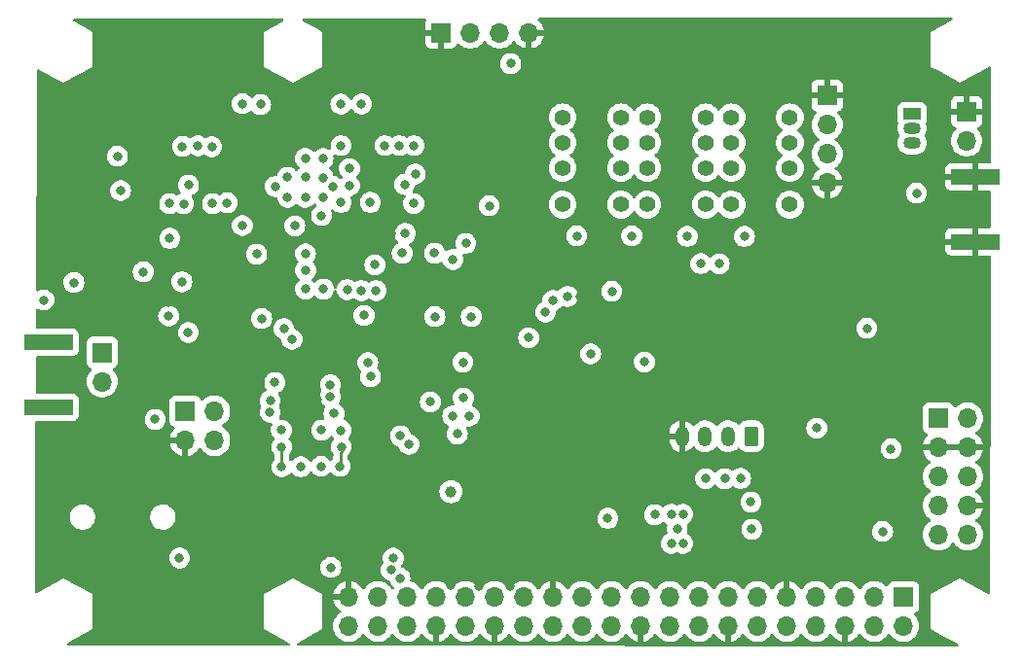
<source format=gbl>
G04 #@! TF.GenerationSoftware,KiCad,Pcbnew,7.0.10*
G04 #@! TF.CreationDate,2024-01-23T19:41:07-06:00*
G04 #@! TF.ProjectId,radiohead,72616469-6f68-4656-9164-2e6b69636164,2.0*
G04 #@! TF.SameCoordinates,Original*
G04 #@! TF.FileFunction,Copper,L4,Bot*
G04 #@! TF.FilePolarity,Positive*
%FSLAX46Y46*%
G04 Gerber Fmt 4.6, Leading zero omitted, Abs format (unit mm)*
G04 Created by KiCad (PCBNEW 7.0.10) date 2024-01-23 19:41:07*
%MOMM*%
%LPD*%
G01*
G04 APERTURE LIST*
G04 Aperture macros list*
%AMRoundRect*
0 Rectangle with rounded corners*
0 $1 Rounding radius*
0 $2 $3 $4 $5 $6 $7 $8 $9 X,Y pos of 4 corners*
0 Add a 4 corners polygon primitive as box body*
4,1,4,$2,$3,$4,$5,$6,$7,$8,$9,$2,$3,0*
0 Add four circle primitives for the rounded corners*
1,1,$1+$1,$2,$3*
1,1,$1+$1,$4,$5*
1,1,$1+$1,$6,$7*
1,1,$1+$1,$8,$9*
0 Add four rect primitives between the rounded corners*
20,1,$1+$1,$2,$3,$4,$5,0*
20,1,$1+$1,$4,$5,$6,$7,0*
20,1,$1+$1,$6,$7,$8,$9,0*
20,1,$1+$1,$8,$9,$2,$3,0*%
G04 Aperture macros list end*
G04 #@! TA.AperFunction,SMDPad,CuDef*
%ADD10R,4.200000X1.350000*%
G04 #@! TD*
G04 #@! TA.AperFunction,ComponentPad*
%ADD11R,1.700000X1.700000*%
G04 #@! TD*
G04 #@! TA.AperFunction,ComponentPad*
%ADD12O,1.700000X1.700000*%
G04 #@! TD*
G04 #@! TA.AperFunction,ComponentPad*
%ADD13C,1.000000*%
G04 #@! TD*
G04 #@! TA.AperFunction,ComponentPad*
%ADD14RoundRect,0.250000X0.350000X0.625000X-0.350000X0.625000X-0.350000X-0.625000X0.350000X-0.625000X0*%
G04 #@! TD*
G04 #@! TA.AperFunction,ComponentPad*
%ADD15O,1.200000X1.750000*%
G04 #@! TD*
G04 #@! TA.AperFunction,ComponentPad*
%ADD16R,1.500000X1.050000*%
G04 #@! TD*
G04 #@! TA.AperFunction,ComponentPad*
%ADD17O,1.500000X1.050000*%
G04 #@! TD*
G04 #@! TA.AperFunction,ComponentPad*
%ADD18C,1.400000*%
G04 #@! TD*
G04 #@! TA.AperFunction,ViaPad*
%ADD19C,0.800000*%
G04 #@! TD*
G04 #@! TA.AperFunction,Conductor*
%ADD20C,0.250000*%
G04 #@! TD*
G04 APERTURE END LIST*
D10*
X82230000Y-129032600D03*
X82230000Y-134682600D03*
D11*
X159620000Y-135636000D03*
D12*
X162160000Y-135636000D03*
X159620000Y-138176000D03*
X162160000Y-138176000D03*
X159620000Y-140716000D03*
X162160000Y-140716000D03*
X159620000Y-143256000D03*
X162160000Y-143256000D03*
X159620000Y-145796000D03*
X162160000Y-145796000D03*
D13*
X117239800Y-142029400D03*
D14*
X143345000Y-137215000D03*
D15*
X141345000Y-137215000D03*
X139345000Y-137215000D03*
X137345000Y-137215000D03*
D11*
X149955000Y-107545000D03*
D12*
X149955000Y-110085000D03*
X149955000Y-112625000D03*
X149955000Y-115165000D03*
D16*
X157345000Y-109135000D03*
D17*
X157345000Y-110405000D03*
X157345000Y-111675000D03*
D11*
X86895000Y-129915000D03*
D12*
X86895000Y-132455000D03*
D18*
X132025000Y-117035000D03*
X132025000Y-113835000D03*
X132025000Y-111635000D03*
X132025000Y-109435000D03*
X126945000Y-109435000D03*
X126945000Y-111635000D03*
X126945000Y-113835000D03*
X126945000Y-117035000D03*
D10*
X162860000Y-120265000D03*
X162860000Y-114615000D03*
D11*
X94124600Y-135032800D03*
D12*
X96664600Y-135032800D03*
X94124600Y-137572800D03*
X96664600Y-137572800D03*
D11*
X162095000Y-108945000D03*
D12*
X162095000Y-111485000D03*
D18*
X146715000Y-117035000D03*
X146715000Y-113835000D03*
X146715000Y-111635000D03*
X146715000Y-109435000D03*
X141635000Y-109435000D03*
X141635000Y-111635000D03*
X141635000Y-113835000D03*
X141635000Y-117035000D03*
X139393333Y-117035000D03*
X139393333Y-113835000D03*
X139393333Y-111635000D03*
X139393333Y-109435000D03*
X134313333Y-109435000D03*
X134313333Y-111635000D03*
X134313333Y-113835000D03*
X134313333Y-117035000D03*
D11*
X116375000Y-102085000D03*
D12*
X118915000Y-102085000D03*
X121455000Y-102085000D03*
X123995000Y-102085000D03*
D11*
X156600000Y-151200000D03*
D12*
X156600000Y-153740000D03*
X154060000Y-151200000D03*
X154060000Y-153740000D03*
X151520000Y-151200000D03*
X151520000Y-153740000D03*
X148980000Y-151200000D03*
X148980000Y-153740000D03*
X146440000Y-151200000D03*
X146440000Y-153740000D03*
X143900000Y-151200000D03*
X143900000Y-153740000D03*
X141360000Y-151200000D03*
X141360000Y-153740000D03*
X138820000Y-151200000D03*
X138820000Y-153740000D03*
X136280000Y-151200000D03*
X136280000Y-153740000D03*
X133740000Y-151200000D03*
X133740000Y-153740000D03*
X131200000Y-151200000D03*
X131200000Y-153740000D03*
X128660000Y-151200000D03*
X128660000Y-153740000D03*
X126120000Y-151200000D03*
X126120000Y-153740000D03*
X123580000Y-151200000D03*
X123580000Y-153740000D03*
X121040000Y-151200000D03*
X121040000Y-153740000D03*
X118500000Y-151200000D03*
X118500000Y-153740000D03*
X115960000Y-151200000D03*
X115960000Y-153740000D03*
X113420000Y-151200000D03*
X113420000Y-153740000D03*
X110880000Y-151200000D03*
X110880000Y-153740000D03*
X108340000Y-151200000D03*
X108340000Y-153740000D03*
D19*
X116563193Y-116851607D03*
X89140000Y-132110000D03*
X122470000Y-109500000D03*
X149719200Y-127428588D03*
X82940000Y-116830000D03*
X162860000Y-114670000D03*
X126630000Y-148470000D03*
X97570000Y-125190000D03*
X92630000Y-125570000D03*
X87420000Y-147890000D03*
X114800000Y-108280000D03*
X112039400Y-119557800D03*
X95118200Y-108264088D03*
X118295200Y-129162000D03*
X112970000Y-108290000D03*
X144620000Y-112090000D03*
X139620000Y-134310000D03*
X83180000Y-108310000D03*
X88620000Y-122090000D03*
X82690000Y-137410000D03*
X83180000Y-110280000D03*
X128720000Y-137970000D03*
X107590000Y-105470000D03*
X140860000Y-101870000D03*
X149550000Y-104540000D03*
X90420000Y-101830000D03*
X116070000Y-138520000D03*
X99400000Y-134100000D03*
X153140000Y-105150000D03*
X101903200Y-131041600D03*
X122340000Y-150240000D03*
X150660000Y-117840000D03*
X117322600Y-132354600D03*
X87110000Y-120100000D03*
X129510000Y-112090000D03*
X137050000Y-111970000D03*
X87100000Y-143960000D03*
X136990000Y-109230000D03*
X133650000Y-134480000D03*
X109551000Y-138182200D03*
X156160000Y-117740000D03*
X123230000Y-115410000D03*
X87020000Y-116800000D03*
X112857200Y-133757200D03*
X91010000Y-147890000D03*
X123810000Y-138090000D03*
X87380000Y-153940000D03*
X126620000Y-102100000D03*
X119700000Y-150270000D03*
X91520000Y-137320000D03*
X144570000Y-109230000D03*
X159490000Y-111110000D03*
X134950200Y-142481000D03*
X145590000Y-126000000D03*
X97060000Y-153870000D03*
X159490000Y-107100000D03*
X100701000Y-109859200D03*
X120565800Y-118663200D03*
X105591911Y-134047657D03*
X149020000Y-101950000D03*
X86370000Y-105380000D03*
X107620000Y-109820000D03*
X154510000Y-108340000D03*
X120083400Y-137955600D03*
X96668200Y-108264088D03*
X130290000Y-106050000D03*
X133240000Y-141310000D03*
X123900000Y-134220000D03*
X100603200Y-117289600D03*
X156020000Y-113900000D03*
X114650000Y-105420000D03*
X93568200Y-108264110D03*
X99110000Y-128210000D03*
X86880000Y-108390000D03*
X94150000Y-101860000D03*
X98540000Y-105470000D03*
X95900000Y-118990000D03*
X103010000Y-146700000D03*
X82630000Y-142280000D03*
X108929628Y-143283168D03*
X102940000Y-143240000D03*
X98050000Y-132140000D03*
X113020000Y-142760000D03*
X131210000Y-126160000D03*
X104385000Y-138100700D03*
X115290600Y-146410100D03*
X84150000Y-148060000D03*
X98550000Y-101920000D03*
X117200000Y-150230000D03*
X95130000Y-126280000D03*
X83010000Y-122620000D03*
X137728333Y-106050000D03*
X145432400Y-145665800D03*
X141680000Y-130750000D03*
X123920000Y-131980000D03*
X119260000Y-106310000D03*
X115290600Y-147859100D03*
X117490000Y-104310000D03*
X133180000Y-148410000D03*
X114650000Y-102040000D03*
X128450000Y-125050000D03*
X116530000Y-108290000D03*
X162209994Y-127807994D03*
X145040000Y-106050000D03*
X96950000Y-144040000D03*
X89080000Y-135180000D03*
X93220000Y-132140000D03*
X125800000Y-144388000D03*
X123360000Y-118630000D03*
X99160000Y-125150000D03*
X123990000Y-127130000D03*
X96980000Y-147870000D03*
X156240000Y-105180000D03*
X128600000Y-106020000D03*
X87060000Y-123860000D03*
X89260000Y-125450000D03*
X86830000Y-113460000D03*
X88490000Y-117500000D03*
X128690000Y-134340000D03*
X118940000Y-123510000D03*
X135948333Y-106050000D03*
X103403200Y-130951600D03*
X124330000Y-141310000D03*
X89100000Y-137450000D03*
X106110400Y-109998194D03*
X129510000Y-109320000D03*
X150670000Y-136478000D03*
X112810000Y-146720000D03*
X97583190Y-118845100D03*
X120350000Y-135416800D03*
X143320000Y-106050000D03*
X108910000Y-146760000D03*
X152870000Y-108360000D03*
X90148200Y-111926586D03*
X89180000Y-128310000D03*
X143256000Y-147574000D03*
X92043200Y-108239082D03*
X162840000Y-120270000D03*
X123430000Y-123040000D03*
X111190000Y-102040000D03*
X137020000Y-148400000D03*
X133320000Y-102020000D03*
X111240000Y-108300000D03*
X115290600Y-145161000D03*
X111220000Y-105420000D03*
X105984800Y-138226000D03*
X99400000Y-137170000D03*
X122326400Y-143179800D03*
X94170000Y-105420000D03*
X143190000Y-129450000D03*
X149030000Y-134848000D03*
X90680000Y-144040000D03*
X107600000Y-101920000D03*
X90410000Y-105420000D03*
X136380000Y-140930000D03*
X154560000Y-101870000D03*
X115290600Y-143941800D03*
X86740000Y-111000000D03*
X90890000Y-154010000D03*
X100670000Y-112660000D03*
X133650000Y-138300000D03*
X92780000Y-119980000D03*
X94408463Y-115338301D03*
X96430100Y-112002800D03*
X95228200Y-111926612D03*
X92767700Y-116952800D03*
X93882000Y-111977396D03*
X93980000Y-116978200D03*
X113258600Y-119558300D03*
X104587000Y-121310000D03*
X113000000Y-121257300D03*
X110718600Y-124522000D03*
X118998600Y-126799600D03*
X100331100Y-121350000D03*
X88228200Y-112825600D03*
X115839200Y-126788200D03*
X93831897Y-123760803D03*
X88500000Y-115820000D03*
X109677200Y-126695200D03*
X120564600Y-117145000D03*
X109995394Y-130796400D03*
X107061000Y-135234000D03*
X102475000Y-136685700D03*
X105984800Y-136676000D03*
X104160000Y-139880000D03*
X123990000Y-128640000D03*
X136906000Y-145288000D03*
X107660000Y-108290000D03*
X137414000Y-146558000D03*
X143400000Y-145320000D03*
X127380000Y-125030000D03*
X92680000Y-126740000D03*
X136398000Y-144018000D03*
X94380000Y-128170000D03*
X107670400Y-136696600D03*
X110238251Y-132028501D03*
X118269800Y-130762200D03*
X101912850Y-132530287D03*
X131230000Y-124590000D03*
X137414000Y-144018000D03*
X115440000Y-134220000D03*
X100675600Y-108322200D03*
X109460000Y-108290000D03*
X118826000Y-135467600D03*
X130880000Y-144368000D03*
X105940000Y-139830000D03*
X134950200Y-144031000D03*
X117780000Y-137010000D03*
X136398000Y-146558000D03*
X99090000Y-108260000D03*
X117385000Y-135443400D03*
X118312600Y-133889200D03*
X93620000Y-147810000D03*
X91510000Y-135750000D03*
X82770000Y-129172600D03*
X84437800Y-123818344D03*
X82770000Y-134797600D03*
X107673200Y-111901610D03*
X103656337Y-118903246D03*
X153409985Y-127807985D03*
X118528200Y-120407800D03*
X143324200Y-142942400D03*
X90470000Y-122892700D03*
X99091040Y-118870500D03*
X114133200Y-114389598D03*
X104553202Y-113014598D03*
X114023200Y-111901600D03*
X113993106Y-116951600D03*
X111483200Y-111901614D03*
X106113204Y-113034596D03*
X110213200Y-116851600D03*
X112753200Y-111901598D03*
X113193202Y-115284610D03*
X106150000Y-116380000D03*
X106113204Y-114684596D03*
X105973712Y-117983000D03*
X104590000Y-122750000D03*
X108204000Y-124434600D03*
X104573194Y-116404600D03*
X104553194Y-114664600D03*
X103023196Y-116394600D03*
X103023202Y-114654600D03*
X115798600Y-121259600D03*
X110610000Y-122290000D03*
X157725000Y-116037500D03*
X137790000Y-119810000D03*
X142760000Y-119810000D03*
X132960000Y-119770000D03*
X128180000Y-119760000D03*
X155510000Y-138298000D03*
X142421200Y-140891600D03*
X139393400Y-140899200D03*
X106750000Y-132730000D03*
X141043400Y-140899200D03*
X125455966Y-126392619D03*
X112840000Y-137190000D03*
X113580000Y-137920000D03*
X126085320Y-125386746D03*
X106750000Y-133780000D03*
X112800000Y-149570000D03*
X106790000Y-148645000D03*
X112040000Y-148860000D03*
X112210000Y-147830000D03*
X107673212Y-116851600D03*
X140570000Y-122200000D03*
X102700000Y-127830000D03*
X138965000Y-122180000D03*
X103410000Y-128760000D03*
X100770000Y-126960000D03*
X97768200Y-116876600D03*
X109448600Y-124522000D03*
X104592600Y-124388800D03*
X106159800Y-124389000D03*
X117398000Y-121809800D03*
X149049994Y-136513000D03*
X154780000Y-145498000D03*
X108407200Y-115392200D03*
X106948700Y-115454723D03*
X101955600Y-115460000D03*
X101508916Y-134113917D03*
X101498400Y-135128000D03*
X108407200Y-113893600D03*
X96494600Y-116952800D03*
X129380000Y-130030000D03*
X134060000Y-130750000D03*
X102510000Y-138130000D03*
X102510000Y-139871100D03*
X107690000Y-138130000D03*
X107580000Y-139828900D03*
X81815000Y-125350000D03*
X122430000Y-104750000D03*
D20*
X102510000Y-138130000D02*
X102510000Y-139871100D01*
X107690000Y-138130000D02*
X107580000Y-139828900D01*
G04 #@! TA.AperFunction,Conductor*
G36*
X161700507Y-137966156D02*
G01*
X161660000Y-138104111D01*
X161660000Y-138247889D01*
X161700507Y-138385844D01*
X161728884Y-138430000D01*
X160051116Y-138430000D01*
X160079493Y-138385844D01*
X160120000Y-138247889D01*
X160120000Y-138104111D01*
X160079493Y-137966156D01*
X160051116Y-137922000D01*
X161728884Y-137922000D01*
X161700507Y-137966156D01*
G37*
G04 #@! TD.AperFunction*
G04 #@! TA.AperFunction,Conductor*
G36*
X160805211Y-100748595D02*
G01*
X160851791Y-100802175D01*
X160862010Y-100872433D01*
X160832622Y-100937061D01*
X160797985Y-100965107D01*
X158960001Y-101975999D01*
X158960000Y-101976000D01*
X158960000Y-105024000D01*
X159696120Y-105428866D01*
X161499999Y-106421000D01*
X161499999Y-106420999D01*
X161500000Y-106421000D01*
X164040000Y-105024000D01*
X164040000Y-105023999D01*
X164045437Y-105021009D01*
X164114765Y-105005706D01*
X164181361Y-105030314D01*
X164224080Y-105087020D01*
X164232159Y-105131636D01*
X164217623Y-113306224D01*
X164197500Y-113374309D01*
X164143761Y-113420707D01*
X164091623Y-113432000D01*
X163114000Y-113432000D01*
X163114000Y-115798000D01*
X164086968Y-115798000D01*
X164155089Y-115818002D01*
X164201582Y-115871658D01*
X164212967Y-115924220D01*
X164207575Y-118956225D01*
X164187453Y-119024309D01*
X164133714Y-119070707D01*
X164081576Y-119082000D01*
X163114000Y-119082000D01*
X163114000Y-121448000D01*
X164076920Y-121448000D01*
X164145041Y-121468002D01*
X164191534Y-121521658D01*
X164202919Y-121574223D01*
X164195429Y-125786700D01*
X164150903Y-150824120D01*
X164130780Y-150892205D01*
X164077041Y-150938603D01*
X164006750Y-150948581D01*
X163964181Y-150934299D01*
X161500000Y-149579000D01*
X158960001Y-150975999D01*
X158960000Y-150976000D01*
X158960000Y-154024000D01*
X159994260Y-154592843D01*
X161298332Y-155310083D01*
X161348381Y-155360438D01*
X161363261Y-155429857D01*
X161338248Y-155496302D01*
X161281283Y-155538675D01*
X161237436Y-155546486D01*
X103906212Y-155467287D01*
X103838119Y-155447191D01*
X103791700Y-155393471D01*
X103781693Y-155323183D01*
X103811276Y-155258643D01*
X103845660Y-155230886D01*
X106040000Y-154024000D01*
X106040000Y-153740000D01*
X106976844Y-153740000D01*
X106994232Y-153949844D01*
X106995437Y-153964375D01*
X107050702Y-154182612D01*
X107050703Y-154182613D01*
X107050704Y-154182616D01*
X107135281Y-154375433D01*
X107141141Y-154388793D01*
X107264275Y-154577265D01*
X107264279Y-154577270D01*
X107416762Y-154742908D01*
X107423776Y-154748367D01*
X107594424Y-154881189D01*
X107792426Y-154988342D01*
X107792427Y-154988342D01*
X107792428Y-154988343D01*
X107842047Y-155005377D01*
X108005365Y-155061444D01*
X108227431Y-155098500D01*
X108227435Y-155098500D01*
X108452565Y-155098500D01*
X108452569Y-155098500D01*
X108674635Y-155061444D01*
X108887574Y-154988342D01*
X109085576Y-154881189D01*
X109263240Y-154742906D01*
X109415722Y-154577268D01*
X109415927Y-154576955D01*
X109441879Y-154537232D01*
X109504518Y-154441354D01*
X109558520Y-154395268D01*
X109628868Y-154385692D01*
X109693225Y-154415669D01*
X109715480Y-154441353D01*
X109745466Y-154487250D01*
X109804275Y-154577265D01*
X109804279Y-154577270D01*
X109956762Y-154742908D01*
X109963776Y-154748367D01*
X110134424Y-154881189D01*
X110332426Y-154988342D01*
X110332427Y-154988342D01*
X110332428Y-154988343D01*
X110382047Y-155005377D01*
X110545365Y-155061444D01*
X110767431Y-155098500D01*
X110767435Y-155098500D01*
X110992565Y-155098500D01*
X110992569Y-155098500D01*
X111214635Y-155061444D01*
X111427574Y-154988342D01*
X111625576Y-154881189D01*
X111803240Y-154742906D01*
X111955722Y-154577268D01*
X111955927Y-154576955D01*
X111981879Y-154537232D01*
X112044518Y-154441354D01*
X112098520Y-154395268D01*
X112168868Y-154385692D01*
X112233225Y-154415669D01*
X112255480Y-154441353D01*
X112285466Y-154487250D01*
X112344275Y-154577265D01*
X112344279Y-154577270D01*
X112496762Y-154742908D01*
X112503776Y-154748367D01*
X112674424Y-154881189D01*
X112872426Y-154988342D01*
X112872427Y-154988342D01*
X112872428Y-154988343D01*
X112922047Y-155005377D01*
X113085365Y-155061444D01*
X113307431Y-155098500D01*
X113307435Y-155098500D01*
X113532565Y-155098500D01*
X113532569Y-155098500D01*
X113754635Y-155061444D01*
X113967574Y-154988342D01*
X114165576Y-154881189D01*
X114343240Y-154742906D01*
X114495722Y-154577268D01*
X114495927Y-154576955D01*
X114581511Y-154445958D01*
X114584816Y-154440898D01*
X114638819Y-154394810D01*
X114709167Y-154385235D01*
X114773524Y-154415212D01*
X114795782Y-154440898D01*
X114884674Y-154576958D01*
X115037097Y-154742534D01*
X115214698Y-154880767D01*
X115214699Y-154880768D01*
X115412628Y-154987882D01*
X115412630Y-154987883D01*
X115625483Y-155060955D01*
X115625492Y-155060957D01*
X115706000Y-155074391D01*
X115706000Y-154173674D01*
X115817685Y-154224680D01*
X115924237Y-154240000D01*
X115995763Y-154240000D01*
X116102315Y-154224680D01*
X116214000Y-154173674D01*
X116214000Y-155074390D01*
X116294507Y-155060957D01*
X116294516Y-155060955D01*
X116507369Y-154987883D01*
X116507371Y-154987882D01*
X116705300Y-154880768D01*
X116705301Y-154880767D01*
X116882902Y-154742534D01*
X117035327Y-154576955D01*
X117124217Y-154440899D01*
X117178220Y-154394810D01*
X117248568Y-154385235D01*
X117312925Y-154415212D01*
X117335183Y-154440898D01*
X117424279Y-154577270D01*
X117576762Y-154742908D01*
X117583776Y-154748367D01*
X117754424Y-154881189D01*
X117952426Y-154988342D01*
X117952427Y-154988342D01*
X117952428Y-154988343D01*
X118002047Y-155005377D01*
X118165365Y-155061444D01*
X118387431Y-155098500D01*
X118387435Y-155098500D01*
X118612565Y-155098500D01*
X118612569Y-155098500D01*
X118834635Y-155061444D01*
X119047574Y-154988342D01*
X119245576Y-154881189D01*
X119423240Y-154742906D01*
X119575722Y-154577268D01*
X119575927Y-154576955D01*
X119661511Y-154445958D01*
X119664816Y-154440898D01*
X119718819Y-154394810D01*
X119789167Y-154385235D01*
X119853524Y-154415212D01*
X119875782Y-154440898D01*
X119964674Y-154576958D01*
X120117097Y-154742534D01*
X120294698Y-154880767D01*
X120294699Y-154880768D01*
X120492628Y-154987882D01*
X120492630Y-154987883D01*
X120705483Y-155060955D01*
X120705492Y-155060957D01*
X120786000Y-155074391D01*
X120786000Y-154173674D01*
X120897685Y-154224680D01*
X121004237Y-154240000D01*
X121075763Y-154240000D01*
X121182315Y-154224680D01*
X121294000Y-154173674D01*
X121294000Y-155074390D01*
X121374507Y-155060957D01*
X121374516Y-155060955D01*
X121587369Y-154987883D01*
X121587371Y-154987882D01*
X121785300Y-154880768D01*
X121785301Y-154880767D01*
X121962902Y-154742534D01*
X122115327Y-154576955D01*
X122204217Y-154440899D01*
X122258220Y-154394810D01*
X122328568Y-154385235D01*
X122392925Y-154415212D01*
X122415183Y-154440898D01*
X122504279Y-154577270D01*
X122656762Y-154742908D01*
X122663776Y-154748367D01*
X122834424Y-154881189D01*
X123032426Y-154988342D01*
X123032427Y-154988342D01*
X123032428Y-154988343D01*
X123082047Y-155005377D01*
X123245365Y-155061444D01*
X123467431Y-155098500D01*
X123467435Y-155098500D01*
X123692565Y-155098500D01*
X123692569Y-155098500D01*
X123914635Y-155061444D01*
X124127574Y-154988342D01*
X124325576Y-154881189D01*
X124503240Y-154742906D01*
X124655722Y-154577268D01*
X124655927Y-154576955D01*
X124681879Y-154537232D01*
X124744518Y-154441354D01*
X124798520Y-154395268D01*
X124868868Y-154385692D01*
X124933225Y-154415669D01*
X124955480Y-154441353D01*
X124985466Y-154487250D01*
X125044275Y-154577265D01*
X125044279Y-154577270D01*
X125196762Y-154742908D01*
X125203776Y-154748367D01*
X125374424Y-154881189D01*
X125572426Y-154988342D01*
X125572427Y-154988342D01*
X125572428Y-154988343D01*
X125622047Y-155005377D01*
X125785365Y-155061444D01*
X126007431Y-155098500D01*
X126007435Y-155098500D01*
X126232565Y-155098500D01*
X126232569Y-155098500D01*
X126454635Y-155061444D01*
X126667574Y-154988342D01*
X126865576Y-154881189D01*
X127043240Y-154742906D01*
X127195722Y-154577268D01*
X127195927Y-154576955D01*
X127221879Y-154537232D01*
X127284518Y-154441354D01*
X127338520Y-154395268D01*
X127408868Y-154385692D01*
X127473225Y-154415669D01*
X127495480Y-154441353D01*
X127525466Y-154487250D01*
X127584275Y-154577265D01*
X127584279Y-154577270D01*
X127736762Y-154742908D01*
X127743776Y-154748367D01*
X127914424Y-154881189D01*
X128112426Y-154988342D01*
X128112427Y-154988342D01*
X128112428Y-154988343D01*
X128162047Y-155005377D01*
X128325365Y-155061444D01*
X128547431Y-155098500D01*
X128547435Y-155098500D01*
X128772565Y-155098500D01*
X128772569Y-155098500D01*
X128994635Y-155061444D01*
X129207574Y-154988342D01*
X129405576Y-154881189D01*
X129583240Y-154742906D01*
X129735722Y-154577268D01*
X129735927Y-154576955D01*
X129761879Y-154537232D01*
X129824518Y-154441354D01*
X129878520Y-154395268D01*
X129948868Y-154385692D01*
X130013225Y-154415669D01*
X130035480Y-154441353D01*
X130065466Y-154487250D01*
X130124275Y-154577265D01*
X130124279Y-154577270D01*
X130276762Y-154742908D01*
X130283776Y-154748367D01*
X130454424Y-154881189D01*
X130652426Y-154988342D01*
X130652427Y-154988342D01*
X130652428Y-154988343D01*
X130702047Y-155005377D01*
X130865365Y-155061444D01*
X131087431Y-155098500D01*
X131087435Y-155098500D01*
X131312565Y-155098500D01*
X131312569Y-155098500D01*
X131534635Y-155061444D01*
X131747574Y-154988342D01*
X131945576Y-154881189D01*
X132123240Y-154742906D01*
X132275722Y-154577268D01*
X132275927Y-154576955D01*
X132361511Y-154445958D01*
X132364816Y-154440898D01*
X132418819Y-154394810D01*
X132489167Y-154385235D01*
X132553524Y-154415212D01*
X132575782Y-154440898D01*
X132664674Y-154576958D01*
X132817097Y-154742534D01*
X132994698Y-154880767D01*
X132994699Y-154880768D01*
X133192628Y-154987882D01*
X133192630Y-154987883D01*
X133405483Y-155060955D01*
X133405492Y-155060957D01*
X133486000Y-155074391D01*
X133486000Y-154173674D01*
X133597685Y-154224680D01*
X133704237Y-154240000D01*
X133775763Y-154240000D01*
X133882315Y-154224680D01*
X133994000Y-154173674D01*
X133994000Y-155074390D01*
X134074507Y-155060957D01*
X134074516Y-155060955D01*
X134287369Y-154987883D01*
X134287371Y-154987882D01*
X134485300Y-154880768D01*
X134485301Y-154880767D01*
X134662902Y-154742534D01*
X134815327Y-154576955D01*
X134904217Y-154440899D01*
X134958220Y-154394810D01*
X135028568Y-154385235D01*
X135092925Y-154415212D01*
X135115183Y-154440898D01*
X135204279Y-154577270D01*
X135356762Y-154742908D01*
X135363776Y-154748367D01*
X135534424Y-154881189D01*
X135732426Y-154988342D01*
X135732427Y-154988342D01*
X135732428Y-154988343D01*
X135782047Y-155005377D01*
X135945365Y-155061444D01*
X136167431Y-155098500D01*
X136167435Y-155098500D01*
X136392565Y-155098500D01*
X136392569Y-155098500D01*
X136614635Y-155061444D01*
X136827574Y-154988342D01*
X137025576Y-154881189D01*
X137203240Y-154742906D01*
X137355722Y-154577268D01*
X137355927Y-154576955D01*
X137381879Y-154537232D01*
X137444518Y-154441354D01*
X137498520Y-154395268D01*
X137568868Y-154385692D01*
X137633225Y-154415669D01*
X137655480Y-154441353D01*
X137685466Y-154487250D01*
X137744275Y-154577265D01*
X137744279Y-154577270D01*
X137896762Y-154742908D01*
X137903776Y-154748367D01*
X138074424Y-154881189D01*
X138272426Y-154988342D01*
X138272427Y-154988342D01*
X138272428Y-154988343D01*
X138322047Y-155005377D01*
X138485365Y-155061444D01*
X138707431Y-155098500D01*
X138707435Y-155098500D01*
X138932565Y-155098500D01*
X138932569Y-155098500D01*
X139154635Y-155061444D01*
X139367574Y-154988342D01*
X139565576Y-154881189D01*
X139743240Y-154742906D01*
X139895722Y-154577268D01*
X139895927Y-154576955D01*
X139981511Y-154445958D01*
X139984816Y-154440898D01*
X140038819Y-154394810D01*
X140109167Y-154385235D01*
X140173524Y-154415212D01*
X140195782Y-154440898D01*
X140284674Y-154576958D01*
X140437097Y-154742534D01*
X140614698Y-154880767D01*
X140614699Y-154880768D01*
X140812628Y-154987882D01*
X140812630Y-154987883D01*
X141025483Y-155060955D01*
X141025492Y-155060957D01*
X141106000Y-155074391D01*
X141106000Y-154173674D01*
X141217685Y-154224680D01*
X141324237Y-154240000D01*
X141395763Y-154240000D01*
X141502315Y-154224680D01*
X141614000Y-154173674D01*
X141614000Y-155074390D01*
X141694507Y-155060957D01*
X141694516Y-155060955D01*
X141907369Y-154987883D01*
X141907371Y-154987882D01*
X142105300Y-154880768D01*
X142105301Y-154880767D01*
X142282902Y-154742534D01*
X142435327Y-154576955D01*
X142524217Y-154440899D01*
X142578220Y-154394810D01*
X142648568Y-154385235D01*
X142712925Y-154415212D01*
X142735183Y-154440898D01*
X142824279Y-154577270D01*
X142976762Y-154742908D01*
X142983776Y-154748367D01*
X143154424Y-154881189D01*
X143352426Y-154988342D01*
X143352427Y-154988342D01*
X143352428Y-154988343D01*
X143402047Y-155005377D01*
X143565365Y-155061444D01*
X143787431Y-155098500D01*
X143787435Y-155098500D01*
X144012565Y-155098500D01*
X144012569Y-155098500D01*
X144234635Y-155061444D01*
X144447574Y-154988342D01*
X144645576Y-154881189D01*
X144823240Y-154742906D01*
X144975722Y-154577268D01*
X144975927Y-154576955D01*
X145001879Y-154537232D01*
X145064518Y-154441354D01*
X145118520Y-154395268D01*
X145188868Y-154385692D01*
X145253225Y-154415669D01*
X145275480Y-154441353D01*
X145305466Y-154487250D01*
X145364275Y-154577265D01*
X145364279Y-154577270D01*
X145516762Y-154742908D01*
X145523776Y-154748367D01*
X145694424Y-154881189D01*
X145892426Y-154988342D01*
X145892427Y-154988342D01*
X145892428Y-154988343D01*
X145942047Y-155005377D01*
X146105365Y-155061444D01*
X146327431Y-155098500D01*
X146327435Y-155098500D01*
X146552565Y-155098500D01*
X146552569Y-155098500D01*
X146774635Y-155061444D01*
X146987574Y-154988342D01*
X147185576Y-154881189D01*
X147363240Y-154742906D01*
X147515722Y-154577268D01*
X147515927Y-154576955D01*
X147541879Y-154537232D01*
X147604518Y-154441354D01*
X147658520Y-154395268D01*
X147728868Y-154385692D01*
X147793225Y-154415669D01*
X147815480Y-154441353D01*
X147845466Y-154487250D01*
X147904275Y-154577265D01*
X147904279Y-154577270D01*
X148056762Y-154742908D01*
X148063776Y-154748367D01*
X148234424Y-154881189D01*
X148432426Y-154988342D01*
X148432427Y-154988342D01*
X148432428Y-154988343D01*
X148482047Y-155005377D01*
X148645365Y-155061444D01*
X148867431Y-155098500D01*
X148867435Y-155098500D01*
X149092565Y-155098500D01*
X149092569Y-155098500D01*
X149314635Y-155061444D01*
X149527574Y-154988342D01*
X149725576Y-154881189D01*
X149903240Y-154742906D01*
X150055722Y-154577268D01*
X150055927Y-154576955D01*
X150141511Y-154445958D01*
X150144816Y-154440898D01*
X150198819Y-154394810D01*
X150269167Y-154385235D01*
X150333524Y-154415212D01*
X150355782Y-154440898D01*
X150444674Y-154576958D01*
X150597097Y-154742534D01*
X150774698Y-154880767D01*
X150774699Y-154880768D01*
X150972628Y-154987882D01*
X150972630Y-154987883D01*
X151185483Y-155060955D01*
X151185492Y-155060957D01*
X151266000Y-155074391D01*
X151266000Y-154173674D01*
X151377685Y-154224680D01*
X151484237Y-154240000D01*
X151555763Y-154240000D01*
X151662315Y-154224680D01*
X151774000Y-154173674D01*
X151774000Y-155074390D01*
X151854507Y-155060957D01*
X151854516Y-155060955D01*
X152067369Y-154987883D01*
X152067371Y-154987882D01*
X152265300Y-154880768D01*
X152265301Y-154880767D01*
X152442902Y-154742534D01*
X152595327Y-154576955D01*
X152684217Y-154440899D01*
X152738220Y-154394810D01*
X152808568Y-154385235D01*
X152872925Y-154415212D01*
X152895183Y-154440898D01*
X152984279Y-154577270D01*
X153136762Y-154742908D01*
X153143776Y-154748367D01*
X153314424Y-154881189D01*
X153512426Y-154988342D01*
X153512427Y-154988342D01*
X153512428Y-154988343D01*
X153562047Y-155005377D01*
X153725365Y-155061444D01*
X153947431Y-155098500D01*
X153947435Y-155098500D01*
X154172565Y-155098500D01*
X154172569Y-155098500D01*
X154394635Y-155061444D01*
X154607574Y-154988342D01*
X154805576Y-154881189D01*
X154983240Y-154742906D01*
X155135722Y-154577268D01*
X155135927Y-154576955D01*
X155161879Y-154537232D01*
X155224518Y-154441354D01*
X155278520Y-154395268D01*
X155348868Y-154385692D01*
X155413225Y-154415669D01*
X155435480Y-154441353D01*
X155465466Y-154487250D01*
X155524275Y-154577265D01*
X155524279Y-154577270D01*
X155676762Y-154742908D01*
X155683776Y-154748367D01*
X155854424Y-154881189D01*
X156052426Y-154988342D01*
X156052427Y-154988342D01*
X156052428Y-154988343D01*
X156102047Y-155005377D01*
X156265365Y-155061444D01*
X156487431Y-155098500D01*
X156487435Y-155098500D01*
X156712565Y-155098500D01*
X156712569Y-155098500D01*
X156934635Y-155061444D01*
X157147574Y-154988342D01*
X157345576Y-154881189D01*
X157523240Y-154742906D01*
X157675722Y-154577268D01*
X157675927Y-154576955D01*
X157701879Y-154537232D01*
X157798860Y-154388791D01*
X157889296Y-154182616D01*
X157944564Y-153964368D01*
X157963156Y-153740000D01*
X157944564Y-153515632D01*
X157941043Y-153501728D01*
X157889297Y-153297387D01*
X157889296Y-153297386D01*
X157889296Y-153297384D01*
X157798860Y-153091209D01*
X157781597Y-153064786D01*
X157675724Y-152902734D01*
X157675719Y-152902729D01*
X157532524Y-152747179D01*
X157501103Y-152683514D01*
X157509090Y-152612968D01*
X157553948Y-152557939D01*
X157581183Y-152543789D01*
X157696204Y-152500889D01*
X157748842Y-152461485D01*
X157813261Y-152413261D01*
X157900887Y-152296207D01*
X157900887Y-152296206D01*
X157900889Y-152296204D01*
X157951989Y-152159201D01*
X157953800Y-152142362D01*
X157958499Y-152098649D01*
X157958500Y-152098632D01*
X157958500Y-150301367D01*
X157958499Y-150301350D01*
X157951990Y-150240803D01*
X157951988Y-150240795D01*
X157900889Y-150103797D01*
X157900887Y-150103792D01*
X157813261Y-149986738D01*
X157696207Y-149899112D01*
X157696202Y-149899110D01*
X157559204Y-149848011D01*
X157559196Y-149848009D01*
X157498649Y-149841500D01*
X157498638Y-149841500D01*
X155701362Y-149841500D01*
X155701350Y-149841500D01*
X155640803Y-149848009D01*
X155640795Y-149848011D01*
X155503797Y-149899110D01*
X155503792Y-149899112D01*
X155386738Y-149986738D01*
X155299112Y-150103792D01*
X155299111Y-150103795D01*
X155255000Y-150222058D01*
X155212453Y-150278893D01*
X155145932Y-150303703D01*
X155076558Y-150288611D01*
X155044246Y-150263363D01*
X154983240Y-150197094D01*
X154983239Y-150197093D01*
X154983237Y-150197091D01*
X154901382Y-150133381D01*
X154805576Y-150058811D01*
X154607574Y-149951658D01*
X154607572Y-149951657D01*
X154607571Y-149951656D01*
X154394639Y-149878557D01*
X154394630Y-149878555D01*
X154317029Y-149865606D01*
X154172569Y-149841500D01*
X153947431Y-149841500D01*
X153802971Y-149865606D01*
X153725369Y-149878555D01*
X153725360Y-149878557D01*
X153512428Y-149951656D01*
X153512426Y-149951658D01*
X153314426Y-150058810D01*
X153314424Y-150058811D01*
X153136762Y-150197091D01*
X152984279Y-150362729D01*
X152895483Y-150498643D01*
X152841479Y-150544731D01*
X152771131Y-150554306D01*
X152706774Y-150524329D01*
X152684517Y-150498643D01*
X152595720Y-150362729D01*
X152449768Y-150204185D01*
X152443240Y-150197094D01*
X152443239Y-150197093D01*
X152443237Y-150197091D01*
X152361382Y-150133381D01*
X152265576Y-150058811D01*
X152067574Y-149951658D01*
X152067572Y-149951657D01*
X152067571Y-149951656D01*
X151854639Y-149878557D01*
X151854630Y-149878555D01*
X151777029Y-149865606D01*
X151632569Y-149841500D01*
X151407431Y-149841500D01*
X151262971Y-149865606D01*
X151185369Y-149878555D01*
X151185360Y-149878557D01*
X150972428Y-149951656D01*
X150972426Y-149951658D01*
X150774426Y-150058810D01*
X150774424Y-150058811D01*
X150596762Y-150197091D01*
X150444279Y-150362729D01*
X150355483Y-150498643D01*
X150301479Y-150544731D01*
X150231131Y-150554306D01*
X150166774Y-150524329D01*
X150144517Y-150498643D01*
X150055720Y-150362729D01*
X149909768Y-150204185D01*
X149903240Y-150197094D01*
X149903239Y-150197093D01*
X149903237Y-150197091D01*
X149821382Y-150133381D01*
X149725576Y-150058811D01*
X149527574Y-149951658D01*
X149527572Y-149951657D01*
X149527571Y-149951656D01*
X149314639Y-149878557D01*
X149314630Y-149878555D01*
X149237029Y-149865606D01*
X149092569Y-149841500D01*
X148867431Y-149841500D01*
X148722971Y-149865606D01*
X148645369Y-149878555D01*
X148645360Y-149878557D01*
X148432428Y-149951656D01*
X148432426Y-149951658D01*
X148234426Y-150058810D01*
X148234424Y-150058811D01*
X148056762Y-150197091D01*
X147904279Y-150362729D01*
X147815183Y-150499101D01*
X147761179Y-150545189D01*
X147690831Y-150554764D01*
X147626474Y-150524786D01*
X147604217Y-150499100D01*
X147515327Y-150363044D01*
X147362902Y-150197465D01*
X147185301Y-150059232D01*
X147185300Y-150059231D01*
X146987371Y-149952117D01*
X146987369Y-149952116D01*
X146774512Y-149879043D01*
X146774501Y-149879040D01*
X146694000Y-149865606D01*
X146694000Y-150766325D01*
X146582315Y-150715320D01*
X146475763Y-150700000D01*
X146404237Y-150700000D01*
X146297685Y-150715320D01*
X146186000Y-150766325D01*
X146186000Y-149865607D01*
X146185999Y-149865606D01*
X146105498Y-149879040D01*
X146105487Y-149879043D01*
X145892630Y-149952116D01*
X145892628Y-149952117D01*
X145694699Y-150059231D01*
X145694698Y-150059232D01*
X145517097Y-150197465D01*
X145364670Y-150363045D01*
X145275780Y-150499101D01*
X145221776Y-150545189D01*
X145151428Y-150554764D01*
X145087071Y-150524786D01*
X145064816Y-150499101D01*
X145012240Y-150418627D01*
X144975724Y-150362734D01*
X144975720Y-150362729D01*
X144829768Y-150204185D01*
X144823240Y-150197094D01*
X144823239Y-150197093D01*
X144823237Y-150197091D01*
X144741382Y-150133381D01*
X144645576Y-150058811D01*
X144447574Y-149951658D01*
X144447572Y-149951657D01*
X144447571Y-149951656D01*
X144234639Y-149878557D01*
X144234630Y-149878555D01*
X144157029Y-149865606D01*
X144012569Y-149841500D01*
X143787431Y-149841500D01*
X143642971Y-149865606D01*
X143565369Y-149878555D01*
X143565360Y-149878557D01*
X143352428Y-149951656D01*
X143352426Y-149951658D01*
X143154426Y-150058810D01*
X143154424Y-150058811D01*
X142976762Y-150197091D01*
X142824279Y-150362729D01*
X142735483Y-150498643D01*
X142681479Y-150544731D01*
X142611131Y-150554306D01*
X142546774Y-150524329D01*
X142524517Y-150498643D01*
X142435720Y-150362729D01*
X142289768Y-150204185D01*
X142283240Y-150197094D01*
X142283239Y-150197093D01*
X142283237Y-150197091D01*
X142201382Y-150133381D01*
X142105576Y-150058811D01*
X141907574Y-149951658D01*
X141907572Y-149951657D01*
X141907571Y-149951656D01*
X141694639Y-149878557D01*
X141694630Y-149878555D01*
X141617029Y-149865606D01*
X141472569Y-149841500D01*
X141247431Y-149841500D01*
X141102971Y-149865606D01*
X141025369Y-149878555D01*
X141025360Y-149878557D01*
X140812428Y-149951656D01*
X140812426Y-149951658D01*
X140614426Y-150058810D01*
X140614424Y-150058811D01*
X140436762Y-150197091D01*
X140284279Y-150362729D01*
X140195483Y-150498643D01*
X140141479Y-150544731D01*
X140071131Y-150554306D01*
X140006774Y-150524329D01*
X139984517Y-150498643D01*
X139895720Y-150362729D01*
X139749768Y-150204185D01*
X139743240Y-150197094D01*
X139743239Y-150197093D01*
X139743237Y-150197091D01*
X139661382Y-150133381D01*
X139565576Y-150058811D01*
X139367574Y-149951658D01*
X139367572Y-149951657D01*
X139367571Y-149951656D01*
X139154639Y-149878557D01*
X139154630Y-149878555D01*
X139077029Y-149865606D01*
X138932569Y-149841500D01*
X138707431Y-149841500D01*
X138562971Y-149865606D01*
X138485369Y-149878555D01*
X138485360Y-149878557D01*
X138272428Y-149951656D01*
X138272426Y-149951658D01*
X138074426Y-150058810D01*
X138074424Y-150058811D01*
X137896762Y-150197091D01*
X137744279Y-150362729D01*
X137655483Y-150498643D01*
X137601479Y-150544731D01*
X137531131Y-150554306D01*
X137466774Y-150524329D01*
X137444517Y-150498643D01*
X137355720Y-150362729D01*
X137209768Y-150204185D01*
X137203240Y-150197094D01*
X137203239Y-150197093D01*
X137203237Y-150197091D01*
X137121382Y-150133381D01*
X137025576Y-150058811D01*
X136827574Y-149951658D01*
X136827572Y-149951657D01*
X136827571Y-149951656D01*
X136614639Y-149878557D01*
X136614630Y-149878555D01*
X136537029Y-149865606D01*
X136392569Y-149841500D01*
X136167431Y-149841500D01*
X136022971Y-149865606D01*
X135945369Y-149878555D01*
X135945360Y-149878557D01*
X135732428Y-149951656D01*
X135732426Y-149951658D01*
X135534426Y-150058810D01*
X135534424Y-150058811D01*
X135356762Y-150197091D01*
X135204279Y-150362729D01*
X135115483Y-150498643D01*
X135061479Y-150544731D01*
X134991131Y-150554306D01*
X134926774Y-150524329D01*
X134904517Y-150498643D01*
X134815720Y-150362729D01*
X134669768Y-150204185D01*
X134663240Y-150197094D01*
X134663239Y-150197093D01*
X134663237Y-150197091D01*
X134581382Y-150133381D01*
X134485576Y-150058811D01*
X134287574Y-149951658D01*
X134287572Y-149951657D01*
X134287571Y-149951656D01*
X134074639Y-149878557D01*
X134074630Y-149878555D01*
X133997029Y-149865606D01*
X133852569Y-149841500D01*
X133627431Y-149841500D01*
X133482971Y-149865606D01*
X133405369Y-149878555D01*
X133405360Y-149878557D01*
X133192428Y-149951656D01*
X133192426Y-149951658D01*
X132994426Y-150058810D01*
X132994424Y-150058811D01*
X132816762Y-150197091D01*
X132664279Y-150362729D01*
X132575483Y-150498643D01*
X132521479Y-150544731D01*
X132451131Y-150554306D01*
X132386774Y-150524329D01*
X132364517Y-150498643D01*
X132275720Y-150362729D01*
X132129768Y-150204185D01*
X132123240Y-150197094D01*
X132123239Y-150197093D01*
X132123237Y-150197091D01*
X132041382Y-150133381D01*
X131945576Y-150058811D01*
X131747574Y-149951658D01*
X131747572Y-149951657D01*
X131747571Y-149951656D01*
X131534639Y-149878557D01*
X131534630Y-149878555D01*
X131457029Y-149865606D01*
X131312569Y-149841500D01*
X131087431Y-149841500D01*
X130942971Y-149865606D01*
X130865369Y-149878555D01*
X130865360Y-149878557D01*
X130652428Y-149951656D01*
X130652426Y-149951658D01*
X130454426Y-150058810D01*
X130454424Y-150058811D01*
X130276762Y-150197091D01*
X130124279Y-150362729D01*
X130035483Y-150498643D01*
X129981479Y-150544731D01*
X129911131Y-150554306D01*
X129846774Y-150524329D01*
X129824517Y-150498643D01*
X129735720Y-150362729D01*
X129589768Y-150204185D01*
X129583240Y-150197094D01*
X129583239Y-150197093D01*
X129583237Y-150197091D01*
X129501382Y-150133381D01*
X129405576Y-150058811D01*
X129207574Y-149951658D01*
X129207572Y-149951657D01*
X129207571Y-149951656D01*
X128994639Y-149878557D01*
X128994630Y-149878555D01*
X128917029Y-149865606D01*
X128772569Y-149841500D01*
X128547431Y-149841500D01*
X128402971Y-149865606D01*
X128325369Y-149878555D01*
X128325360Y-149878557D01*
X128112428Y-149951656D01*
X128112426Y-149951658D01*
X127914426Y-150058810D01*
X127914424Y-150058811D01*
X127736762Y-150197091D01*
X127584279Y-150362729D01*
X127495183Y-150499101D01*
X127441179Y-150545189D01*
X127370831Y-150554764D01*
X127306474Y-150524786D01*
X127284217Y-150499100D01*
X127195327Y-150363044D01*
X127042902Y-150197465D01*
X126865301Y-150059232D01*
X126865300Y-150059231D01*
X126667371Y-149952117D01*
X126667369Y-149952116D01*
X126454512Y-149879043D01*
X126454501Y-149879040D01*
X126374000Y-149865606D01*
X126374000Y-150766325D01*
X126262315Y-150715320D01*
X126155763Y-150700000D01*
X126084237Y-150700000D01*
X125977685Y-150715320D01*
X125866000Y-150766325D01*
X125866000Y-149865607D01*
X125865999Y-149865606D01*
X125785498Y-149879040D01*
X125785487Y-149879043D01*
X125572630Y-149952116D01*
X125572628Y-149952117D01*
X125374699Y-150059231D01*
X125374698Y-150059232D01*
X125197097Y-150197465D01*
X125044670Y-150363045D01*
X124955780Y-150499101D01*
X124901776Y-150545189D01*
X124831428Y-150554764D01*
X124767071Y-150524786D01*
X124744816Y-150499101D01*
X124692240Y-150418627D01*
X124655724Y-150362734D01*
X124655720Y-150362729D01*
X124509768Y-150204185D01*
X124503240Y-150197094D01*
X124503239Y-150197093D01*
X124503237Y-150197091D01*
X124421382Y-150133381D01*
X124325576Y-150058811D01*
X124127574Y-149951658D01*
X124127572Y-149951657D01*
X124127571Y-149951656D01*
X123914639Y-149878557D01*
X123914630Y-149878555D01*
X123837029Y-149865606D01*
X123692569Y-149841500D01*
X123467431Y-149841500D01*
X123322971Y-149865606D01*
X123245369Y-149878555D01*
X123245360Y-149878557D01*
X123032428Y-149951656D01*
X123032426Y-149951658D01*
X122834426Y-150058810D01*
X122834424Y-150058811D01*
X122656762Y-150197091D01*
X122504279Y-150362729D01*
X122415483Y-150498643D01*
X122361479Y-150544731D01*
X122291131Y-150554306D01*
X122226774Y-150524329D01*
X122204517Y-150498643D01*
X122115720Y-150362729D01*
X121969768Y-150204185D01*
X121963240Y-150197094D01*
X121963239Y-150197093D01*
X121963237Y-150197091D01*
X121881382Y-150133381D01*
X121785576Y-150058811D01*
X121587574Y-149951658D01*
X121587572Y-149951657D01*
X121587571Y-149951656D01*
X121374639Y-149878557D01*
X121374630Y-149878555D01*
X121297029Y-149865606D01*
X121152569Y-149841500D01*
X120927431Y-149841500D01*
X120782971Y-149865606D01*
X120705369Y-149878555D01*
X120705360Y-149878557D01*
X120492428Y-149951656D01*
X120492426Y-149951658D01*
X120294426Y-150058810D01*
X120294424Y-150058811D01*
X120116762Y-150197091D01*
X119964279Y-150362729D01*
X119875483Y-150498643D01*
X119821479Y-150544731D01*
X119751131Y-150554306D01*
X119686774Y-150524329D01*
X119664517Y-150498643D01*
X119575720Y-150362729D01*
X119429768Y-150204185D01*
X119423240Y-150197094D01*
X119423239Y-150197093D01*
X119423237Y-150197091D01*
X119341382Y-150133381D01*
X119245576Y-150058811D01*
X119047574Y-149951658D01*
X119047572Y-149951657D01*
X119047571Y-149951656D01*
X118834639Y-149878557D01*
X118834630Y-149878555D01*
X118757029Y-149865606D01*
X118612569Y-149841500D01*
X118387431Y-149841500D01*
X118242971Y-149865606D01*
X118165369Y-149878555D01*
X118165360Y-149878557D01*
X117952428Y-149951656D01*
X117952426Y-149951658D01*
X117754426Y-150058810D01*
X117754424Y-150058811D01*
X117576762Y-150197091D01*
X117424279Y-150362729D01*
X117335483Y-150498643D01*
X117281479Y-150544731D01*
X117211131Y-150554306D01*
X117146774Y-150524329D01*
X117124517Y-150498643D01*
X117035720Y-150362729D01*
X116889768Y-150204185D01*
X116883240Y-150197094D01*
X116883239Y-150197093D01*
X116883237Y-150197091D01*
X116801382Y-150133381D01*
X116705576Y-150058811D01*
X116507574Y-149951658D01*
X116507572Y-149951657D01*
X116507571Y-149951656D01*
X116294639Y-149878557D01*
X116294630Y-149878555D01*
X116217029Y-149865606D01*
X116072569Y-149841500D01*
X115847431Y-149841500D01*
X115702971Y-149865606D01*
X115625369Y-149878555D01*
X115625360Y-149878557D01*
X115412428Y-149951656D01*
X115412426Y-149951658D01*
X115214426Y-150058810D01*
X115214424Y-150058811D01*
X115036762Y-150197091D01*
X114884279Y-150362729D01*
X114795483Y-150498643D01*
X114741479Y-150544731D01*
X114671131Y-150554306D01*
X114606774Y-150524329D01*
X114584517Y-150498643D01*
X114495720Y-150362729D01*
X114349768Y-150204185D01*
X114343240Y-150197094D01*
X114343239Y-150197093D01*
X114343237Y-150197091D01*
X114261382Y-150133381D01*
X114165576Y-150058811D01*
X113967574Y-149951658D01*
X113967571Y-149951657D01*
X113967570Y-149951656D01*
X113778519Y-149886755D01*
X113720584Y-149845718D01*
X113694032Y-149779873D01*
X113694120Y-149754419D01*
X113713504Y-149570000D01*
X113693542Y-149380072D01*
X113634527Y-149198444D01*
X113539040Y-149033056D01*
X113539038Y-149033054D01*
X113539034Y-149033048D01*
X113411255Y-148891135D01*
X113256752Y-148778882D01*
X113082284Y-148701204D01*
X113004528Y-148684676D01*
X112942055Y-148650948D01*
X112910893Y-148600366D01*
X112887756Y-148529158D01*
X112885728Y-148458191D01*
X112913954Y-148405911D01*
X112949034Y-148366951D01*
X112949035Y-148366949D01*
X112949040Y-148366944D01*
X113044527Y-148201556D01*
X113103542Y-148019928D01*
X113123504Y-147830000D01*
X113103542Y-147640072D01*
X113044527Y-147458444D01*
X112949040Y-147293056D01*
X112949038Y-147293054D01*
X112949034Y-147293048D01*
X112821255Y-147151135D01*
X112666752Y-147038882D01*
X112492288Y-146961206D01*
X112305487Y-146921500D01*
X112114513Y-146921500D01*
X111927711Y-146961206D01*
X111753247Y-147038882D01*
X111598744Y-147151135D01*
X111470965Y-147293048D01*
X111470958Y-147293058D01*
X111393746Y-147426794D01*
X111375473Y-147458444D01*
X111360999Y-147502986D01*
X111316457Y-147640072D01*
X111296496Y-147830000D01*
X111316457Y-148019928D01*
X111362243Y-148160841D01*
X111364271Y-148231808D01*
X111336047Y-148284086D01*
X111300960Y-148323055D01*
X111300958Y-148323057D01*
X111205476Y-148488438D01*
X111205473Y-148488445D01*
X111146457Y-148670072D01*
X111126496Y-148860000D01*
X111146457Y-149049927D01*
X111176526Y-149142470D01*
X111205473Y-149231556D01*
X111205476Y-149231561D01*
X111300958Y-149396941D01*
X111300965Y-149396951D01*
X111428744Y-149538864D01*
X111428747Y-149538866D01*
X111583248Y-149651118D01*
X111757712Y-149728794D01*
X111835470Y-149745321D01*
X111897942Y-149779049D01*
X111929105Y-149829630D01*
X111965473Y-149941556D01*
X112059142Y-150103796D01*
X112064262Y-150112663D01*
X112062167Y-150113872D01*
X112082327Y-150170399D01*
X112081176Y-150175341D01*
X112082257Y-150175178D01*
X112147058Y-150204185D01*
X112158896Y-150215713D01*
X112181487Y-150240803D01*
X112188747Y-150248866D01*
X112247660Y-150291669D01*
X112291014Y-150347891D01*
X112297089Y-150418627D01*
X112279083Y-150462519D01*
X112255484Y-150498641D01*
X112201481Y-150544730D01*
X112131133Y-150554306D01*
X112066775Y-150524330D01*
X112044517Y-150498642D01*
X111959780Y-150368942D01*
X111939267Y-150300974D01*
X111939364Y-150300630D01*
X111879575Y-150277343D01*
X111863830Y-150262912D01*
X111843473Y-150240799D01*
X111803240Y-150197094D01*
X111803239Y-150197093D01*
X111803237Y-150197091D01*
X111721382Y-150133381D01*
X111625576Y-150058811D01*
X111427574Y-149951658D01*
X111427572Y-149951657D01*
X111427571Y-149951656D01*
X111214639Y-149878557D01*
X111214630Y-149878555D01*
X111137029Y-149865606D01*
X110992569Y-149841500D01*
X110767431Y-149841500D01*
X110622971Y-149865606D01*
X110545369Y-149878555D01*
X110545360Y-149878557D01*
X110332428Y-149951656D01*
X110332426Y-149951658D01*
X110134426Y-150058810D01*
X110134424Y-150058811D01*
X109956762Y-150197091D01*
X109804279Y-150362729D01*
X109715183Y-150499101D01*
X109661179Y-150545189D01*
X109590831Y-150554764D01*
X109526474Y-150524786D01*
X109504217Y-150499100D01*
X109415327Y-150363044D01*
X109262902Y-150197465D01*
X109085301Y-150059232D01*
X109085300Y-150059231D01*
X108887371Y-149952117D01*
X108887369Y-149952116D01*
X108674512Y-149879043D01*
X108674501Y-149879040D01*
X108594000Y-149865606D01*
X108594000Y-150766325D01*
X108482315Y-150715320D01*
X108375763Y-150700000D01*
X108304237Y-150700000D01*
X108197685Y-150715320D01*
X108086000Y-150766325D01*
X108086000Y-149865607D01*
X108085999Y-149865606D01*
X108005498Y-149879040D01*
X108005487Y-149879043D01*
X107792630Y-149952116D01*
X107792628Y-149952117D01*
X107594699Y-150059231D01*
X107594698Y-150059232D01*
X107417097Y-150197465D01*
X107264674Y-150363041D01*
X107141580Y-150551451D01*
X107051179Y-150757543D01*
X107051176Y-150757550D01*
X107003455Y-150945999D01*
X107003456Y-150946000D01*
X107908884Y-150946000D01*
X107880507Y-150990156D01*
X107840000Y-151128111D01*
X107840000Y-151271889D01*
X107880507Y-151409844D01*
X107908884Y-151454000D01*
X107003455Y-151454000D01*
X107051176Y-151642449D01*
X107051179Y-151642456D01*
X107141580Y-151848548D01*
X107264674Y-152036958D01*
X107417097Y-152202534D01*
X107594698Y-152340767D01*
X107594704Y-152340771D01*
X107628207Y-152358902D01*
X107678597Y-152408915D01*
X107693949Y-152478232D01*
X107669388Y-152544845D01*
X107628207Y-152580528D01*
X107594430Y-152598807D01*
X107594424Y-152598811D01*
X107416762Y-152737091D01*
X107264279Y-152902729D01*
X107264275Y-152902734D01*
X107141141Y-153091206D01*
X107050703Y-153297386D01*
X107050702Y-153297387D01*
X106995437Y-153515624D01*
X106995436Y-153515630D01*
X106995436Y-153515632D01*
X106976844Y-153740000D01*
X106040000Y-153740000D01*
X106040000Y-150976000D01*
X103500000Y-149579000D01*
X100960001Y-150975999D01*
X100960000Y-150976000D01*
X100960000Y-154024000D01*
X102608562Y-154930709D01*
X103152289Y-155229759D01*
X103202338Y-155280114D01*
X103217218Y-155349533D01*
X103192205Y-155415978D01*
X103135240Y-155458351D01*
X103091393Y-155466162D01*
X83956319Y-155439728D01*
X83888226Y-155419632D01*
X83841807Y-155365912D01*
X83831800Y-155295624D01*
X83861383Y-155231084D01*
X83895767Y-155203327D01*
X86040000Y-154024000D01*
X86040000Y-150976000D01*
X83500000Y-149579000D01*
X81212680Y-150837025D01*
X81143352Y-150852328D01*
X81076756Y-150827720D01*
X81034037Y-150771014D01*
X81025959Y-150726055D01*
X81039183Y-147810000D01*
X92706496Y-147810000D01*
X92726457Y-147999927D01*
X92732956Y-148019927D01*
X92785473Y-148181556D01*
X92785476Y-148181561D01*
X92880958Y-148346941D01*
X92880965Y-148346951D01*
X93008744Y-148488864D01*
X93008747Y-148488866D01*
X93163248Y-148601118D01*
X93337712Y-148678794D01*
X93524513Y-148718500D01*
X93715487Y-148718500D01*
X93902288Y-148678794D01*
X93978191Y-148645000D01*
X105876496Y-148645000D01*
X105896457Y-148834927D01*
X105914721Y-148891135D01*
X105955473Y-149016556D01*
X105974740Y-149049927D01*
X106050958Y-149181941D01*
X106050965Y-149181951D01*
X106178744Y-149323864D01*
X106178747Y-149323866D01*
X106333248Y-149436118D01*
X106507712Y-149513794D01*
X106694513Y-149553500D01*
X106885487Y-149553500D01*
X107072288Y-149513794D01*
X107246752Y-149436118D01*
X107401253Y-149323866D01*
X107484371Y-149231554D01*
X107529034Y-149181951D01*
X107529035Y-149181949D01*
X107529040Y-149181944D01*
X107624527Y-149016556D01*
X107683542Y-148834928D01*
X107703504Y-148645000D01*
X107683542Y-148455072D01*
X107624527Y-148273444D01*
X107529040Y-148108056D01*
X107529038Y-148108054D01*
X107529034Y-148108048D01*
X107401255Y-147966135D01*
X107246752Y-147853882D01*
X107072288Y-147776206D01*
X106885487Y-147736500D01*
X106694513Y-147736500D01*
X106507711Y-147776206D01*
X106333247Y-147853882D01*
X106178744Y-147966135D01*
X106050965Y-148108048D01*
X106050958Y-148108058D01*
X105955476Y-148273438D01*
X105955473Y-148273445D01*
X105896457Y-148455072D01*
X105876496Y-148645000D01*
X93978191Y-148645000D01*
X94076752Y-148601118D01*
X94231253Y-148488866D01*
X94231633Y-148488444D01*
X94359034Y-148346951D01*
X94359035Y-148346949D01*
X94359040Y-148346944D01*
X94454527Y-148181556D01*
X94513542Y-147999928D01*
X94533504Y-147810000D01*
X94513542Y-147620072D01*
X94454527Y-147438444D01*
X94359040Y-147273056D01*
X94359038Y-147273054D01*
X94359034Y-147273048D01*
X94231255Y-147131135D01*
X94076752Y-147018882D01*
X93902288Y-146941206D01*
X93715487Y-146901500D01*
X93524513Y-146901500D01*
X93337711Y-146941206D01*
X93163247Y-147018882D01*
X93008744Y-147131135D01*
X92880965Y-147273048D01*
X92880958Y-147273058D01*
X92785476Y-147438438D01*
X92785473Y-147438445D01*
X92726457Y-147620072D01*
X92706496Y-147810000D01*
X81039183Y-147810000D01*
X81055543Y-144202353D01*
X84069543Y-144202353D01*
X84079551Y-144412448D01*
X84079553Y-144412461D01*
X84129141Y-144616865D01*
X84129143Y-144616871D01*
X84216522Y-144808205D01*
X84338532Y-144979544D01*
X84490764Y-145124697D01*
X84490766Y-145124698D01*
X84490768Y-145124700D01*
X84544324Y-145159118D01*
X84667715Y-145238416D01*
X84862989Y-145316593D01*
X85069530Y-145356400D01*
X85069534Y-145356400D01*
X85227167Y-145356400D01*
X85227169Y-145356400D01*
X85384090Y-145341416D01*
X85585912Y-145282156D01*
X85772871Y-145185771D01*
X85938211Y-145055747D01*
X86075956Y-144896781D01*
X86181127Y-144714619D01*
X86182772Y-144709868D01*
X86208154Y-144636529D01*
X86249923Y-144515846D01*
X86279858Y-144307645D01*
X86277536Y-144258906D01*
X86274842Y-144202353D01*
X91069542Y-144202353D01*
X91079550Y-144412448D01*
X91079552Y-144412461D01*
X91129140Y-144616865D01*
X91129142Y-144616871D01*
X91216521Y-144808205D01*
X91338531Y-144979544D01*
X91490763Y-145124697D01*
X91490765Y-145124698D01*
X91490767Y-145124700D01*
X91544323Y-145159118D01*
X91667714Y-145238416D01*
X91862988Y-145316593D01*
X92069529Y-145356400D01*
X92069533Y-145356400D01*
X92227166Y-145356400D01*
X92227168Y-145356400D01*
X92384089Y-145341416D01*
X92585911Y-145282156D01*
X92772870Y-145185771D01*
X92938210Y-145055747D01*
X93075955Y-144896781D01*
X93181126Y-144714619D01*
X93182771Y-144709868D01*
X93208153Y-144636529D01*
X93249922Y-144515846D01*
X93271179Y-144368000D01*
X129966496Y-144368000D01*
X129986457Y-144557927D01*
X130016526Y-144650470D01*
X130045473Y-144739556D01*
X130045476Y-144739561D01*
X130140958Y-144904941D01*
X130140965Y-144904951D01*
X130268744Y-145046864D01*
X130329999Y-145091368D01*
X130423248Y-145159118D01*
X130597712Y-145236794D01*
X130784513Y-145276500D01*
X130975487Y-145276500D01*
X131162288Y-145236794D01*
X131336752Y-145159118D01*
X131491253Y-145046866D01*
X131568524Y-144961048D01*
X131619034Y-144904951D01*
X131619035Y-144904949D01*
X131619040Y-144904944D01*
X131714527Y-144739556D01*
X131773542Y-144557928D01*
X131793504Y-144368000D01*
X131773542Y-144178072D01*
X131725755Y-144031000D01*
X134036696Y-144031000D01*
X134056657Y-144220927D01*
X134084834Y-144307645D01*
X134115673Y-144402556D01*
X134115676Y-144402561D01*
X134211158Y-144567941D01*
X134211165Y-144567951D01*
X134338944Y-144709864D01*
X134338947Y-144709866D01*
X134493448Y-144822118D01*
X134667912Y-144899794D01*
X134854713Y-144939500D01*
X135045687Y-144939500D01*
X135232488Y-144899794D01*
X135406952Y-144822118D01*
X135561453Y-144709866D01*
X135586317Y-144682250D01*
X135646760Y-144645013D01*
X135717743Y-144646363D01*
X135773588Y-144682252D01*
X135786747Y-144696866D01*
X135941248Y-144809118D01*
X135981837Y-144827189D01*
X136035933Y-144873169D01*
X136056582Y-144941096D01*
X136050421Y-144981232D01*
X136012457Y-145098071D01*
X135992496Y-145288000D01*
X136012457Y-145477928D01*
X136050421Y-145594767D01*
X136052449Y-145665734D01*
X136015786Y-145726532D01*
X135981838Y-145748809D01*
X135941254Y-145766878D01*
X135941248Y-145766882D01*
X135786744Y-145879135D01*
X135658965Y-146021048D01*
X135658958Y-146021058D01*
X135563476Y-146186438D01*
X135563473Y-146186444D01*
X135549808Y-146228500D01*
X135504457Y-146368072D01*
X135484496Y-146558000D01*
X135504457Y-146747927D01*
X135534526Y-146840470D01*
X135563473Y-146929556D01*
X135563476Y-146929561D01*
X135658958Y-147094941D01*
X135658965Y-147094951D01*
X135786744Y-147236864D01*
X135786747Y-147236866D01*
X135941248Y-147349118D01*
X136115712Y-147426794D01*
X136302513Y-147466500D01*
X136493487Y-147466500D01*
X136680288Y-147426794D01*
X136854752Y-147349118D01*
X136854752Y-147349117D01*
X136925118Y-147339684D01*
X136957247Y-147349117D01*
X136957248Y-147349118D01*
X137131712Y-147426794D01*
X137318513Y-147466500D01*
X137509487Y-147466500D01*
X137696288Y-147426794D01*
X137870752Y-147349118D01*
X138025253Y-147236866D01*
X138099416Y-147154500D01*
X138153034Y-147094951D01*
X138153035Y-147094949D01*
X138153040Y-147094944D01*
X138248527Y-146929556D01*
X138307542Y-146747928D01*
X138327504Y-146558000D01*
X138307542Y-146368072D01*
X138248527Y-146186444D01*
X138153040Y-146021056D01*
X138153038Y-146021054D01*
X138153034Y-146021048D01*
X138025255Y-145879135D01*
X137910829Y-145796000D01*
X137870752Y-145766882D01*
X137870748Y-145766880D01*
X137830161Y-145748809D01*
X137776066Y-145702829D01*
X137755417Y-145634901D01*
X137761578Y-145594767D01*
X137799542Y-145477928D01*
X137816141Y-145320000D01*
X142486496Y-145320000D01*
X142506457Y-145509927D01*
X142526504Y-145571624D01*
X142565473Y-145691556D01*
X142585666Y-145726532D01*
X142660958Y-145856941D01*
X142660965Y-145856951D01*
X142788744Y-145998864D01*
X142849999Y-146043368D01*
X142943248Y-146111118D01*
X143117712Y-146188794D01*
X143304513Y-146228500D01*
X143495487Y-146228500D01*
X143682288Y-146188794D01*
X143856752Y-146111118D01*
X144011253Y-145998866D01*
X144139040Y-145856944D01*
X144234527Y-145691556D01*
X144293542Y-145509928D01*
X144294796Y-145498000D01*
X153866496Y-145498000D01*
X153886457Y-145687927D01*
X153912111Y-145766878D01*
X153945473Y-145869556D01*
X153973841Y-145918691D01*
X154040958Y-146034941D01*
X154040965Y-146034951D01*
X154168744Y-146176864D01*
X154181930Y-146186444D01*
X154323248Y-146289118D01*
X154497712Y-146366794D01*
X154684513Y-146406500D01*
X154875487Y-146406500D01*
X155062288Y-146366794D01*
X155236752Y-146289118D01*
X155391253Y-146176866D01*
X155519040Y-146034944D01*
X155614527Y-145869556D01*
X155638427Y-145796000D01*
X158256844Y-145796000D01*
X158273654Y-145998866D01*
X158275437Y-146020375D01*
X158330702Y-146238612D01*
X158330703Y-146238613D01*
X158421141Y-146444793D01*
X158544275Y-146633265D01*
X158544279Y-146633270D01*
X158696762Y-146798908D01*
X158751331Y-146841381D01*
X158874424Y-146937189D01*
X159072426Y-147044342D01*
X159072427Y-147044342D01*
X159072428Y-147044343D01*
X159184227Y-147082723D01*
X159285365Y-147117444D01*
X159507431Y-147154500D01*
X159507435Y-147154500D01*
X159732565Y-147154500D01*
X159732569Y-147154500D01*
X159954635Y-147117444D01*
X160167574Y-147044342D01*
X160365576Y-146937189D01*
X160543240Y-146798906D01*
X160695722Y-146633268D01*
X160784518Y-146497354D01*
X160838520Y-146451268D01*
X160908868Y-146441692D01*
X160973225Y-146471669D01*
X160995480Y-146497353D01*
X161028607Y-146548058D01*
X161084275Y-146633265D01*
X161084279Y-146633270D01*
X161236762Y-146798908D01*
X161291331Y-146841381D01*
X161414424Y-146937189D01*
X161612426Y-147044342D01*
X161612427Y-147044342D01*
X161612428Y-147044343D01*
X161724227Y-147082723D01*
X161825365Y-147117444D01*
X162047431Y-147154500D01*
X162047435Y-147154500D01*
X162272565Y-147154500D01*
X162272569Y-147154500D01*
X162494635Y-147117444D01*
X162707574Y-147044342D01*
X162905576Y-146937189D01*
X163083240Y-146798906D01*
X163235722Y-146633268D01*
X163358860Y-146444791D01*
X163449296Y-146238616D01*
X163504564Y-146020368D01*
X163523156Y-145796000D01*
X163504564Y-145571632D01*
X163449296Y-145353384D01*
X163358860Y-145147209D01*
X163344152Y-145124697D01*
X163235724Y-144958734D01*
X163235720Y-144958729D01*
X163083237Y-144793091D01*
X162972476Y-144706882D01*
X162905576Y-144654811D01*
X162871792Y-144636528D01*
X162821402Y-144586516D01*
X162806050Y-144517199D01*
X162830610Y-144450586D01*
X162871793Y-144414901D01*
X162905300Y-144396767D01*
X162905301Y-144396767D01*
X163082902Y-144258534D01*
X163235325Y-144092958D01*
X163358419Y-143904548D01*
X163448820Y-143698456D01*
X163448823Y-143698449D01*
X163496544Y-143510000D01*
X162591116Y-143510000D01*
X162619493Y-143465844D01*
X162660000Y-143327889D01*
X162660000Y-143184111D01*
X162619493Y-143046156D01*
X162591116Y-143002000D01*
X163496544Y-143002000D01*
X163496544Y-143001999D01*
X163448823Y-142813550D01*
X163448820Y-142813543D01*
X163358419Y-142607451D01*
X163235325Y-142419041D01*
X163082902Y-142253465D01*
X162905301Y-142115232D01*
X162905300Y-142115231D01*
X162871791Y-142097097D01*
X162821401Y-142047083D01*
X162806050Y-141977766D01*
X162830612Y-141911153D01*
X162871790Y-141875472D01*
X162905576Y-141857189D01*
X163083240Y-141718906D01*
X163235722Y-141553268D01*
X163238524Y-141548980D01*
X163312238Y-141436151D01*
X163358860Y-141364791D01*
X163449296Y-141158616D01*
X163504564Y-140940368D01*
X163523156Y-140716000D01*
X163504564Y-140491632D01*
X163479073Y-140390970D01*
X163449297Y-140273387D01*
X163449296Y-140273386D01*
X163449296Y-140273384D01*
X163358860Y-140067209D01*
X163346717Y-140048622D01*
X163235724Y-139878734D01*
X163235720Y-139878729D01*
X163083237Y-139713091D01*
X162988009Y-139638972D01*
X162905576Y-139574811D01*
X162871792Y-139556528D01*
X162821402Y-139506516D01*
X162806050Y-139437199D01*
X162830610Y-139370586D01*
X162871793Y-139334901D01*
X162905300Y-139316767D01*
X162905301Y-139316767D01*
X163082902Y-139178534D01*
X163235325Y-139012958D01*
X163358419Y-138824548D01*
X163448820Y-138618456D01*
X163448823Y-138618449D01*
X163496544Y-138430000D01*
X162591116Y-138430000D01*
X162619493Y-138385844D01*
X162660000Y-138247889D01*
X162660000Y-138104111D01*
X162619493Y-137966156D01*
X162591116Y-137922000D01*
X163496544Y-137922000D01*
X163496544Y-137921999D01*
X163448823Y-137733550D01*
X163448820Y-137733543D01*
X163358419Y-137527451D01*
X163235325Y-137339041D01*
X163082902Y-137173465D01*
X162905301Y-137035232D01*
X162905300Y-137035231D01*
X162871791Y-137017097D01*
X162821401Y-136967083D01*
X162806050Y-136897766D01*
X162830612Y-136831153D01*
X162871790Y-136795472D01*
X162905576Y-136777189D01*
X163083240Y-136638906D01*
X163235722Y-136473268D01*
X163358860Y-136284791D01*
X163449296Y-136078616D01*
X163504564Y-135860368D01*
X163523156Y-135636000D01*
X163504564Y-135411632D01*
X163465450Y-135257175D01*
X163449297Y-135193387D01*
X163449296Y-135193386D01*
X163449296Y-135193384D01*
X163358860Y-134987209D01*
X163326757Y-134938071D01*
X163235724Y-134798734D01*
X163235720Y-134798729D01*
X163083237Y-134633091D01*
X162963367Y-134539792D01*
X162905576Y-134494811D01*
X162707574Y-134387658D01*
X162707572Y-134387657D01*
X162707571Y-134387656D01*
X162494639Y-134314557D01*
X162494630Y-134314555D01*
X162430441Y-134303844D01*
X162272569Y-134277500D01*
X162047431Y-134277500D01*
X161899211Y-134302233D01*
X161825369Y-134314555D01*
X161825360Y-134314557D01*
X161612428Y-134387656D01*
X161612426Y-134387658D01*
X161480849Y-134458864D01*
X161414426Y-134494810D01*
X161414424Y-134494811D01*
X161236762Y-134633091D01*
X161175754Y-134699363D01*
X161114901Y-134735933D01*
X161043936Y-134733798D01*
X160985391Y-134693636D01*
X160964999Y-134658057D01*
X160939683Y-134590184D01*
X160920889Y-134539796D01*
X160920888Y-134539794D01*
X160920887Y-134539792D01*
X160833261Y-134422738D01*
X160716207Y-134335112D01*
X160716202Y-134335110D01*
X160579204Y-134284011D01*
X160579196Y-134284009D01*
X160518649Y-134277500D01*
X160518638Y-134277500D01*
X158721362Y-134277500D01*
X158721350Y-134277500D01*
X158660803Y-134284009D01*
X158660795Y-134284011D01*
X158523797Y-134335110D01*
X158523792Y-134335112D01*
X158406738Y-134422738D01*
X158319112Y-134539792D01*
X158319110Y-134539797D01*
X158268011Y-134676795D01*
X158268009Y-134676803D01*
X158261500Y-134737350D01*
X158261500Y-136534649D01*
X158268009Y-136595196D01*
X158268011Y-136595204D01*
X158319110Y-136732202D01*
X158319112Y-136732207D01*
X158406738Y-136849261D01*
X158523792Y-136936887D01*
X158523796Y-136936889D01*
X158639312Y-136979975D01*
X158696148Y-137022522D01*
X158720958Y-137089042D01*
X158705866Y-137158416D01*
X158687981Y-137183367D01*
X158544674Y-137339041D01*
X158421580Y-137527451D01*
X158331179Y-137733543D01*
X158331176Y-137733550D01*
X158283455Y-137921999D01*
X158283456Y-137922000D01*
X159188884Y-137922000D01*
X159160507Y-137966156D01*
X159120000Y-138104111D01*
X159120000Y-138247889D01*
X159160507Y-138385844D01*
X159188884Y-138430000D01*
X158283455Y-138430000D01*
X158331176Y-138618449D01*
X158331179Y-138618456D01*
X158421580Y-138824548D01*
X158544674Y-139012958D01*
X158697097Y-139178534D01*
X158874698Y-139316767D01*
X158874704Y-139316771D01*
X158908207Y-139334902D01*
X158958597Y-139384915D01*
X158973949Y-139454232D01*
X158949388Y-139520845D01*
X158908207Y-139556528D01*
X158874430Y-139574807D01*
X158874424Y-139574811D01*
X158696762Y-139713091D01*
X158544279Y-139878729D01*
X158544275Y-139878734D01*
X158421141Y-140067206D01*
X158330703Y-140273386D01*
X158330702Y-140273387D01*
X158275437Y-140491624D01*
X158275436Y-140491630D01*
X158275436Y-140491632D01*
X158264706Y-140621118D01*
X158256844Y-140716000D01*
X158275437Y-140940375D01*
X158330702Y-141158612D01*
X158330703Y-141158613D01*
X158330704Y-141158616D01*
X158379892Y-141270754D01*
X158421141Y-141364793D01*
X158544275Y-141553265D01*
X158544279Y-141553270D01*
X158696762Y-141718908D01*
X158750062Y-141760393D01*
X158874424Y-141857189D01*
X158907680Y-141875186D01*
X158958071Y-141925200D01*
X158973423Y-141994516D01*
X158948862Y-142061129D01*
X158907680Y-142096813D01*
X158874426Y-142114810D01*
X158874424Y-142114811D01*
X158696762Y-142253091D01*
X158544279Y-142418729D01*
X158544275Y-142418734D01*
X158421141Y-142607206D01*
X158330703Y-142813386D01*
X158330702Y-142813387D01*
X158275437Y-143031624D01*
X158275436Y-143031630D01*
X158275436Y-143031632D01*
X158256844Y-143256000D01*
X158275351Y-143479344D01*
X158275437Y-143480375D01*
X158330702Y-143698612D01*
X158330703Y-143698613D01*
X158330704Y-143698616D01*
X158421140Y-143904791D01*
X158421141Y-143904793D01*
X158544275Y-144093265D01*
X158544279Y-144093270D01*
X158696762Y-144258908D01*
X158751331Y-144301381D01*
X158874424Y-144397189D01*
X158907153Y-144414901D01*
X158907680Y-144415186D01*
X158958071Y-144465200D01*
X158973423Y-144534516D01*
X158948862Y-144601129D01*
X158907680Y-144636813D01*
X158874426Y-144654810D01*
X158874424Y-144654811D01*
X158696762Y-144793091D01*
X158544279Y-144958729D01*
X158544275Y-144958734D01*
X158421141Y-145147206D01*
X158330703Y-145353386D01*
X158330702Y-145353387D01*
X158275437Y-145571624D01*
X158275436Y-145571630D01*
X158275436Y-145571632D01*
X158256844Y-145796000D01*
X155638427Y-145796000D01*
X155673542Y-145687928D01*
X155693504Y-145498000D01*
X155673542Y-145308072D01*
X155614527Y-145126444D01*
X155519040Y-144961056D01*
X155519038Y-144961054D01*
X155519034Y-144961048D01*
X155391255Y-144819135D01*
X155236752Y-144706882D01*
X155062288Y-144629206D01*
X154875487Y-144589500D01*
X154684513Y-144589500D01*
X154497711Y-144629206D01*
X154323247Y-144706882D01*
X154168744Y-144819135D01*
X154040965Y-144961048D01*
X154040958Y-144961058D01*
X153945476Y-145126438D01*
X153945473Y-145126444D01*
X153930999Y-145170986D01*
X153886457Y-145308072D01*
X153866496Y-145498000D01*
X144294796Y-145498000D01*
X144313504Y-145320000D01*
X144293542Y-145130072D01*
X144234527Y-144948444D01*
X144139040Y-144783056D01*
X144139038Y-144783054D01*
X144139034Y-144783048D01*
X144011255Y-144641135D01*
X143856752Y-144528882D01*
X143682288Y-144451206D01*
X143495487Y-144411500D01*
X143304513Y-144411500D01*
X143117711Y-144451206D01*
X142943247Y-144528882D01*
X142788744Y-144641135D01*
X142660965Y-144783048D01*
X142660958Y-144783058D01*
X142569715Y-144941096D01*
X142565473Y-144948444D01*
X142554819Y-144981233D01*
X142506457Y-145130072D01*
X142486496Y-145320000D01*
X137816141Y-145320000D01*
X137819504Y-145288000D01*
X137799542Y-145098072D01*
X137761577Y-144981231D01*
X137759550Y-144910265D01*
X137796212Y-144849467D01*
X137830163Y-144827189D01*
X137870752Y-144809118D01*
X138025253Y-144696866D01*
X138025253Y-144696865D01*
X138025257Y-144696863D01*
X138153034Y-144554951D01*
X138153035Y-144554949D01*
X138153040Y-144554944D01*
X138248527Y-144389556D01*
X138307542Y-144207928D01*
X138327504Y-144018000D01*
X138307542Y-143828072D01*
X138248527Y-143646444D01*
X138153040Y-143481056D01*
X138153038Y-143481054D01*
X138153034Y-143481048D01*
X138025255Y-143339135D01*
X137870752Y-143226882D01*
X137696288Y-143149206D01*
X137509487Y-143109500D01*
X137318513Y-143109500D01*
X137131709Y-143149206D01*
X136957248Y-143226881D01*
X136886881Y-143236315D01*
X136854752Y-143226881D01*
X136680290Y-143149206D01*
X136493487Y-143109500D01*
X136302513Y-143109500D01*
X136115711Y-143149206D01*
X135941247Y-143226882D01*
X135786746Y-143339134D01*
X135761882Y-143366748D01*
X135701435Y-143403987D01*
X135630452Y-143402634D01*
X135574611Y-143366747D01*
X135561453Y-143352134D01*
X135406952Y-143239882D01*
X135232488Y-143162206D01*
X135045687Y-143122500D01*
X134854713Y-143122500D01*
X134667911Y-143162206D01*
X134493447Y-143239882D01*
X134338944Y-143352135D01*
X134211165Y-143494048D01*
X134211158Y-143494058D01*
X134115676Y-143659438D01*
X134115673Y-143659445D01*
X134056657Y-143841072D01*
X134036696Y-144031000D01*
X131725755Y-144031000D01*
X131714527Y-143996444D01*
X131619040Y-143831056D01*
X131619038Y-143831054D01*
X131619034Y-143831048D01*
X131491255Y-143689135D01*
X131336752Y-143576882D01*
X131162288Y-143499206D01*
X130975487Y-143459500D01*
X130784513Y-143459500D01*
X130597711Y-143499206D01*
X130423247Y-143576882D01*
X130268744Y-143689135D01*
X130140965Y-143831048D01*
X130140958Y-143831058D01*
X130045476Y-143996438D01*
X130045473Y-143996445D01*
X129986457Y-144178072D01*
X129966496Y-144368000D01*
X93271179Y-144368000D01*
X93279857Y-144307645D01*
X93277535Y-144258906D01*
X93269849Y-144097551D01*
X93269848Y-144097546D01*
X93269848Y-144097541D01*
X93220258Y-143893129D01*
X93132879Y-143701795D01*
X93010869Y-143530456D01*
X92858637Y-143385303D01*
X92858634Y-143385301D01*
X92858632Y-143385299D01*
X92681688Y-143271585D01*
X92642759Y-143256000D01*
X92633080Y-143252125D01*
X92486416Y-143193408D01*
X92486412Y-143193407D01*
X92438179Y-143184111D01*
X92279875Y-143153600D01*
X92279871Y-143153600D01*
X92122232Y-143153600D01*
X92122230Y-143153600D01*
X92122212Y-143153601D01*
X91965321Y-143168582D01*
X91965306Y-143168585D01*
X91763494Y-143227842D01*
X91763487Y-143227845D01*
X91576532Y-143324227D01*
X91411189Y-143454253D01*
X91304931Y-143576882D01*
X91273445Y-143613219D01*
X91273444Y-143613220D01*
X91273443Y-143613220D01*
X91168274Y-143795380D01*
X91168271Y-143795385D01*
X91099480Y-143994146D01*
X91099476Y-143994161D01*
X91069542Y-144202353D01*
X86274842Y-144202353D01*
X86269850Y-144097551D01*
X86269849Y-144097546D01*
X86269849Y-144097541D01*
X86220259Y-143893129D01*
X86132880Y-143701795D01*
X86010870Y-143530456D01*
X85858638Y-143385303D01*
X85858635Y-143385301D01*
X85858633Y-143385299D01*
X85681689Y-143271585D01*
X85642760Y-143256000D01*
X85633081Y-143252125D01*
X85486417Y-143193408D01*
X85486413Y-143193407D01*
X85438180Y-143184111D01*
X85279876Y-143153600D01*
X85279872Y-143153600D01*
X85122233Y-143153600D01*
X85122231Y-143153600D01*
X85122213Y-143153601D01*
X84965322Y-143168582D01*
X84965307Y-143168585D01*
X84763495Y-143227842D01*
X84763488Y-143227845D01*
X84576533Y-143324227D01*
X84411190Y-143454253D01*
X84304932Y-143576882D01*
X84273446Y-143613219D01*
X84273445Y-143613220D01*
X84273444Y-143613220D01*
X84168275Y-143795380D01*
X84168272Y-143795385D01*
X84099481Y-143994146D01*
X84099477Y-143994161D01*
X84069543Y-144202353D01*
X81055543Y-144202353D01*
X81065397Y-142029403D01*
X116226420Y-142029403D01*
X116245890Y-142227094D01*
X116245891Y-142227100D01*
X116245892Y-142227101D01*
X116303559Y-142417204D01*
X116397205Y-142592404D01*
X116523232Y-142745968D01*
X116676796Y-142871995D01*
X116851996Y-142965641D01*
X117042099Y-143023308D01*
X117042103Y-143023308D01*
X117042105Y-143023309D01*
X117239797Y-143042780D01*
X117239800Y-143042780D01*
X117239803Y-143042780D01*
X117437494Y-143023309D01*
X117437495Y-143023308D01*
X117437501Y-143023308D01*
X117627604Y-142965641D01*
X117671085Y-142942400D01*
X142410696Y-142942400D01*
X142430657Y-143132327D01*
X142447483Y-143184111D01*
X142489673Y-143313956D01*
X142489676Y-143313961D01*
X142585158Y-143479341D01*
X142585165Y-143479351D01*
X142712944Y-143621264D01*
X142712947Y-143621266D01*
X142867448Y-143733518D01*
X143041912Y-143811194D01*
X143228713Y-143850900D01*
X143419687Y-143850900D01*
X143606488Y-143811194D01*
X143780952Y-143733518D01*
X143935453Y-143621266D01*
X143966488Y-143586798D01*
X144063234Y-143479351D01*
X144063235Y-143479349D01*
X144063240Y-143479344D01*
X144158727Y-143313956D01*
X144217742Y-143132328D01*
X144237704Y-142942400D01*
X144217742Y-142752472D01*
X144158727Y-142570844D01*
X144063240Y-142405456D01*
X144063238Y-142405454D01*
X144063234Y-142405448D01*
X143935455Y-142263535D01*
X143780952Y-142151282D01*
X143606488Y-142073606D01*
X143419687Y-142033900D01*
X143228713Y-142033900D01*
X143041911Y-142073606D01*
X142867447Y-142151282D01*
X142712944Y-142263535D01*
X142585165Y-142405448D01*
X142585158Y-142405458D01*
X142489676Y-142570838D01*
X142489673Y-142570845D01*
X142430657Y-142752472D01*
X142410696Y-142942400D01*
X117671085Y-142942400D01*
X117802804Y-142871995D01*
X117956368Y-142745968D01*
X118082395Y-142592404D01*
X118176041Y-142417204D01*
X118233708Y-142227101D01*
X118244727Y-142115232D01*
X118253180Y-142029403D01*
X118253180Y-142029396D01*
X118233709Y-141831705D01*
X118233708Y-141831703D01*
X118233708Y-141831699D01*
X118176041Y-141641596D01*
X118082395Y-141466396D01*
X117956368Y-141312832D01*
X117802804Y-141186805D01*
X117627604Y-141093159D01*
X117437501Y-141035492D01*
X117437500Y-141035491D01*
X117437494Y-141035490D01*
X117239803Y-141016020D01*
X117239797Y-141016020D01*
X117042105Y-141035490D01*
X116851995Y-141093159D01*
X116676795Y-141186805D01*
X116523232Y-141312832D01*
X116397205Y-141466395D01*
X116303559Y-141641595D01*
X116245890Y-141831705D01*
X116226420Y-142029396D01*
X116226420Y-142029403D01*
X81065397Y-142029403D01*
X81070522Y-140899200D01*
X138479896Y-140899200D01*
X138499857Y-141089127D01*
X138522435Y-141158612D01*
X138558873Y-141270756D01*
X138558876Y-141270761D01*
X138654358Y-141436141D01*
X138654365Y-141436151D01*
X138782144Y-141578064D01*
X138782147Y-141578066D01*
X138936648Y-141690318D01*
X139111112Y-141767994D01*
X139297913Y-141807700D01*
X139488887Y-141807700D01*
X139675688Y-141767994D01*
X139850152Y-141690318D01*
X140004653Y-141578066D01*
X140124765Y-141444667D01*
X140185209Y-141407429D01*
X140256193Y-141408780D01*
X140312034Y-141444667D01*
X140432147Y-141578066D01*
X140586648Y-141690318D01*
X140761112Y-141767994D01*
X140947913Y-141807700D01*
X141138887Y-141807700D01*
X141325688Y-141767994D01*
X141500152Y-141690318D01*
X141654653Y-141578066D01*
X141654652Y-141578066D01*
X141659995Y-141574185D01*
X141661118Y-141575730D01*
X141716812Y-141548980D01*
X141787269Y-141557719D01*
X141811217Y-141571389D01*
X141964448Y-141682718D01*
X142138912Y-141760394D01*
X142325713Y-141800100D01*
X142516687Y-141800100D01*
X142703488Y-141760394D01*
X142877952Y-141682718D01*
X143032453Y-141570466D01*
X143032455Y-141570464D01*
X143160234Y-141428551D01*
X143160235Y-141428549D01*
X143160240Y-141428544D01*
X143255727Y-141263156D01*
X143314742Y-141081528D01*
X143334704Y-140891600D01*
X143314742Y-140701672D01*
X143255727Y-140520044D01*
X143160240Y-140354656D01*
X143160238Y-140354654D01*
X143160234Y-140354648D01*
X143032455Y-140212735D01*
X142877952Y-140100482D01*
X142703488Y-140022806D01*
X142516687Y-139983100D01*
X142325713Y-139983100D01*
X142138911Y-140022806D01*
X141964447Y-140100482D01*
X141804605Y-140216615D01*
X141803488Y-140215078D01*
X141747723Y-140241829D01*
X141677271Y-140233053D01*
X141653380Y-140219408D01*
X141500152Y-140108082D01*
X141325688Y-140030406D01*
X141138887Y-139990700D01*
X140947913Y-139990700D01*
X140761111Y-140030406D01*
X140586647Y-140108082D01*
X140432144Y-140220335D01*
X140312036Y-140353730D01*
X140251590Y-140390970D01*
X140180607Y-140389618D01*
X140124764Y-140353730D01*
X140004655Y-140220335D01*
X139850152Y-140108082D01*
X139675688Y-140030406D01*
X139488887Y-139990700D01*
X139297913Y-139990700D01*
X139111111Y-140030406D01*
X138936647Y-140108082D01*
X138782144Y-140220335D01*
X138654365Y-140362248D01*
X138654358Y-140362258D01*
X138558876Y-140527638D01*
X138558873Y-140527645D01*
X138499857Y-140709272D01*
X138479896Y-140899200D01*
X81070522Y-140899200D01*
X81092778Y-135991526D01*
X81113089Y-135923499D01*
X81166955Y-135877250D01*
X81218777Y-135866100D01*
X84378632Y-135866100D01*
X84378638Y-135866100D01*
X84378645Y-135866099D01*
X84378649Y-135866099D01*
X84439196Y-135859590D01*
X84439199Y-135859589D01*
X84439201Y-135859589D01*
X84442561Y-135858336D01*
X84486058Y-135842112D01*
X84576204Y-135808489D01*
X84629725Y-135768424D01*
X84654336Y-135750000D01*
X90596496Y-135750000D01*
X90616457Y-135939927D01*
X90639467Y-136010742D01*
X90675473Y-136121556D01*
X90685572Y-136139048D01*
X90770958Y-136286941D01*
X90770965Y-136286951D01*
X90898744Y-136428864D01*
X90902524Y-136431610D01*
X91053248Y-136541118D01*
X91227712Y-136618794D01*
X91414513Y-136658500D01*
X91605487Y-136658500D01*
X91792288Y-136618794D01*
X91966752Y-136541118D01*
X92121253Y-136428866D01*
X92128968Y-136420298D01*
X92249034Y-136286951D01*
X92249035Y-136286949D01*
X92249040Y-136286944D01*
X92344527Y-136121556D01*
X92403542Y-135939928D01*
X92404433Y-135931449D01*
X92766100Y-135931449D01*
X92772609Y-135991996D01*
X92772611Y-135992004D01*
X92823710Y-136129002D01*
X92823712Y-136129007D01*
X92911338Y-136246061D01*
X93028392Y-136333687D01*
X93028396Y-136333689D01*
X93143912Y-136376775D01*
X93200748Y-136419322D01*
X93225558Y-136485842D01*
X93210466Y-136555216D01*
X93192581Y-136580167D01*
X93049274Y-136735841D01*
X92926180Y-136924251D01*
X92835779Y-137130343D01*
X92835776Y-137130350D01*
X92788055Y-137318799D01*
X92788056Y-137318800D01*
X93693484Y-137318800D01*
X93665107Y-137362956D01*
X93624600Y-137500911D01*
X93624600Y-137644689D01*
X93665107Y-137782644D01*
X93693484Y-137826800D01*
X92788055Y-137826800D01*
X92835776Y-138015249D01*
X92835779Y-138015256D01*
X92926180Y-138221348D01*
X93049274Y-138409758D01*
X93201697Y-138575334D01*
X93379298Y-138713567D01*
X93379299Y-138713568D01*
X93577228Y-138820682D01*
X93577230Y-138820683D01*
X93790083Y-138893755D01*
X93790092Y-138893757D01*
X93870600Y-138907191D01*
X93870600Y-138006474D01*
X93982285Y-138057480D01*
X94088837Y-138072800D01*
X94160363Y-138072800D01*
X94266915Y-138057480D01*
X94378600Y-138006474D01*
X94378600Y-138907190D01*
X94459107Y-138893757D01*
X94459116Y-138893755D01*
X94671969Y-138820683D01*
X94671971Y-138820682D01*
X94869900Y-138713568D01*
X94869901Y-138713567D01*
X95047502Y-138575334D01*
X95199927Y-138409755D01*
X95288817Y-138273699D01*
X95342820Y-138227610D01*
X95413168Y-138218035D01*
X95477525Y-138248012D01*
X95499783Y-138273698D01*
X95588879Y-138410070D01*
X95741362Y-138575708D01*
X95775502Y-138602280D01*
X95919024Y-138713989D01*
X96117026Y-138821142D01*
X96117027Y-138821142D01*
X96117028Y-138821143D01*
X96157250Y-138834951D01*
X96329965Y-138894244D01*
X96552031Y-138931300D01*
X96552035Y-138931300D01*
X96777165Y-138931300D01*
X96777169Y-138931300D01*
X96999235Y-138894244D01*
X97212174Y-138821142D01*
X97410176Y-138713989D01*
X97587840Y-138575706D01*
X97740322Y-138410068D01*
X97740527Y-138409755D01*
X97799214Y-138319927D01*
X97863460Y-138221591D01*
X97953896Y-138015416D01*
X98009164Y-137797168D01*
X98027756Y-137572800D01*
X98009164Y-137348432D01*
X97981993Y-137241135D01*
X97953897Y-137130187D01*
X97953896Y-137130186D01*
X97953896Y-137130184D01*
X97863460Y-136924009D01*
X97846197Y-136897586D01*
X97740324Y-136735534D01*
X97740320Y-136735529D01*
X97587837Y-136569891D01*
X97481840Y-136487390D01*
X97410176Y-136431611D01*
X97376919Y-136413613D01*
X97326529Y-136363602D01*
X97311176Y-136294285D01*
X97335736Y-136227672D01*
X97376920Y-136191986D01*
X97410176Y-136173989D01*
X97587840Y-136035706D01*
X97740322Y-135870068D01*
X97863460Y-135681591D01*
X97953896Y-135475416D01*
X98009164Y-135257168D01*
X98019867Y-135128000D01*
X100584896Y-135128000D01*
X100604857Y-135317927D01*
X100624519Y-135378438D01*
X100663873Y-135499556D01*
X100663876Y-135499561D01*
X100759358Y-135664941D01*
X100759365Y-135664951D01*
X100887144Y-135806864D01*
X100915964Y-135827803D01*
X101041648Y-135919118D01*
X101216112Y-135996794D01*
X101402913Y-136036500D01*
X101582533Y-136036500D01*
X101650654Y-136056502D01*
X101697147Y-136110158D01*
X101707251Y-136180432D01*
X101691652Y-136225498D01*
X101679781Y-136246061D01*
X101641599Y-136312194D01*
X101640473Y-136314144D01*
X101632730Y-136337974D01*
X101581457Y-136495772D01*
X101561496Y-136685700D01*
X101581457Y-136875627D01*
X101598333Y-136927564D01*
X101640473Y-137057256D01*
X101640476Y-137057261D01*
X101735958Y-137222641D01*
X101735961Y-137222645D01*
X101844307Y-137342976D01*
X101875024Y-137406983D01*
X101866259Y-137477437D01*
X101844306Y-137511596D01*
X101770965Y-137593048D01*
X101770958Y-137593058D01*
X101679743Y-137751048D01*
X101675473Y-137758444D01*
X101674624Y-137761058D01*
X101616457Y-137940072D01*
X101596496Y-138130000D01*
X101616457Y-138319927D01*
X101645747Y-138410070D01*
X101675473Y-138501556D01*
X101770960Y-138666944D01*
X101844137Y-138748215D01*
X101874853Y-138812220D01*
X101876500Y-138832524D01*
X101876500Y-139168574D01*
X101856498Y-139236695D01*
X101844137Y-139252884D01*
X101770957Y-139334159D01*
X101675476Y-139499538D01*
X101675473Y-139499545D01*
X101616457Y-139681172D01*
X101596496Y-139871100D01*
X101616457Y-140061027D01*
X101629277Y-140100482D01*
X101675473Y-140242656D01*
X101683779Y-140257043D01*
X101770958Y-140408041D01*
X101770965Y-140408051D01*
X101898744Y-140549964D01*
X101898747Y-140549966D01*
X102053248Y-140662218D01*
X102227712Y-140739894D01*
X102414513Y-140779600D01*
X102605487Y-140779600D01*
X102792288Y-140739894D01*
X102966752Y-140662218D01*
X103121253Y-140549966D01*
X103237358Y-140421017D01*
X103297802Y-140383779D01*
X103368786Y-140385130D01*
X103424627Y-140421017D01*
X103548747Y-140558866D01*
X103703248Y-140671118D01*
X103877712Y-140748794D01*
X104064513Y-140788500D01*
X104255487Y-140788500D01*
X104442288Y-140748794D01*
X104616752Y-140671118D01*
X104771253Y-140558866D01*
X104779267Y-140549966D01*
X104899034Y-140416951D01*
X104899035Y-140416949D01*
X104899040Y-140416944D01*
X104955316Y-140319470D01*
X105006696Y-140270480D01*
X105076409Y-140257043D01*
X105142320Y-140283430D01*
X105173552Y-140319472D01*
X105200960Y-140366944D01*
X105200965Y-140366951D01*
X105328744Y-140508864D01*
X105354594Y-140527645D01*
X105483248Y-140621118D01*
X105657712Y-140698794D01*
X105844513Y-140738500D01*
X106035487Y-140738500D01*
X106222288Y-140698794D01*
X106396752Y-140621118D01*
X106551253Y-140508866D01*
X106666859Y-140380472D01*
X106727304Y-140343233D01*
X106798288Y-140344585D01*
X106854131Y-140380473D01*
X106968744Y-140507764D01*
X106996108Y-140527645D01*
X107123248Y-140620018D01*
X107297712Y-140697694D01*
X107484513Y-140737400D01*
X107675487Y-140737400D01*
X107862288Y-140697694D01*
X108036752Y-140620018D01*
X108191253Y-140507766D01*
X108205780Y-140491632D01*
X108319034Y-140365851D01*
X108319035Y-140365849D01*
X108319040Y-140365844D01*
X108414527Y-140200456D01*
X108473542Y-140018828D01*
X108493504Y-139828900D01*
X108473542Y-139638972D01*
X108414527Y-139457344D01*
X108319675Y-139293055D01*
X108319042Y-139291959D01*
X108319041Y-139291958D01*
X108319040Y-139291956D01*
X108289781Y-139259460D01*
X108259065Y-139195454D01*
X108257681Y-139167017D01*
X108276464Y-138876913D01*
X108300826Y-138810228D01*
X108308554Y-138800756D01*
X108429040Y-138666944D01*
X108524527Y-138501556D01*
X108583542Y-138319928D01*
X108603504Y-138130000D01*
X108583542Y-137940072D01*
X108524527Y-137758444D01*
X108429040Y-137593056D01*
X108429038Y-137593054D01*
X108429034Y-137593048D01*
X108333300Y-137486725D01*
X108302582Y-137422718D01*
X108311347Y-137352264D01*
X108333298Y-137318107D01*
X108397869Y-137246395D01*
X108409434Y-137233551D01*
X108409435Y-137233549D01*
X108409440Y-137233544D01*
X108434580Y-137190000D01*
X111926496Y-137190000D01*
X111946457Y-137379927D01*
X111967536Y-137444800D01*
X112005473Y-137561556D01*
X112005476Y-137561561D01*
X112100958Y-137726941D01*
X112100965Y-137726951D01*
X112228744Y-137868864D01*
X112258585Y-137890545D01*
X112383248Y-137981118D01*
X112557712Y-138058794D01*
X112607004Y-138069271D01*
X112669478Y-138102998D01*
X112700641Y-138153580D01*
X112745473Y-138291556D01*
X112768569Y-138331559D01*
X112840958Y-138456941D01*
X112840965Y-138456951D01*
X112968744Y-138598864D01*
X112995710Y-138618456D01*
X113123248Y-138711118D01*
X113297712Y-138788794D01*
X113484513Y-138828500D01*
X113675487Y-138828500D01*
X113862288Y-138788794D01*
X114036752Y-138711118D01*
X114191253Y-138598866D01*
X114191583Y-138598500D01*
X114319034Y-138456951D01*
X114319035Y-138456949D01*
X114319040Y-138456944D01*
X114414527Y-138291556D01*
X114473542Y-138109928D01*
X114493504Y-137920000D01*
X114473542Y-137730072D01*
X114414527Y-137548444D01*
X114319040Y-137383056D01*
X114319038Y-137383054D01*
X114319034Y-137383048D01*
X114191255Y-137241135D01*
X114036752Y-137128882D01*
X113862288Y-137051206D01*
X113812993Y-137040728D01*
X113750519Y-137006999D01*
X113719358Y-136956418D01*
X113674527Y-136818444D01*
X113579040Y-136653056D01*
X113579038Y-136653054D01*
X113579034Y-136653048D01*
X113451255Y-136511135D01*
X113296752Y-136398882D01*
X113122288Y-136321206D01*
X112935487Y-136281500D01*
X112744513Y-136281500D01*
X112557711Y-136321206D01*
X112383247Y-136398882D01*
X112228744Y-136511135D01*
X112100965Y-136653048D01*
X112100958Y-136653058D01*
X112018737Y-136795470D01*
X112005473Y-136818444D01*
X111998469Y-136840000D01*
X111946457Y-137000072D01*
X111926496Y-137190000D01*
X108434580Y-137190000D01*
X108504927Y-137068156D01*
X108563942Y-136886528D01*
X108583904Y-136696600D01*
X108563942Y-136506672D01*
X108504927Y-136325044D01*
X108409440Y-136159656D01*
X108409438Y-136159654D01*
X108409434Y-136159648D01*
X108281655Y-136017735D01*
X108127152Y-135905482D01*
X107952683Y-135827803D01*
X107946408Y-135825765D01*
X107947179Y-135823390D01*
X107894614Y-135794988D01*
X107860314Y-135732827D01*
X107865066Y-135661990D01*
X107874188Y-135642515D01*
X107895527Y-135605556D01*
X107948215Y-135443400D01*
X116471496Y-135443400D01*
X116491457Y-135633327D01*
X116507140Y-135681593D01*
X116550473Y-135814956D01*
X116561546Y-135834135D01*
X116645958Y-135980341D01*
X116645965Y-135980351D01*
X116773744Y-136122264D01*
X116807055Y-136146466D01*
X116928248Y-136234518D01*
X117001793Y-136267262D01*
X117003592Y-136268063D01*
X117057688Y-136314043D01*
X117078337Y-136381971D01*
X117058985Y-136450279D01*
X117045983Y-136467476D01*
X117040965Y-136473048D01*
X117040958Y-136473058D01*
X116952415Y-136626420D01*
X116945473Y-136638444D01*
X116933270Y-136676000D01*
X116886457Y-136820072D01*
X116866496Y-137010000D01*
X116886457Y-137199927D01*
X116901556Y-137246395D01*
X116945473Y-137381556D01*
X116951767Y-137392458D01*
X117040958Y-137546941D01*
X117040965Y-137546951D01*
X117168744Y-137688864D01*
X117221157Y-137726944D01*
X117323248Y-137801118D01*
X117497712Y-137878794D01*
X117684513Y-137918500D01*
X117875487Y-137918500D01*
X118062288Y-137878794D01*
X118236752Y-137801118D01*
X118391253Y-137688866D01*
X118477528Y-137593048D01*
X118519034Y-137546951D01*
X118519035Y-137546949D01*
X118519040Y-137546944D01*
X118521445Y-137542779D01*
X136237000Y-137542779D01*
X136237001Y-137542800D01*
X136252072Y-137700633D01*
X136252075Y-137700648D01*
X136311689Y-137903677D01*
X136408650Y-138091754D01*
X136539455Y-138258085D01*
X136539460Y-138258091D01*
X136699374Y-138396656D01*
X136699375Y-138396657D01*
X136882622Y-138502454D01*
X136882631Y-138502458D01*
X137082584Y-138571662D01*
X137082590Y-138571664D01*
X137091000Y-138572873D01*
X137091000Y-137492503D01*
X137164052Y-137549363D01*
X137282424Y-137590000D01*
X137376073Y-137590000D01*
X137468446Y-137574586D01*
X137578514Y-137515019D01*
X137599000Y-137492765D01*
X137599000Y-138568519D01*
X137709038Y-138541824D01*
X137709045Y-138541822D01*
X137901515Y-138453922D01*
X137901519Y-138453920D01*
X138073887Y-138331178D01*
X138073888Y-138331177D01*
X138219907Y-138178037D01*
X138239350Y-138147783D01*
X138293005Y-138101289D01*
X138363279Y-138091183D01*
X138427860Y-138120675D01*
X138444393Y-138138013D01*
X138539094Y-138258435D01*
X138699077Y-138397061D01*
X138699088Y-138397069D01*
X138882412Y-138502910D01*
X138882415Y-138502911D01*
X138882418Y-138502913D01*
X139082473Y-138572153D01*
X139292016Y-138602281D01*
X139441290Y-138595170D01*
X139503463Y-138592209D01*
X139503467Y-138592208D01*
X139503474Y-138592208D01*
X139709204Y-138542298D01*
X139901771Y-138454356D01*
X139987993Y-138392957D01*
X140074208Y-138331564D01*
X140074208Y-138331563D01*
X140074215Y-138331559D01*
X140220303Y-138178346D01*
X140239679Y-138148195D01*
X140293333Y-138101703D01*
X140363607Y-138091598D01*
X140428188Y-138121090D01*
X140444720Y-138138428D01*
X140539094Y-138258435D01*
X140699077Y-138397061D01*
X140699088Y-138397069D01*
X140882412Y-138502910D01*
X140882415Y-138502911D01*
X140882418Y-138502913D01*
X141082473Y-138572153D01*
X141292016Y-138602281D01*
X141441290Y-138595170D01*
X141503463Y-138592209D01*
X141503467Y-138592208D01*
X141503474Y-138592208D01*
X141709204Y-138542298D01*
X141901771Y-138454356D01*
X141987993Y-138392957D01*
X142074208Y-138331564D01*
X142074208Y-138331563D01*
X142074215Y-138331559D01*
X142163596Y-138237818D01*
X142225080Y-138202321D01*
X142295996Y-138205699D01*
X142353828Y-138246880D01*
X142362026Y-138258621D01*
X142395968Y-138313650D01*
X142395975Y-138313658D01*
X142521341Y-138439024D01*
X142521347Y-138439029D01*
X142521348Y-138439030D01*
X142672262Y-138532115D01*
X142840574Y-138587887D01*
X142944455Y-138598500D01*
X143745544Y-138598499D01*
X143849426Y-138587887D01*
X144017738Y-138532115D01*
X144168652Y-138439030D01*
X144294030Y-138313652D01*
X144303684Y-138298000D01*
X154596496Y-138298000D01*
X154616457Y-138487927D01*
X154644858Y-138575334D01*
X154675473Y-138669556D01*
X154692724Y-138699435D01*
X154770958Y-138834941D01*
X154770965Y-138834951D01*
X154898744Y-138976864D01*
X154898747Y-138976866D01*
X155053248Y-139089118D01*
X155227712Y-139166794D01*
X155414513Y-139206500D01*
X155605487Y-139206500D01*
X155792288Y-139166794D01*
X155966752Y-139089118D01*
X156121253Y-138976866D01*
X156126085Y-138971500D01*
X156249034Y-138834951D01*
X156249035Y-138834949D01*
X156249040Y-138834944D01*
X156344527Y-138669556D01*
X156403542Y-138487928D01*
X156423504Y-138298000D01*
X156403542Y-138108072D01*
X156344527Y-137926444D01*
X156249040Y-137761056D01*
X156249038Y-137761054D01*
X156249034Y-137761048D01*
X156121255Y-137619135D01*
X155966752Y-137506882D01*
X155792288Y-137429206D01*
X155605487Y-137389500D01*
X155414513Y-137389500D01*
X155227711Y-137429206D01*
X155053247Y-137506882D01*
X154898744Y-137619135D01*
X154770965Y-137761048D01*
X154770958Y-137761058D01*
X154675476Y-137926438D01*
X154675473Y-137926445D01*
X154616457Y-138108072D01*
X154596496Y-138298000D01*
X144303684Y-138298000D01*
X144387115Y-138162738D01*
X144442887Y-137994426D01*
X144453500Y-137890545D01*
X144453499Y-136539456D01*
X144450796Y-136513000D01*
X148136490Y-136513000D01*
X148156451Y-136702927D01*
X148167046Y-136735534D01*
X148215467Y-136884556D01*
X148215470Y-136884561D01*
X148310952Y-137049941D01*
X148310959Y-137049951D01*
X148438738Y-137191864D01*
X148481099Y-137222641D01*
X148593242Y-137304118D01*
X148767706Y-137381794D01*
X148954507Y-137421500D01*
X149145481Y-137421500D01*
X149332282Y-137381794D01*
X149506746Y-137304118D01*
X149661247Y-137191866D01*
X149677736Y-137173553D01*
X149789028Y-137049951D01*
X149789029Y-137049949D01*
X149789034Y-137049944D01*
X149884521Y-136884556D01*
X149943536Y-136702928D01*
X149963498Y-136513000D01*
X149943536Y-136323072D01*
X149884521Y-136141444D01*
X149789034Y-135976056D01*
X149789032Y-135976054D01*
X149789028Y-135976048D01*
X149661249Y-135834135D01*
X149506746Y-135721882D01*
X149332282Y-135644206D01*
X149145481Y-135604500D01*
X148954507Y-135604500D01*
X148767705Y-135644206D01*
X148593241Y-135721882D01*
X148438738Y-135834135D01*
X148310959Y-135976048D01*
X148310952Y-135976058D01*
X148215604Y-136141206D01*
X148215467Y-136141444D01*
X148202909Y-136180092D01*
X148156451Y-136323072D01*
X148136490Y-136513000D01*
X144450796Y-136513000D01*
X144449036Y-136495772D01*
X144442887Y-136435574D01*
X144425125Y-136381971D01*
X144387115Y-136267262D01*
X144294030Y-136116348D01*
X144294029Y-136116347D01*
X144294024Y-136116341D01*
X144168658Y-135990975D01*
X144168652Y-135990970D01*
X144151436Y-135980351D01*
X144017738Y-135897885D01*
X143933582Y-135869999D01*
X143849427Y-135842113D01*
X143849420Y-135842112D01*
X143745553Y-135831500D01*
X142944455Y-135831500D01*
X142840574Y-135842112D01*
X142672261Y-135897885D01*
X142521347Y-135990970D01*
X142521341Y-135990975D01*
X142395975Y-136116341D01*
X142395970Y-136116347D01*
X142363895Y-136168350D01*
X142311109Y-136215828D01*
X142241034Y-136227231D01*
X142175918Y-136198938D01*
X142157612Y-136180092D01*
X142150906Y-136171565D01*
X141990922Y-136032938D01*
X141990911Y-136032930D01*
X141807587Y-135927089D01*
X141807580Y-135927086D01*
X141607530Y-135857848D01*
X141607529Y-135857847D01*
X141607527Y-135857847D01*
X141607525Y-135857846D01*
X141607519Y-135857845D01*
X141397985Y-135827718D01*
X141186536Y-135837790D01*
X141186523Y-135837792D01*
X140980801Y-135887700D01*
X140980795Y-135887702D01*
X140788228Y-135975644D01*
X140788221Y-135975648D01*
X140615791Y-136098435D01*
X140615781Y-136098444D01*
X140469696Y-136251655D01*
X140450319Y-136281806D01*
X140396662Y-136328298D01*
X140326388Y-136338400D01*
X140261808Y-136308906D01*
X140245279Y-136291571D01*
X140241640Y-136286944D01*
X140151179Y-136171913D01*
X140150905Y-136171564D01*
X139990922Y-136032938D01*
X139990911Y-136032930D01*
X139807587Y-135927089D01*
X139807580Y-135927086D01*
X139607530Y-135857848D01*
X139607529Y-135857847D01*
X139607527Y-135857847D01*
X139607525Y-135857846D01*
X139607519Y-135857845D01*
X139397985Y-135827718D01*
X139186536Y-135837790D01*
X139186523Y-135837792D01*
X138980801Y-135887700D01*
X138980795Y-135887702D01*
X138788228Y-135975644D01*
X138788221Y-135975648D01*
X138615791Y-136098435D01*
X138615781Y-136098444D01*
X138469696Y-136251655D01*
X138450033Y-136282251D01*
X138396376Y-136328743D01*
X138326102Y-136338845D01*
X138261522Y-136309351D01*
X138244993Y-136292016D01*
X138150544Y-136171913D01*
X138150539Y-136171908D01*
X137990625Y-136033343D01*
X137990624Y-136033342D01*
X137807377Y-135927545D01*
X137807368Y-135927541D01*
X137607413Y-135858336D01*
X137607405Y-135858334D01*
X137599000Y-135857124D01*
X137599000Y-136937496D01*
X137525948Y-136880637D01*
X137407576Y-136840000D01*
X137313927Y-136840000D01*
X137221554Y-136855414D01*
X137111486Y-136914981D01*
X137091000Y-136937234D01*
X137091000Y-135861479D01*
X136980961Y-135888175D01*
X136980952Y-135888178D01*
X136788484Y-135976077D01*
X136788480Y-135976079D01*
X136616112Y-136098821D01*
X136616111Y-136098822D01*
X136470090Y-136251964D01*
X136470089Y-136251965D01*
X136355691Y-136429975D01*
X136355688Y-136429980D01*
X136277047Y-136626414D01*
X136277046Y-136626420D01*
X136237000Y-136834194D01*
X136237000Y-136961000D01*
X137069122Y-136961000D01*
X137026722Y-137007059D01*
X136976449Y-137121670D01*
X136966114Y-137246395D01*
X136996837Y-137367719D01*
X137063008Y-137469000D01*
X136237000Y-137469000D01*
X136237000Y-137542779D01*
X118521445Y-137542779D01*
X118614527Y-137381556D01*
X118673542Y-137199928D01*
X118693504Y-137010000D01*
X118673542Y-136820072D01*
X118614527Y-136638444D01*
X118567149Y-136556384D01*
X118550412Y-136487390D01*
X118573632Y-136420298D01*
X118629439Y-136376411D01*
X118700114Y-136369662D01*
X118702468Y-136370139D01*
X118730510Y-136376100D01*
X118730513Y-136376100D01*
X118921487Y-136376100D01*
X119108288Y-136336394D01*
X119282752Y-136258718D01*
X119437253Y-136146466D01*
X119459684Y-136121554D01*
X119565034Y-136004551D01*
X119565035Y-136004549D01*
X119565040Y-136004544D01*
X119660527Y-135839156D01*
X119719542Y-135657528D01*
X119739504Y-135467600D01*
X119719542Y-135277672D01*
X119660527Y-135096044D01*
X119565040Y-134930656D01*
X119565038Y-134930654D01*
X119565034Y-134930648D01*
X119437255Y-134788735D01*
X119282752Y-134676482D01*
X119279086Y-134674850D01*
X119111759Y-134600351D01*
X119057664Y-134554372D01*
X119037015Y-134486445D01*
X119053888Y-134422249D01*
X119147127Y-134260756D01*
X119206142Y-134079128D01*
X119226104Y-133889200D01*
X119206142Y-133699272D01*
X119147127Y-133517644D01*
X119051640Y-133352256D01*
X119051638Y-133352254D01*
X119051634Y-133352248D01*
X118923855Y-133210335D01*
X118769352Y-133098082D01*
X118594888Y-133020406D01*
X118408087Y-132980700D01*
X118217113Y-132980700D01*
X118030311Y-133020406D01*
X117855847Y-133098082D01*
X117701344Y-133210335D01*
X117573565Y-133352248D01*
X117573558Y-133352258D01*
X117478076Y-133517638D01*
X117478073Y-133517645D01*
X117419057Y-133699272D01*
X117399096Y-133889200D01*
X117419057Y-134079127D01*
X117436475Y-134132733D01*
X117478073Y-134260756D01*
X117510513Y-134316944D01*
X117527231Y-134345900D01*
X117543969Y-134414895D01*
X117520749Y-134481987D01*
X117464942Y-134525874D01*
X117418112Y-134534900D01*
X117289513Y-134534900D01*
X117102711Y-134574606D01*
X116928247Y-134652282D01*
X116773744Y-134764535D01*
X116645965Y-134906448D01*
X116645958Y-134906458D01*
X116550476Y-135071838D01*
X116550473Y-135071845D01*
X116491457Y-135253472D01*
X116471496Y-135443400D01*
X107948215Y-135443400D01*
X107954542Y-135423928D01*
X107974504Y-135234000D01*
X107954542Y-135044072D01*
X107895527Y-134862444D01*
X107800040Y-134697056D01*
X107800038Y-134697054D01*
X107800034Y-134697048D01*
X107672255Y-134555135D01*
X107538084Y-134457654D01*
X107494730Y-134401432D01*
X107488655Y-134330695D01*
X107503023Y-134292724D01*
X107545011Y-134220000D01*
X114526496Y-134220000D01*
X114546457Y-134409927D01*
X114571006Y-134485478D01*
X114605473Y-134591556D01*
X114605476Y-134591561D01*
X114700958Y-134756941D01*
X114700965Y-134756951D01*
X114828744Y-134898864D01*
X114839196Y-134906458D01*
X114983248Y-135011118D01*
X115157712Y-135088794D01*
X115344513Y-135128500D01*
X115535487Y-135128500D01*
X115722288Y-135088794D01*
X115896752Y-135011118D01*
X116051253Y-134898866D01*
X116084047Y-134862445D01*
X116179034Y-134756951D01*
X116179035Y-134756949D01*
X116179040Y-134756944D01*
X116274527Y-134591556D01*
X116333542Y-134409928D01*
X116353504Y-134220000D01*
X116333542Y-134030072D01*
X116274527Y-133848444D01*
X116179040Y-133683056D01*
X116179038Y-133683054D01*
X116179034Y-133683048D01*
X116051255Y-133541135D01*
X115896752Y-133428882D01*
X115722288Y-133351206D01*
X115535487Y-133311500D01*
X115344513Y-133311500D01*
X115157711Y-133351206D01*
X114983247Y-133428882D01*
X114828744Y-133541135D01*
X114700965Y-133683048D01*
X114700958Y-133683058D01*
X114605476Y-133848438D01*
X114605473Y-133848445D01*
X114546457Y-134030072D01*
X114526496Y-134220000D01*
X107545011Y-134220000D01*
X107584527Y-134151556D01*
X107643542Y-133969928D01*
X107663504Y-133780000D01*
X107643542Y-133590072D01*
X107584527Y-133408444D01*
X107532308Y-133318000D01*
X107515571Y-133249006D01*
X107532309Y-133191999D01*
X107584527Y-133101556D01*
X107643542Y-132919928D01*
X107663504Y-132730000D01*
X107643542Y-132540072D01*
X107584527Y-132358444D01*
X107489040Y-132193056D01*
X107489038Y-132193054D01*
X107489034Y-132193048D01*
X107361255Y-132051135D01*
X107206752Y-131938882D01*
X107032288Y-131861206D01*
X106845487Y-131821500D01*
X106654513Y-131821500D01*
X106467711Y-131861206D01*
X106293247Y-131938882D01*
X106138744Y-132051135D01*
X106010965Y-132193048D01*
X106010958Y-132193058D01*
X105915476Y-132358438D01*
X105915473Y-132358445D01*
X105856457Y-132540072D01*
X105836496Y-132730000D01*
X105856457Y-132919927D01*
X105862005Y-132937001D01*
X105915473Y-133101556D01*
X105915473Y-133101557D01*
X105915474Y-133101558D01*
X105967691Y-133192001D01*
X105984428Y-133260996D01*
X105967691Y-133317999D01*
X105915474Y-133408441D01*
X105915473Y-133408443D01*
X105915473Y-133408444D01*
X105900999Y-133452986D01*
X105856457Y-133590072D01*
X105836496Y-133780000D01*
X105856457Y-133969927D01*
X105875941Y-134029891D01*
X105915473Y-134151556D01*
X105915476Y-134151561D01*
X106010958Y-134316941D01*
X106010965Y-134316951D01*
X106138744Y-134458864D01*
X106138747Y-134458866D01*
X106272914Y-134556344D01*
X106316268Y-134612566D01*
X106322343Y-134683302D01*
X106307973Y-134721279D01*
X106226474Y-134862441D01*
X106226473Y-134862445D01*
X106167457Y-135044072D01*
X106147496Y-135234000D01*
X106167457Y-135423927D01*
X106192031Y-135499556D01*
X106225903Y-135603802D01*
X106226401Y-135605333D01*
X106228429Y-135676301D01*
X106191767Y-135737099D01*
X106128054Y-135768424D01*
X106086917Y-135767643D01*
X106086860Y-135768190D01*
X106080492Y-135767521D01*
X106080385Y-135767519D01*
X106080298Y-135767500D01*
X106080287Y-135767500D01*
X105889313Y-135767500D01*
X105702511Y-135807206D01*
X105528047Y-135884882D01*
X105373544Y-135997135D01*
X105245765Y-136139048D01*
X105245758Y-136139058D01*
X105157705Y-136291571D01*
X105150273Y-136304444D01*
X105135799Y-136348986D01*
X105091257Y-136486072D01*
X105071296Y-136676000D01*
X105091257Y-136865927D01*
X105110129Y-136924006D01*
X105150273Y-137047556D01*
X105162169Y-137068161D01*
X105245758Y-137212941D01*
X105245765Y-137212951D01*
X105373544Y-137354864D01*
X105401900Y-137375466D01*
X105528048Y-137467118D01*
X105702512Y-137544794D01*
X105889313Y-137584500D01*
X106080287Y-137584500D01*
X106267088Y-137544794D01*
X106441552Y-137467118D01*
X106596053Y-137354866D01*
X106723840Y-137212944D01*
X106723842Y-137212940D01*
X106726992Y-137209442D01*
X106787438Y-137172202D01*
X106858422Y-137173553D01*
X106917407Y-137213067D01*
X106929747Y-137230750D01*
X106931358Y-137233541D01*
X106931365Y-137233551D01*
X107027099Y-137339874D01*
X107057817Y-137403881D01*
X107049052Y-137474335D01*
X107027099Y-137508494D01*
X106950965Y-137593048D01*
X106950958Y-137593058D01*
X106859743Y-137751048D01*
X106855473Y-137758444D01*
X106854624Y-137761058D01*
X106796457Y-137940072D01*
X106776496Y-138130000D01*
X106796457Y-138319927D01*
X106825747Y-138410070D01*
X106855473Y-138501556D01*
X106950960Y-138666944D01*
X106980216Y-138699436D01*
X107010934Y-138763442D01*
X107012318Y-138791889D01*
X106993534Y-139081987D01*
X106969172Y-139148672D01*
X106961433Y-139158155D01*
X106853140Y-139278427D01*
X106792694Y-139315667D01*
X106721711Y-139314315D01*
X106665869Y-139278428D01*
X106551253Y-139151134D01*
X106547864Y-139148672D01*
X106396752Y-139038882D01*
X106222288Y-138961206D01*
X106035487Y-138921500D01*
X105844513Y-138921500D01*
X105657711Y-138961206D01*
X105483247Y-139038882D01*
X105328744Y-139151135D01*
X105200965Y-139293048D01*
X105200961Y-139293054D01*
X105200960Y-139293056D01*
X105172091Y-139343058D01*
X105144685Y-139390527D01*
X105093302Y-139439520D01*
X105023588Y-139452955D01*
X104957677Y-139426568D01*
X104926447Y-139390526D01*
X104899041Y-139343058D01*
X104899034Y-139343048D01*
X104771255Y-139201135D01*
X104616752Y-139088882D01*
X104442288Y-139011206D01*
X104255487Y-138971500D01*
X104064513Y-138971500D01*
X103877711Y-139011206D01*
X103703247Y-139088882D01*
X103548746Y-139201134D01*
X103432642Y-139330081D01*
X103372196Y-139367320D01*
X103301212Y-139365968D01*
X103245369Y-139330079D01*
X103175863Y-139252883D01*
X103145146Y-139188875D01*
X103143500Y-139168574D01*
X103143500Y-138832524D01*
X103163502Y-138764403D01*
X103175858Y-138748220D01*
X103249040Y-138666944D01*
X103344527Y-138501556D01*
X103403542Y-138319928D01*
X103423504Y-138130000D01*
X103403542Y-137940072D01*
X103344527Y-137758444D01*
X103249040Y-137593056D01*
X103249038Y-137593054D01*
X103249034Y-137593048D01*
X103140693Y-137472723D01*
X103109975Y-137408716D01*
X103118740Y-137338262D01*
X103140691Y-137304105D01*
X103204228Y-137233541D01*
X103214034Y-137222651D01*
X103214035Y-137222649D01*
X103214040Y-137222644D01*
X103309527Y-137057256D01*
X103368542Y-136875628D01*
X103388504Y-136685700D01*
X103368542Y-136495772D01*
X103309527Y-136314144D01*
X103214040Y-136148756D01*
X103214038Y-136148754D01*
X103214034Y-136148748D01*
X103086255Y-136006835D01*
X102931752Y-135894582D01*
X102757288Y-135816906D01*
X102570487Y-135777200D01*
X102390867Y-135777200D01*
X102322746Y-135757198D01*
X102276253Y-135703542D01*
X102266149Y-135633268D01*
X102281748Y-135588200D01*
X102332927Y-135499556D01*
X102391942Y-135317928D01*
X102411904Y-135128000D01*
X102391942Y-134938072D01*
X102332927Y-134756444D01*
X102296334Y-134693064D01*
X102279597Y-134624070D01*
X102296336Y-134567064D01*
X102343440Y-134485478D01*
X102343439Y-134485478D01*
X102343443Y-134485473D01*
X102402458Y-134303845D01*
X102422420Y-134113917D01*
X102402458Y-133923989D01*
X102343443Y-133742361D01*
X102247956Y-133576973D01*
X102234546Y-133562080D01*
X102203829Y-133498076D01*
X102212591Y-133427623D01*
X102258053Y-133373090D01*
X102276931Y-133362664D01*
X102369602Y-133321405D01*
X102524103Y-133209153D01*
X102580852Y-133146127D01*
X102651884Y-133067238D01*
X102651885Y-133067236D01*
X102651890Y-133067231D01*
X102747377Y-132901843D01*
X102806392Y-132720215D01*
X102826354Y-132530287D01*
X102806392Y-132340359D01*
X102747377Y-132158731D01*
X102651890Y-131993343D01*
X102651888Y-131993341D01*
X102651884Y-131993335D01*
X102524105Y-131851422D01*
X102369602Y-131739169D01*
X102195138Y-131661493D01*
X102008337Y-131621787D01*
X101817363Y-131621787D01*
X101630561Y-131661493D01*
X101456097Y-131739169D01*
X101301594Y-131851422D01*
X101173815Y-131993335D01*
X101173808Y-131993345D01*
X101078326Y-132158725D01*
X101078323Y-132158732D01*
X101019307Y-132340359D01*
X100999346Y-132530287D01*
X101019307Y-132720214D01*
X101022487Y-132730000D01*
X101078323Y-132901843D01*
X101078326Y-132901848D01*
X101146775Y-133020406D01*
X101173810Y-133067231D01*
X101187218Y-133082122D01*
X101217936Y-133146127D01*
X101209174Y-133216581D01*
X101163712Y-133271113D01*
X101144833Y-133281539D01*
X101052166Y-133322797D01*
X101052164Y-133322799D01*
X100897660Y-133435052D01*
X100769881Y-133576965D01*
X100769874Y-133576975D01*
X100674392Y-133742355D01*
X100674389Y-133742361D01*
X100668204Y-133761396D01*
X100615373Y-133923989D01*
X100595412Y-134113917D01*
X100615373Y-134303845D01*
X100674386Y-134485467D01*
X100674389Y-134485474D01*
X100710980Y-134548851D01*
X100727718Y-134617847D01*
X100710981Y-134674850D01*
X100663872Y-134756445D01*
X100663870Y-134756449D01*
X100604857Y-134938071D01*
X100584896Y-135128000D01*
X98019867Y-135128000D01*
X98027756Y-135032800D01*
X98009164Y-134808432D01*
X97998048Y-134764535D01*
X97953897Y-134590187D01*
X97953896Y-134590186D01*
X97953896Y-134590184D01*
X97863460Y-134384009D01*
X97831514Y-134335112D01*
X97740324Y-134195534D01*
X97740320Y-134195529D01*
X97587837Y-134029891D01*
X97496714Y-133958967D01*
X97410176Y-133891611D01*
X97212174Y-133784458D01*
X97212172Y-133784457D01*
X97212171Y-133784456D01*
X96999239Y-133711357D01*
X96999230Y-133711355D01*
X96951203Y-133703341D01*
X96777169Y-133674300D01*
X96552031Y-133674300D01*
X96403811Y-133699033D01*
X96329969Y-133711355D01*
X96329960Y-133711357D01*
X96117028Y-133784456D01*
X96117026Y-133784458D01*
X95919026Y-133891610D01*
X95919024Y-133891611D01*
X95741362Y-134029891D01*
X95680354Y-134096163D01*
X95619501Y-134132733D01*
X95548536Y-134130598D01*
X95489991Y-134090436D01*
X95469599Y-134054857D01*
X95433831Y-133958962D01*
X95425489Y-133936596D01*
X95425488Y-133936594D01*
X95425487Y-133936592D01*
X95337861Y-133819538D01*
X95220807Y-133731912D01*
X95220802Y-133731910D01*
X95083804Y-133680811D01*
X95083796Y-133680809D01*
X95023249Y-133674300D01*
X95023238Y-133674300D01*
X93225962Y-133674300D01*
X93225950Y-133674300D01*
X93165403Y-133680809D01*
X93165395Y-133680811D01*
X93028397Y-133731910D01*
X93028392Y-133731912D01*
X92911338Y-133819538D01*
X92823712Y-133936592D01*
X92823710Y-133936597D01*
X92772611Y-134073595D01*
X92772609Y-134073603D01*
X92766100Y-134134150D01*
X92766100Y-135931449D01*
X92404433Y-135931449D01*
X92423504Y-135750000D01*
X92403542Y-135560072D01*
X92344527Y-135378444D01*
X92249040Y-135213056D01*
X92249038Y-135213054D01*
X92249034Y-135213048D01*
X92121255Y-135071135D01*
X91966752Y-134958882D01*
X91792288Y-134881206D01*
X91605487Y-134841500D01*
X91414513Y-134841500D01*
X91227711Y-134881206D01*
X91053247Y-134958882D01*
X90898744Y-135071135D01*
X90770965Y-135213048D01*
X90770958Y-135213058D01*
X90675476Y-135378438D01*
X90675473Y-135378444D01*
X90660999Y-135422986D01*
X90616457Y-135560072D01*
X90596496Y-135750000D01*
X84654336Y-135750000D01*
X84693261Y-135720861D01*
X84780887Y-135603807D01*
X84780887Y-135603806D01*
X84780889Y-135603804D01*
X84831989Y-135466801D01*
X84836599Y-135423927D01*
X84838499Y-135406249D01*
X84838500Y-135406232D01*
X84838500Y-133958967D01*
X84838499Y-133958950D01*
X84831990Y-133898403D01*
X84831988Y-133898395D01*
X84787828Y-133780000D01*
X84780889Y-133761396D01*
X84780888Y-133761394D01*
X84780887Y-133761392D01*
X84693261Y-133644338D01*
X84576207Y-133556712D01*
X84576202Y-133556710D01*
X84439204Y-133505611D01*
X84439196Y-133505609D01*
X84378649Y-133499100D01*
X84378638Y-133499100D01*
X81230654Y-133499100D01*
X81162533Y-133479098D01*
X81116040Y-133425442D01*
X81104655Y-133372529D01*
X81104887Y-133321404D01*
X81108816Y-132455000D01*
X85531844Y-132455000D01*
X85540996Y-132565452D01*
X85550437Y-132679375D01*
X85605702Y-132897612D01*
X85605703Y-132897613D01*
X85605704Y-132897616D01*
X85686634Y-133082120D01*
X85696141Y-133103793D01*
X85819275Y-133292265D01*
X85819279Y-133292270D01*
X85971762Y-133457908D01*
X85998987Y-133479098D01*
X86149424Y-133596189D01*
X86347426Y-133703342D01*
X86347427Y-133703342D01*
X86347428Y-133703343D01*
X86459227Y-133741723D01*
X86560365Y-133776444D01*
X86782431Y-133813500D01*
X86782435Y-133813500D01*
X87007565Y-133813500D01*
X87007569Y-133813500D01*
X87229635Y-133776444D01*
X87442574Y-133703342D01*
X87640576Y-133596189D01*
X87818240Y-133457906D01*
X87970722Y-133292268D01*
X88093860Y-133103791D01*
X88184296Y-132897616D01*
X88239564Y-132679368D01*
X88258156Y-132455000D01*
X88239564Y-132230632D01*
X88230049Y-132193058D01*
X88184297Y-132012387D01*
X88184296Y-132012386D01*
X88184296Y-132012384D01*
X88093860Y-131806209D01*
X88005328Y-131670700D01*
X87970724Y-131617734D01*
X87970719Y-131617729D01*
X87827524Y-131462179D01*
X87796103Y-131398514D01*
X87804090Y-131327968D01*
X87848948Y-131272939D01*
X87876183Y-131258789D01*
X87991204Y-131215889D01*
X88055238Y-131167954D01*
X88108261Y-131128261D01*
X88195887Y-131011207D01*
X88195887Y-131011206D01*
X88195889Y-131011204D01*
X88246989Y-130874201D01*
X88253500Y-130813638D01*
X88253500Y-130796400D01*
X109081890Y-130796400D01*
X109101851Y-130986327D01*
X109131920Y-131078870D01*
X109160867Y-131167956D01*
X109160869Y-131167959D01*
X109160870Y-131167961D01*
X109256352Y-131333341D01*
X109256359Y-131333351D01*
X109384138Y-131475264D01*
X109389046Y-131479683D01*
X109387265Y-131481660D01*
X109423391Y-131528486D01*
X109429483Y-131599221D01*
X109415109Y-131637223D01*
X109403725Y-131656941D01*
X109403721Y-131656950D01*
X109344708Y-131838572D01*
X109324747Y-132028501D01*
X109344708Y-132218428D01*
X109374777Y-132310971D01*
X109403724Y-132400057D01*
X109403727Y-132400062D01*
X109499209Y-132565442D01*
X109499216Y-132565452D01*
X109626995Y-132707365D01*
X109688250Y-132751869D01*
X109781499Y-132819619D01*
X109955963Y-132897295D01*
X110142764Y-132937001D01*
X110333738Y-132937001D01*
X110520539Y-132897295D01*
X110695003Y-132819619D01*
X110849504Y-132707367D01*
X110874708Y-132679375D01*
X110977285Y-132565452D01*
X110977286Y-132565450D01*
X110977291Y-132565445D01*
X111072778Y-132400057D01*
X111131793Y-132218429D01*
X111151755Y-132028501D01*
X111131793Y-131838573D01*
X111072778Y-131656945D01*
X110977291Y-131491557D01*
X110977289Y-131491555D01*
X110977285Y-131491549D01*
X110849506Y-131349636D01*
X110844599Y-131345218D01*
X110846377Y-131343242D01*
X110810246Y-131296397D01*
X110804164Y-131225661D01*
X110818539Y-131187670D01*
X110829919Y-131167959D01*
X110829921Y-131167956D01*
X110888936Y-130986328D01*
X110908898Y-130796400D01*
X110905303Y-130762200D01*
X117356296Y-130762200D01*
X117376257Y-130952127D01*
X117387370Y-130986327D01*
X117435273Y-131133756D01*
X117435276Y-131133761D01*
X117530758Y-131299141D01*
X117530765Y-131299151D01*
X117658544Y-131441064D01*
X117714420Y-131481660D01*
X117813048Y-131553318D01*
X117987512Y-131630994D01*
X118174313Y-131670700D01*
X118365287Y-131670700D01*
X118552088Y-131630994D01*
X118726552Y-131553318D01*
X118881053Y-131441066D01*
X119008840Y-131299144D01*
X119104327Y-131133756D01*
X119163342Y-130952128D01*
X119183304Y-130762200D01*
X119163342Y-130572272D01*
X119104327Y-130390644D01*
X119008840Y-130225256D01*
X119008838Y-130225254D01*
X119008834Y-130225248D01*
X118881055Y-130083335D01*
X118807646Y-130030000D01*
X128466496Y-130030000D01*
X128486457Y-130219927D01*
X128499302Y-130259458D01*
X128545473Y-130401556D01*
X128545476Y-130401561D01*
X128640958Y-130566941D01*
X128640965Y-130566951D01*
X128768744Y-130708864D01*
X128768747Y-130708866D01*
X128923248Y-130821118D01*
X129097712Y-130898794D01*
X129284513Y-130938500D01*
X129475487Y-130938500D01*
X129662288Y-130898794D01*
X129836752Y-130821118D01*
X129934637Y-130750000D01*
X133146496Y-130750000D01*
X133166457Y-130939927D01*
X133189617Y-131011204D01*
X133225473Y-131121556D01*
X133225476Y-131121561D01*
X133320958Y-131286941D01*
X133320965Y-131286951D01*
X133448744Y-131428864D01*
X133465536Y-131441064D01*
X133603248Y-131541118D01*
X133777712Y-131618794D01*
X133964513Y-131658500D01*
X134155487Y-131658500D01*
X134342288Y-131618794D01*
X134516752Y-131541118D01*
X134671253Y-131428866D01*
X134757255Y-131333351D01*
X134799034Y-131286951D01*
X134799035Y-131286949D01*
X134799040Y-131286944D01*
X134894527Y-131121556D01*
X134953542Y-130939928D01*
X134973504Y-130750000D01*
X134953542Y-130560072D01*
X134894527Y-130378444D01*
X134799040Y-130213056D01*
X134799038Y-130213054D01*
X134799034Y-130213048D01*
X134671255Y-130071135D01*
X134516752Y-129958882D01*
X134342288Y-129881206D01*
X134155487Y-129841500D01*
X133964513Y-129841500D01*
X133777711Y-129881206D01*
X133603247Y-129958882D01*
X133448744Y-130071135D01*
X133320965Y-130213048D01*
X133320958Y-130213058D01*
X133246787Y-130341527D01*
X133225473Y-130378444D01*
X133217962Y-130401561D01*
X133166457Y-130560072D01*
X133146496Y-130750000D01*
X129934637Y-130750000D01*
X129991253Y-130708866D01*
X130119040Y-130566944D01*
X130214527Y-130401556D01*
X130273542Y-130219928D01*
X130293504Y-130030000D01*
X130273542Y-129840072D01*
X130214527Y-129658444D01*
X130119040Y-129493056D01*
X130119038Y-129493054D01*
X130119034Y-129493048D01*
X129991255Y-129351135D01*
X129836752Y-129238882D01*
X129662288Y-129161206D01*
X129475487Y-129121500D01*
X129284513Y-129121500D01*
X129097711Y-129161206D01*
X128923247Y-129238882D01*
X128768744Y-129351135D01*
X128640965Y-129493048D01*
X128640958Y-129493058D01*
X128545476Y-129658438D01*
X128545473Y-129658445D01*
X128486457Y-129840072D01*
X128466496Y-130030000D01*
X118807646Y-130030000D01*
X118726552Y-129971082D01*
X118552088Y-129893406D01*
X118365287Y-129853700D01*
X118174313Y-129853700D01*
X117987511Y-129893406D01*
X117813047Y-129971082D01*
X117658544Y-130083335D01*
X117530765Y-130225248D01*
X117530758Y-130225258D01*
X117442316Y-130378445D01*
X117435273Y-130390644D01*
X117431726Y-130401561D01*
X117376257Y-130572272D01*
X117356296Y-130762200D01*
X110905303Y-130762200D01*
X110888936Y-130606472D01*
X110829921Y-130424844D01*
X110734434Y-130259456D01*
X110734432Y-130259454D01*
X110734428Y-130259448D01*
X110606649Y-130117535D01*
X110452146Y-130005282D01*
X110277682Y-129927606D01*
X110090881Y-129887900D01*
X109899907Y-129887900D01*
X109713105Y-129927606D01*
X109538641Y-130005282D01*
X109384138Y-130117535D01*
X109256359Y-130259448D01*
X109256352Y-130259458D01*
X109160870Y-130424838D01*
X109160867Y-130424845D01*
X109101851Y-130606472D01*
X109081890Y-130796400D01*
X88253500Y-130796400D01*
X88253500Y-129016362D01*
X88252984Y-129011561D01*
X88246990Y-128955803D01*
X88246988Y-128955795D01*
X88217924Y-128877875D01*
X88195889Y-128818796D01*
X88195888Y-128818794D01*
X88195887Y-128818792D01*
X88108261Y-128701738D01*
X87991207Y-128614112D01*
X87991202Y-128614110D01*
X87854204Y-128563011D01*
X87854196Y-128563009D01*
X87793649Y-128556500D01*
X87793638Y-128556500D01*
X85996362Y-128556500D01*
X85996350Y-128556500D01*
X85935803Y-128563009D01*
X85935795Y-128563011D01*
X85798797Y-128614110D01*
X85798792Y-128614112D01*
X85681738Y-128701738D01*
X85594112Y-128818792D01*
X85594110Y-128818797D01*
X85543011Y-128955795D01*
X85543009Y-128955803D01*
X85536500Y-129016350D01*
X85536500Y-130813649D01*
X85543009Y-130874196D01*
X85543011Y-130874204D01*
X85594110Y-131011202D01*
X85594112Y-131011207D01*
X85681738Y-131128261D01*
X85798791Y-131215886D01*
X85798792Y-131215886D01*
X85798796Y-131215889D01*
X85913810Y-131258787D01*
X85970642Y-131301332D01*
X85995453Y-131367852D01*
X85980362Y-131437226D01*
X85962475Y-131462179D01*
X85819280Y-131617729D01*
X85819275Y-131617734D01*
X85696141Y-131806206D01*
X85605703Y-132012386D01*
X85605702Y-132012387D01*
X85550437Y-132230624D01*
X85550436Y-132230630D01*
X85550436Y-132230632D01*
X85531844Y-132455000D01*
X81108816Y-132455000D01*
X81118400Y-130341527D01*
X81138711Y-130273499D01*
X81192577Y-130227250D01*
X81244399Y-130216100D01*
X84378632Y-130216100D01*
X84378638Y-130216100D01*
X84378645Y-130216099D01*
X84378649Y-130216099D01*
X84439196Y-130209590D01*
X84439199Y-130209589D01*
X84439201Y-130209589D01*
X84576204Y-130158489D01*
X84630914Y-130117534D01*
X84693261Y-130070861D01*
X84780887Y-129953807D01*
X84780887Y-129953806D01*
X84780889Y-129953804D01*
X84831989Y-129816801D01*
X84838500Y-129756238D01*
X84838500Y-128308962D01*
X84838499Y-128308950D01*
X84831990Y-128248403D01*
X84831988Y-128248395D01*
X84802747Y-128170000D01*
X93466496Y-128170000D01*
X93486457Y-128359927D01*
X93515748Y-128450072D01*
X93545473Y-128541556D01*
X93545476Y-128541561D01*
X93640958Y-128706941D01*
X93640965Y-128706951D01*
X93768744Y-128848864D01*
X93768747Y-128848866D01*
X93923248Y-128961118D01*
X94097712Y-129038794D01*
X94284513Y-129078500D01*
X94475487Y-129078500D01*
X94662288Y-129038794D01*
X94836752Y-128961118D01*
X94991253Y-128848866D01*
X95018332Y-128818792D01*
X95119034Y-128706951D01*
X95119035Y-128706949D01*
X95119040Y-128706944D01*
X95214527Y-128541556D01*
X95273542Y-128359928D01*
X95293504Y-128170000D01*
X95273542Y-127980072D01*
X95214527Y-127798444D01*
X95119040Y-127633056D01*
X95119038Y-127633054D01*
X95119034Y-127633048D01*
X94991255Y-127491135D01*
X94836752Y-127378882D01*
X94662288Y-127301206D01*
X94475487Y-127261500D01*
X94284513Y-127261500D01*
X94097711Y-127301206D01*
X93923247Y-127378882D01*
X93768744Y-127491135D01*
X93640965Y-127633048D01*
X93640958Y-127633058D01*
X93545476Y-127798438D01*
X93545473Y-127798445D01*
X93486457Y-127980072D01*
X93466496Y-128170000D01*
X84802747Y-128170000D01*
X84780889Y-128111397D01*
X84780887Y-128111392D01*
X84693261Y-127994338D01*
X84576207Y-127906712D01*
X84576202Y-127906710D01*
X84439204Y-127855611D01*
X84439196Y-127855609D01*
X84378649Y-127849100D01*
X84378638Y-127849100D01*
X81256276Y-127849100D01*
X81188155Y-127829098D01*
X81141662Y-127775442D01*
X81130277Y-127722529D01*
X81134732Y-126740000D01*
X91766496Y-126740000D01*
X91786457Y-126929927D01*
X91802119Y-126978127D01*
X91845473Y-127111556D01*
X91845476Y-127111561D01*
X91940958Y-127276941D01*
X91940965Y-127276951D01*
X92068744Y-127418864D01*
X92068747Y-127418866D01*
X92223248Y-127531118D01*
X92397712Y-127608794D01*
X92584513Y-127648500D01*
X92775487Y-127648500D01*
X92962288Y-127608794D01*
X93136752Y-127531118D01*
X93291253Y-127418866D01*
X93369869Y-127331554D01*
X93419034Y-127276951D01*
X93419035Y-127276949D01*
X93419040Y-127276944D01*
X93514527Y-127111556D01*
X93563771Y-126960000D01*
X99856496Y-126960000D01*
X99876457Y-127149927D01*
X99883355Y-127171156D01*
X99935473Y-127331556D01*
X99935476Y-127331561D01*
X100030958Y-127496941D01*
X100030965Y-127496951D01*
X100158744Y-127638864D01*
X100183698Y-127656994D01*
X100313248Y-127751118D01*
X100487712Y-127828794D01*
X100674513Y-127868500D01*
X100865487Y-127868500D01*
X101046614Y-127830000D01*
X101786496Y-127830000D01*
X101806457Y-128019927D01*
X101833468Y-128103056D01*
X101865473Y-128201556D01*
X101877886Y-128223056D01*
X101960958Y-128366941D01*
X101960965Y-128366951D01*
X102088744Y-128508864D01*
X102088747Y-128508866D01*
X102243248Y-128621118D01*
X102417712Y-128698794D01*
X102423745Y-128701480D01*
X102422896Y-128703386D01*
X102473399Y-128737913D01*
X102501041Y-128803307D01*
X102501174Y-128804511D01*
X102516457Y-128949927D01*
X102545332Y-129038793D01*
X102575473Y-129131556D01*
X102601676Y-129176941D01*
X102670958Y-129296941D01*
X102670965Y-129296951D01*
X102798744Y-129438864D01*
X102798747Y-129438866D01*
X102953248Y-129551118D01*
X103127712Y-129628794D01*
X103314513Y-129668500D01*
X103505487Y-129668500D01*
X103692288Y-129628794D01*
X103866752Y-129551118D01*
X104021253Y-129438866D01*
X104021255Y-129438864D01*
X104149034Y-129296951D01*
X104149035Y-129296949D01*
X104149040Y-129296944D01*
X104244527Y-129131556D01*
X104303542Y-128949928D01*
X104323504Y-128760000D01*
X104310892Y-128640000D01*
X123076496Y-128640000D01*
X123096457Y-128829927D01*
X123102611Y-128848866D01*
X123155473Y-129011556D01*
X123155476Y-129011561D01*
X123250958Y-129176941D01*
X123250965Y-129176951D01*
X123378744Y-129318864D01*
X123378747Y-129318866D01*
X123533248Y-129431118D01*
X123707712Y-129508794D01*
X123894513Y-129548500D01*
X124085487Y-129548500D01*
X124272288Y-129508794D01*
X124446752Y-129431118D01*
X124601253Y-129318866D01*
X124601255Y-129318864D01*
X124729034Y-129176951D01*
X124729035Y-129176949D01*
X124729040Y-129176944D01*
X124824527Y-129011556D01*
X124883542Y-128829928D01*
X124903504Y-128640000D01*
X124883542Y-128450072D01*
X124824527Y-128268444D01*
X124729040Y-128103056D01*
X124729038Y-128103054D01*
X124729034Y-128103048D01*
X124601255Y-127961135D01*
X124446752Y-127848882D01*
X124354895Y-127807985D01*
X152496481Y-127807985D01*
X152516442Y-127997912D01*
X152523596Y-128019928D01*
X152575458Y-128179541D01*
X152575461Y-128179546D01*
X152670943Y-128344926D01*
X152670950Y-128344936D01*
X152798729Y-128486849D01*
X152798732Y-128486851D01*
X152953233Y-128599103D01*
X153127697Y-128676779D01*
X153314498Y-128716485D01*
X153505472Y-128716485D01*
X153692273Y-128676779D01*
X153866737Y-128599103D01*
X154021238Y-128486851D01*
X154109844Y-128388444D01*
X154149019Y-128344936D01*
X154149020Y-128344934D01*
X154149025Y-128344929D01*
X154244512Y-128179541D01*
X154303527Y-127997913D01*
X154323489Y-127807985D01*
X154303527Y-127618057D01*
X154244512Y-127436429D01*
X154149025Y-127271041D01*
X154149023Y-127271039D01*
X154149019Y-127271033D01*
X154021240Y-127129120D01*
X153866737Y-127016867D01*
X153692273Y-126939191D01*
X153505472Y-126899485D01*
X153314498Y-126899485D01*
X153127696Y-126939191D01*
X152953232Y-127016867D01*
X152798729Y-127129120D01*
X152670950Y-127271033D01*
X152670943Y-127271043D01*
X152575461Y-127436423D01*
X152575458Y-127436430D01*
X152516442Y-127618057D01*
X152496481Y-127807985D01*
X124354895Y-127807985D01*
X124272288Y-127771206D01*
X124085487Y-127731500D01*
X123894513Y-127731500D01*
X123707711Y-127771206D01*
X123533247Y-127848882D01*
X123378744Y-127961135D01*
X123250965Y-128103048D01*
X123250958Y-128103058D01*
X123155476Y-128268438D01*
X123155473Y-128268445D01*
X123096457Y-128450072D01*
X123076496Y-128640000D01*
X104310892Y-128640000D01*
X104303542Y-128570072D01*
X104244527Y-128388444D01*
X104149040Y-128223056D01*
X104149038Y-128223054D01*
X104149034Y-128223048D01*
X104021255Y-128081135D01*
X103866752Y-127968882D01*
X103686255Y-127888520D01*
X103687101Y-127886617D01*
X103636586Y-127852069D01*
X103608955Y-127786669D01*
X103608839Y-127785619D01*
X103593542Y-127640072D01*
X103534527Y-127458444D01*
X103439040Y-127293056D01*
X103439038Y-127293054D01*
X103439034Y-127293048D01*
X103311255Y-127151135D01*
X103156752Y-127038882D01*
X102982288Y-126961206D01*
X102795487Y-126921500D01*
X102604513Y-126921500D01*
X102417711Y-126961206D01*
X102243247Y-127038882D01*
X102088744Y-127151135D01*
X101960965Y-127293048D01*
X101960958Y-127293058D01*
X101865476Y-127458438D01*
X101865473Y-127458444D01*
X101852961Y-127496951D01*
X101806457Y-127640072D01*
X101786496Y-127830000D01*
X101046614Y-127830000D01*
X101052288Y-127828794D01*
X101226752Y-127751118D01*
X101381253Y-127638866D01*
X101386483Y-127633058D01*
X101509034Y-127496951D01*
X101509035Y-127496949D01*
X101509040Y-127496944D01*
X101604527Y-127331556D01*
X101663542Y-127149928D01*
X101683504Y-126960000D01*
X101663542Y-126770072D01*
X101639214Y-126695200D01*
X108763696Y-126695200D01*
X108783657Y-126885127D01*
X108808377Y-126961206D01*
X108842673Y-127066756D01*
X108842676Y-127066761D01*
X108938158Y-127232141D01*
X108938165Y-127232151D01*
X109065944Y-127374064D01*
X109127199Y-127418568D01*
X109220448Y-127486318D01*
X109394912Y-127563994D01*
X109581713Y-127603700D01*
X109772687Y-127603700D01*
X109959488Y-127563994D01*
X110133952Y-127486318D01*
X110288453Y-127374066D01*
X110332505Y-127325141D01*
X110416234Y-127232151D01*
X110416235Y-127232149D01*
X110416240Y-127232144D01*
X110511727Y-127066756D01*
X110570742Y-126885128D01*
X110580929Y-126788200D01*
X114925696Y-126788200D01*
X114945657Y-126978127D01*
X114949362Y-126989528D01*
X115004673Y-127159756D01*
X115033041Y-127208891D01*
X115100158Y-127325141D01*
X115100165Y-127325151D01*
X115227944Y-127467064D01*
X115254445Y-127486318D01*
X115382448Y-127579318D01*
X115556912Y-127656994D01*
X115743713Y-127696700D01*
X115934687Y-127696700D01*
X116121488Y-127656994D01*
X116295952Y-127579318D01*
X116450453Y-127467066D01*
X116450455Y-127467064D01*
X116578234Y-127325151D01*
X116578235Y-127325149D01*
X116578240Y-127325144D01*
X116673727Y-127159756D01*
X116732742Y-126978128D01*
X116751506Y-126799600D01*
X118085096Y-126799600D01*
X118105057Y-126989527D01*
X118113941Y-127016867D01*
X118164073Y-127171156D01*
X118164076Y-127171161D01*
X118259558Y-127336541D01*
X118259565Y-127336551D01*
X118387344Y-127478464D01*
X118412780Y-127496944D01*
X118541848Y-127590718D01*
X118716312Y-127668394D01*
X118903113Y-127708100D01*
X119094087Y-127708100D01*
X119280888Y-127668394D01*
X119455352Y-127590718D01*
X119609853Y-127478466D01*
X119620118Y-127467066D01*
X119737634Y-127336551D01*
X119737635Y-127336549D01*
X119737640Y-127336544D01*
X119833127Y-127171156D01*
X119892142Y-126989528D01*
X119912104Y-126799600D01*
X119892142Y-126609672D01*
X119833127Y-126428044D01*
X119812674Y-126392619D01*
X124542462Y-126392619D01*
X124562423Y-126582546D01*
X124592492Y-126675089D01*
X124621439Y-126764175D01*
X124621442Y-126764180D01*
X124716924Y-126929560D01*
X124716931Y-126929570D01*
X124844710Y-127071483D01*
X124844713Y-127071485D01*
X124999214Y-127183737D01*
X125173678Y-127261413D01*
X125360479Y-127301119D01*
X125551453Y-127301119D01*
X125738254Y-127261413D01*
X125912718Y-127183737D01*
X126067219Y-127071485D01*
X126116397Y-127016867D01*
X126195000Y-126929570D01*
X126195001Y-126929568D01*
X126195006Y-126929563D01*
X126290493Y-126764175D01*
X126349508Y-126582547D01*
X126369470Y-126392619D01*
X126369470Y-126392617D01*
X126369470Y-126392614D01*
X126365192Y-126351921D01*
X126377962Y-126282083D01*
X126426463Y-126230235D01*
X126439242Y-126223646D01*
X126542072Y-126177864D01*
X126696573Y-126065612D01*
X126700605Y-126061134D01*
X126824356Y-125923695D01*
X126824357Y-125923693D01*
X126824360Y-125923690D01*
X126834965Y-125905320D01*
X126886346Y-125856327D01*
X126956059Y-125842889D01*
X126995330Y-125853211D01*
X127097712Y-125898794D01*
X127284513Y-125938500D01*
X127475487Y-125938500D01*
X127662288Y-125898794D01*
X127836752Y-125821118D01*
X127991253Y-125708866D01*
X128119040Y-125566944D01*
X128214527Y-125401556D01*
X128273542Y-125219928D01*
X128293504Y-125030000D01*
X128273542Y-124840072D01*
X128214527Y-124658444D01*
X128175011Y-124590000D01*
X130316496Y-124590000D01*
X130336457Y-124779927D01*
X130359162Y-124849804D01*
X130395473Y-124961556D01*
X130395476Y-124961561D01*
X130490958Y-125126941D01*
X130490965Y-125126951D01*
X130618744Y-125268864D01*
X130679653Y-125313117D01*
X130773248Y-125381118D01*
X130947712Y-125458794D01*
X131134513Y-125498500D01*
X131325487Y-125498500D01*
X131512288Y-125458794D01*
X131686752Y-125381118D01*
X131841253Y-125268866D01*
X131851223Y-125257793D01*
X131969034Y-125126951D01*
X131969035Y-125126949D01*
X131969040Y-125126944D01*
X132064527Y-124961556D01*
X132123542Y-124779928D01*
X132143504Y-124590000D01*
X132123542Y-124400072D01*
X132064527Y-124218444D01*
X131969040Y-124053056D01*
X131969038Y-124053054D01*
X131969034Y-124053048D01*
X131841255Y-123911135D01*
X131686752Y-123798882D01*
X131512288Y-123721206D01*
X131325487Y-123681500D01*
X131134513Y-123681500D01*
X130947711Y-123721206D01*
X130773247Y-123798882D01*
X130618744Y-123911135D01*
X130490965Y-124053048D01*
X130490958Y-124053058D01*
X130395476Y-124218438D01*
X130395473Y-124218445D01*
X130336457Y-124400072D01*
X130316496Y-124590000D01*
X128175011Y-124590000D01*
X128119040Y-124493056D01*
X128119038Y-124493054D01*
X128119034Y-124493048D01*
X127991255Y-124351135D01*
X127836752Y-124238882D01*
X127662288Y-124161206D01*
X127475487Y-124121500D01*
X127284513Y-124121500D01*
X127097711Y-124161206D01*
X126923247Y-124238882D01*
X126768744Y-124351135D01*
X126640965Y-124493048D01*
X126640958Y-124493058D01*
X126630351Y-124511430D01*
X126578966Y-124560421D01*
X126509252Y-124573855D01*
X126469985Y-124563533D01*
X126465023Y-124561324D01*
X126367608Y-124517952D01*
X126180807Y-124478246D01*
X125989833Y-124478246D01*
X125803031Y-124517952D01*
X125628567Y-124595628D01*
X125474064Y-124707881D01*
X125346285Y-124849794D01*
X125346278Y-124849804D01*
X125250796Y-125015184D01*
X125250793Y-125015191D01*
X125191777Y-125196818D01*
X125171816Y-125386747D01*
X125176093Y-125427448D01*
X125163320Y-125497286D01*
X125114817Y-125549132D01*
X125102033Y-125555722D01*
X124999216Y-125601499D01*
X124999214Y-125601501D01*
X124844710Y-125713754D01*
X124716931Y-125855667D01*
X124716924Y-125855677D01*
X124621442Y-126021057D01*
X124621439Y-126021063D01*
X124618904Y-126028866D01*
X124562423Y-126202691D01*
X124542462Y-126392619D01*
X119812674Y-126392619D01*
X119737640Y-126262656D01*
X119737638Y-126262654D01*
X119737634Y-126262648D01*
X119609855Y-126120735D01*
X119455352Y-126008482D01*
X119280888Y-125930806D01*
X119094087Y-125891100D01*
X118903113Y-125891100D01*
X118716311Y-125930806D01*
X118541847Y-126008482D01*
X118387344Y-126120735D01*
X118259565Y-126262648D01*
X118259558Y-126262658D01*
X118164076Y-126428038D01*
X118164073Y-126428045D01*
X118105057Y-126609672D01*
X118085096Y-126799600D01*
X116751506Y-126799600D01*
X116752704Y-126788200D01*
X116732742Y-126598272D01*
X116673727Y-126416644D01*
X116578240Y-126251256D01*
X116578238Y-126251254D01*
X116578234Y-126251248D01*
X116450455Y-126109335D01*
X116295952Y-125997082D01*
X116121488Y-125919406D01*
X115934687Y-125879700D01*
X115743713Y-125879700D01*
X115556911Y-125919406D01*
X115382447Y-125997082D01*
X115227944Y-126109335D01*
X115100165Y-126251248D01*
X115100158Y-126251258D01*
X115004676Y-126416638D01*
X115004673Y-126416645D01*
X114945657Y-126598272D01*
X114925696Y-126788200D01*
X110580929Y-126788200D01*
X110590704Y-126695200D01*
X110570742Y-126505272D01*
X110511727Y-126323644D01*
X110416240Y-126158256D01*
X110416238Y-126158254D01*
X110416234Y-126158248D01*
X110288455Y-126016335D01*
X110133952Y-125904082D01*
X109959488Y-125826406D01*
X109772687Y-125786700D01*
X109581713Y-125786700D01*
X109394911Y-125826406D01*
X109220447Y-125904082D01*
X109065944Y-126016335D01*
X108938165Y-126158248D01*
X108938158Y-126158258D01*
X108842676Y-126323638D01*
X108842673Y-126323645D01*
X108783657Y-126505272D01*
X108763696Y-126695200D01*
X101639214Y-126695200D01*
X101604527Y-126588444D01*
X101509040Y-126423056D01*
X101509038Y-126423054D01*
X101509034Y-126423048D01*
X101381255Y-126281135D01*
X101226752Y-126168882D01*
X101052288Y-126091206D01*
X100865487Y-126051500D01*
X100674513Y-126051500D01*
X100487711Y-126091206D01*
X100313247Y-126168882D01*
X100158744Y-126281135D01*
X100030965Y-126423048D01*
X100030958Y-126423058D01*
X99935476Y-126588438D01*
X99935473Y-126588445D01*
X99876457Y-126770072D01*
X99856496Y-126960000D01*
X93563771Y-126960000D01*
X93573542Y-126929928D01*
X93593504Y-126740000D01*
X93573542Y-126550072D01*
X93514527Y-126368444D01*
X93419040Y-126203056D01*
X93419038Y-126203054D01*
X93419034Y-126203048D01*
X93291255Y-126061135D01*
X93136752Y-125948882D01*
X92962288Y-125871206D01*
X92775487Y-125831500D01*
X92584513Y-125831500D01*
X92397711Y-125871206D01*
X92223247Y-125948882D01*
X92068744Y-126061135D01*
X91940965Y-126203048D01*
X91940958Y-126203058D01*
X91845476Y-126368438D01*
X91845473Y-126368445D01*
X91786457Y-126550072D01*
X91766496Y-126740000D01*
X81134732Y-126740000D01*
X81137058Y-126227128D01*
X81157369Y-126159101D01*
X81211235Y-126112852D01*
X81281554Y-126103067D01*
X81337117Y-126125765D01*
X81358248Y-126141118D01*
X81532712Y-126218794D01*
X81719513Y-126258500D01*
X81910487Y-126258500D01*
X82097288Y-126218794D01*
X82271752Y-126141118D01*
X82426253Y-126028866D01*
X82444607Y-126008482D01*
X82554034Y-125886951D01*
X82554035Y-125886949D01*
X82554040Y-125886944D01*
X82649527Y-125721556D01*
X82708542Y-125539928D01*
X82728504Y-125350000D01*
X82708542Y-125160072D01*
X82649527Y-124978444D01*
X82554040Y-124813056D01*
X82554038Y-124813054D01*
X82554034Y-124813048D01*
X82426255Y-124671135D01*
X82271752Y-124558882D01*
X82097288Y-124481206D01*
X81910487Y-124441500D01*
X81719513Y-124441500D01*
X81532711Y-124481206D01*
X81358246Y-124558883D01*
X81358245Y-124558883D01*
X81345101Y-124568433D01*
X81278232Y-124592290D01*
X81209081Y-124576207D01*
X81159603Y-124525292D01*
X81145045Y-124465929D01*
X81147982Y-123818344D01*
X83524296Y-123818344D01*
X83544257Y-124008271D01*
X83562055Y-124063045D01*
X83603273Y-124189900D01*
X83631553Y-124238882D01*
X83698758Y-124355285D01*
X83698765Y-124355295D01*
X83826544Y-124497208D01*
X83826547Y-124497210D01*
X83981048Y-124609462D01*
X84155512Y-124687138D01*
X84342313Y-124726844D01*
X84533287Y-124726844D01*
X84720088Y-124687138D01*
X84894552Y-124609462D01*
X85049053Y-124497210D01*
X85049055Y-124497208D01*
X85176834Y-124355295D01*
X85176835Y-124355293D01*
X85176840Y-124355288D01*
X85272327Y-124189900D01*
X85331342Y-124008272D01*
X85351304Y-123818344D01*
X85331342Y-123628416D01*
X85272327Y-123446788D01*
X85176840Y-123281400D01*
X85176838Y-123281398D01*
X85176834Y-123281392D01*
X85049055Y-123139479D01*
X84894552Y-123027226D01*
X84720088Y-122949550D01*
X84533287Y-122909844D01*
X84342313Y-122909844D01*
X84155511Y-122949550D01*
X83981047Y-123027226D01*
X83826544Y-123139479D01*
X83698765Y-123281392D01*
X83698758Y-123281402D01*
X83603276Y-123446782D01*
X83603273Y-123446789D01*
X83544257Y-123628416D01*
X83524296Y-123818344D01*
X81147982Y-123818344D01*
X81152180Y-122892700D01*
X89556496Y-122892700D01*
X89576457Y-123082627D01*
X89589108Y-123121561D01*
X89635473Y-123264256D01*
X89645371Y-123281400D01*
X89730958Y-123429641D01*
X89730965Y-123429651D01*
X89858744Y-123571564D01*
X89858747Y-123571566D01*
X90013248Y-123683818D01*
X90187712Y-123761494D01*
X90374513Y-123801200D01*
X90565487Y-123801200D01*
X90752288Y-123761494D01*
X90753840Y-123760803D01*
X92918393Y-123760803D01*
X92938354Y-123950730D01*
X92960032Y-124017445D01*
X92997370Y-124132359D01*
X92997373Y-124132364D01*
X93092855Y-124297744D01*
X93092862Y-124297754D01*
X93220641Y-124439667D01*
X93220644Y-124439669D01*
X93375145Y-124551921D01*
X93549609Y-124629597D01*
X93736410Y-124669303D01*
X93927384Y-124669303D01*
X94114185Y-124629597D01*
X94288649Y-124551921D01*
X94443150Y-124439669D01*
X94519130Y-124355285D01*
X94570931Y-124297754D01*
X94570932Y-124297752D01*
X94570937Y-124297747D01*
X94666424Y-124132359D01*
X94725439Y-123950731D01*
X94745401Y-123760803D01*
X94725439Y-123570875D01*
X94666424Y-123389247D01*
X94570937Y-123223859D01*
X94570935Y-123223857D01*
X94570931Y-123223851D01*
X94443152Y-123081938D01*
X94288649Y-122969685D01*
X94114185Y-122892009D01*
X93927384Y-122852303D01*
X93736410Y-122852303D01*
X93549608Y-122892009D01*
X93375144Y-122969685D01*
X93220641Y-123081938D01*
X93092862Y-123223851D01*
X93092855Y-123223861D01*
X92997373Y-123389241D01*
X92997370Y-123389248D01*
X92938354Y-123570875D01*
X92918393Y-123760803D01*
X90753840Y-123760803D01*
X90926752Y-123683818D01*
X91081253Y-123571566D01*
X91083725Y-123568821D01*
X91209034Y-123429651D01*
X91209035Y-123429649D01*
X91209040Y-123429644D01*
X91304527Y-123264256D01*
X91363542Y-123082628D01*
X91383504Y-122892700D01*
X91363542Y-122702772D01*
X91304527Y-122521144D01*
X91209040Y-122355756D01*
X91209038Y-122355754D01*
X91209034Y-122355748D01*
X91081255Y-122213835D01*
X90926752Y-122101582D01*
X90752288Y-122023906D01*
X90565487Y-121984200D01*
X90374513Y-121984200D01*
X90187711Y-122023906D01*
X90013247Y-122101582D01*
X89858744Y-122213835D01*
X89730965Y-122355748D01*
X89730958Y-122355758D01*
X89659269Y-122479928D01*
X89635473Y-122521144D01*
X89625590Y-122551561D01*
X89576457Y-122702772D01*
X89556496Y-122892700D01*
X81152180Y-122892700D01*
X81159176Y-121350000D01*
X99417596Y-121350000D01*
X99437557Y-121539927D01*
X99448701Y-121574223D01*
X99496573Y-121721556D01*
X99496576Y-121721561D01*
X99592058Y-121886941D01*
X99592065Y-121886951D01*
X99719844Y-122028864D01*
X99762001Y-122059493D01*
X99874348Y-122141118D01*
X100048812Y-122218794D01*
X100235613Y-122258500D01*
X100426587Y-122258500D01*
X100613388Y-122218794D01*
X100787852Y-122141118D01*
X100942353Y-122028866D01*
X100978505Y-121988715D01*
X101070134Y-121886951D01*
X101070135Y-121886949D01*
X101070140Y-121886944D01*
X101165627Y-121721556D01*
X101224642Y-121539928D01*
X101244604Y-121350000D01*
X101240400Y-121310000D01*
X103673496Y-121310000D01*
X103693457Y-121499927D01*
X103706455Y-121539928D01*
X103752473Y-121681556D01*
X103752476Y-121681561D01*
X103847958Y-121846941D01*
X103847961Y-121846945D01*
X103938371Y-121947356D01*
X103969088Y-122011364D01*
X103960323Y-122081817D01*
X103938370Y-122115976D01*
X103850965Y-122213048D01*
X103850958Y-122213058D01*
X103755476Y-122378438D01*
X103755473Y-122378445D01*
X103696457Y-122560072D01*
X103676496Y-122750000D01*
X103696457Y-122939927D01*
X103724823Y-123027226D01*
X103755473Y-123121556D01*
X103755476Y-123121561D01*
X103850958Y-123286941D01*
X103850965Y-123286951D01*
X103978744Y-123428864D01*
X103979818Y-123429644D01*
X104030570Y-123466518D01*
X104033172Y-123468408D01*
X104076526Y-123524630D01*
X104082601Y-123595366D01*
X104049470Y-123658158D01*
X104033173Y-123672280D01*
X103981342Y-123709937D01*
X103853565Y-123851848D01*
X103853558Y-123851858D01*
X103763253Y-124008272D01*
X103758073Y-124017244D01*
X103746437Y-124053056D01*
X103699057Y-124198872D01*
X103679096Y-124388800D01*
X103699057Y-124578727D01*
X103724960Y-124658445D01*
X103758073Y-124760356D01*
X103758191Y-124760561D01*
X103853558Y-124925741D01*
X103853565Y-124925751D01*
X103981344Y-125067664D01*
X103981621Y-125067865D01*
X104135848Y-125179918D01*
X104310312Y-125257594D01*
X104497113Y-125297300D01*
X104688087Y-125297300D01*
X104874888Y-125257594D01*
X105049352Y-125179918D01*
X105203853Y-125067666D01*
X105282473Y-124980349D01*
X105342918Y-124943109D01*
X105413901Y-124944460D01*
X105469745Y-124980348D01*
X105540520Y-125058951D01*
X105548547Y-125067866D01*
X105703048Y-125180118D01*
X105877512Y-125257794D01*
X106064313Y-125297500D01*
X106255287Y-125297500D01*
X106442088Y-125257794D01*
X106616552Y-125180118D01*
X106771053Y-125067866D01*
X106779080Y-125058951D01*
X106898834Y-124925951D01*
X106898835Y-124925949D01*
X106898840Y-124925944D01*
X106994327Y-124760556D01*
X107053342Y-124578928D01*
X107054193Y-124570833D01*
X107081202Y-124505175D01*
X107139422Y-124464542D01*
X107210367Y-124461835D01*
X107271513Y-124497914D01*
X107303446Y-124561324D01*
X107304813Y-124570825D01*
X107310457Y-124624527D01*
X107330801Y-124687137D01*
X107369473Y-124806156D01*
X107369476Y-124806161D01*
X107464958Y-124971541D01*
X107464965Y-124971551D01*
X107592744Y-125113464D01*
X107611298Y-125126944D01*
X107747248Y-125225718D01*
X107921712Y-125303394D01*
X108108513Y-125343100D01*
X108299487Y-125343100D01*
X108486288Y-125303394D01*
X108660752Y-125225718D01*
X108692090Y-125202948D01*
X108758957Y-125179090D01*
X108828109Y-125195169D01*
X108840209Y-125202945D01*
X108991848Y-125313118D01*
X109166312Y-125390794D01*
X109353113Y-125430500D01*
X109544087Y-125430500D01*
X109730888Y-125390794D01*
X109905352Y-125313118D01*
X110009540Y-125237420D01*
X110076406Y-125213563D01*
X110145558Y-125229643D01*
X110157656Y-125237417D01*
X110261848Y-125313118D01*
X110436312Y-125390794D01*
X110623113Y-125430500D01*
X110814087Y-125430500D01*
X111000888Y-125390794D01*
X111175352Y-125313118D01*
X111329853Y-125200866D01*
X111348535Y-125180118D01*
X111457634Y-125058951D01*
X111457635Y-125058949D01*
X111457640Y-125058944D01*
X111553127Y-124893556D01*
X111612142Y-124711928D01*
X111632104Y-124522000D01*
X111612142Y-124332072D01*
X111553127Y-124150444D01*
X111457640Y-123985056D01*
X111457638Y-123985054D01*
X111457634Y-123985048D01*
X111329855Y-123843135D01*
X111175352Y-123730882D01*
X111000888Y-123653206D01*
X110814087Y-123613500D01*
X110623113Y-123613500D01*
X110436311Y-123653206D01*
X110261847Y-123730882D01*
X110157661Y-123806578D01*
X110090793Y-123830437D01*
X110021641Y-123814356D01*
X110009539Y-123806578D01*
X109905352Y-123730882D01*
X109730888Y-123653206D01*
X109544087Y-123613500D01*
X109353113Y-123613500D01*
X109166311Y-123653206D01*
X108991846Y-123730882D01*
X108960507Y-123753652D01*
X108893638Y-123777510D01*
X108824487Y-123761428D01*
X108812386Y-123753651D01*
X108660752Y-123643482D01*
X108486288Y-123565806D01*
X108299487Y-123526100D01*
X108108513Y-123526100D01*
X107921711Y-123565806D01*
X107747247Y-123643482D01*
X107592744Y-123755735D01*
X107464965Y-123897648D01*
X107464958Y-123897658D01*
X107369476Y-124063038D01*
X107369473Y-124063045D01*
X107310456Y-124244675D01*
X107310456Y-124244677D01*
X107309605Y-124252775D01*
X107282591Y-124318432D01*
X107224369Y-124359060D01*
X107153423Y-124361761D01*
X107092280Y-124325678D01*
X107060351Y-124262266D01*
X107058986Y-124252772D01*
X107053342Y-124199072D01*
X107037542Y-124150445D01*
X106994327Y-124017444D01*
X106898840Y-123852056D01*
X106898838Y-123852054D01*
X106898834Y-123852048D01*
X106771055Y-123710135D01*
X106616552Y-123597882D01*
X106442088Y-123520206D01*
X106255287Y-123480500D01*
X106064313Y-123480500D01*
X105877511Y-123520206D01*
X105703047Y-123597882D01*
X105548546Y-123710134D01*
X105469926Y-123797451D01*
X105409480Y-123834690D01*
X105338496Y-123833338D01*
X105282654Y-123797450D01*
X105203855Y-123709935D01*
X105149427Y-123670391D01*
X105106073Y-123614169D01*
X105099998Y-123543433D01*
X105133129Y-123480641D01*
X105149419Y-123466525D01*
X105201253Y-123428866D01*
X105236926Y-123389247D01*
X105329034Y-123286951D01*
X105329035Y-123286949D01*
X105329040Y-123286944D01*
X105424527Y-123121556D01*
X105483542Y-122939928D01*
X105503504Y-122750000D01*
X105483542Y-122560072D01*
X105424527Y-122378444D01*
X105373464Y-122290000D01*
X109696496Y-122290000D01*
X109716457Y-122479927D01*
X109746229Y-122571554D01*
X109775473Y-122661556D01*
X109775476Y-122661561D01*
X109870958Y-122826941D01*
X109870965Y-122826951D01*
X109998744Y-122968864D01*
X110029373Y-122991117D01*
X110153248Y-123081118D01*
X110327712Y-123158794D01*
X110514513Y-123198500D01*
X110705487Y-123198500D01*
X110892288Y-123158794D01*
X111066752Y-123081118D01*
X111221253Y-122968866D01*
X111289833Y-122892700D01*
X111349034Y-122826951D01*
X111349035Y-122826949D01*
X111349040Y-122826944D01*
X111444527Y-122661556D01*
X111503542Y-122479928D01*
X111523504Y-122290000D01*
X111503542Y-122100072D01*
X111444527Y-121918444D01*
X111349040Y-121753056D01*
X111349038Y-121753054D01*
X111349034Y-121753048D01*
X111221255Y-121611135D01*
X111066752Y-121498882D01*
X110892288Y-121421206D01*
X110705487Y-121381500D01*
X110514513Y-121381500D01*
X110327711Y-121421206D01*
X110153247Y-121498882D01*
X109998744Y-121611135D01*
X109870965Y-121753048D01*
X109870958Y-121753058D01*
X109775476Y-121918438D01*
X109775473Y-121918444D01*
X109767162Y-121944023D01*
X109716457Y-122100072D01*
X109696496Y-122290000D01*
X105373464Y-122290000D01*
X105329040Y-122213056D01*
X105238628Y-122112643D01*
X105207912Y-122048637D01*
X105216676Y-121978184D01*
X105238627Y-121944026D01*
X105326040Y-121846944D01*
X105421527Y-121681556D01*
X105480542Y-121499928D01*
X105500504Y-121310000D01*
X105494965Y-121257300D01*
X112086496Y-121257300D01*
X112106457Y-121447227D01*
X112130472Y-121521134D01*
X112165473Y-121628856D01*
X112165476Y-121628861D01*
X112260958Y-121794241D01*
X112260965Y-121794251D01*
X112388744Y-121936164D01*
X112438943Y-121972636D01*
X112543248Y-122048418D01*
X112717712Y-122126094D01*
X112904513Y-122165800D01*
X113095487Y-122165800D01*
X113282288Y-122126094D01*
X113456752Y-122048418D01*
X113611253Y-121936166D01*
X113627210Y-121918444D01*
X113739034Y-121794251D01*
X113739035Y-121794249D01*
X113739040Y-121794244D01*
X113834527Y-121628856D01*
X113893542Y-121447228D01*
X113913262Y-121259600D01*
X114885096Y-121259600D01*
X114905057Y-121449527D01*
X114921434Y-121499928D01*
X114964073Y-121631156D01*
X114970945Y-121643058D01*
X115059558Y-121796541D01*
X115059565Y-121796551D01*
X115187344Y-121938464D01*
X115199583Y-121947356D01*
X115341848Y-122050718D01*
X115516312Y-122128394D01*
X115703113Y-122168100D01*
X115894087Y-122168100D01*
X116080888Y-122128394D01*
X116255352Y-122050718D01*
X116329984Y-121996494D01*
X116396850Y-121972636D01*
X116466001Y-121988715D01*
X116515482Y-122039629D01*
X116523876Y-122059492D01*
X116563473Y-122181356D01*
X116563476Y-122181361D01*
X116658958Y-122346741D01*
X116658965Y-122346751D01*
X116786744Y-122488664D01*
X116786747Y-122488666D01*
X116941248Y-122600918D01*
X117115712Y-122678594D01*
X117302513Y-122718300D01*
X117493487Y-122718300D01*
X117680288Y-122678594D01*
X117854752Y-122600918D01*
X118009253Y-122488666D01*
X118098158Y-122389927D01*
X118137034Y-122346751D01*
X118137035Y-122346749D01*
X118137040Y-122346744D01*
X118232527Y-122181356D01*
X118232968Y-122180000D01*
X138051496Y-122180000D01*
X138071457Y-122369927D01*
X138074225Y-122378445D01*
X138130473Y-122551556D01*
X138130476Y-122551561D01*
X138225958Y-122716941D01*
X138225965Y-122716951D01*
X138353744Y-122858864D01*
X138399364Y-122892009D01*
X138508248Y-122971118D01*
X138682712Y-123048794D01*
X138869513Y-123088500D01*
X139060487Y-123088500D01*
X139247288Y-123048794D01*
X139421752Y-122971118D01*
X139576253Y-122858866D01*
X139664860Y-122760457D01*
X139725303Y-122723218D01*
X139796287Y-122724569D01*
X139852131Y-122760458D01*
X139958744Y-122878864D01*
X139958747Y-122878866D01*
X140113248Y-122991118D01*
X140287712Y-123068794D01*
X140474513Y-123108500D01*
X140665487Y-123108500D01*
X140852288Y-123068794D01*
X141026752Y-122991118D01*
X141181253Y-122878866D01*
X141199263Y-122858864D01*
X141309034Y-122736951D01*
X141309035Y-122736949D01*
X141309040Y-122736944D01*
X141404527Y-122571556D01*
X141463542Y-122389928D01*
X141483504Y-122200000D01*
X141463542Y-122010072D01*
X141404527Y-121828444D01*
X141309040Y-121663056D01*
X141309038Y-121663054D01*
X141309034Y-121663048D01*
X141181255Y-121521135D01*
X141026752Y-121408882D01*
X140852288Y-121331206D01*
X140665487Y-121291500D01*
X140474513Y-121291500D01*
X140287711Y-121331206D01*
X140113247Y-121408882D01*
X139958744Y-121521135D01*
X139870140Y-121619541D01*
X139809694Y-121656781D01*
X139738711Y-121655429D01*
X139682868Y-121619541D01*
X139576255Y-121501135D01*
X139421752Y-121388882D01*
X139247288Y-121311206D01*
X139060487Y-121271500D01*
X138869513Y-121271500D01*
X138682711Y-121311206D01*
X138508247Y-121388882D01*
X138353744Y-121501135D01*
X138225965Y-121643048D01*
X138225958Y-121643058D01*
X138138673Y-121794241D01*
X138130473Y-121808444D01*
X138117963Y-121846945D01*
X138071457Y-121990072D01*
X138051496Y-122180000D01*
X118232968Y-122180000D01*
X118291542Y-121999728D01*
X118311504Y-121809800D01*
X118291542Y-121619872D01*
X118242552Y-121469100D01*
X118240525Y-121398137D01*
X118277187Y-121337338D01*
X118340899Y-121306013D01*
X118388583Y-121306920D01*
X118432713Y-121316300D01*
X118623687Y-121316300D01*
X118810488Y-121276594D01*
X118984952Y-121198918D01*
X119139453Y-121086666D01*
X119144840Y-121080683D01*
X119267234Y-120944751D01*
X119267235Y-120944749D01*
X119267240Y-120944744D01*
X119362727Y-120779356D01*
X119421742Y-120597728D01*
X119441704Y-120407800D01*
X119421742Y-120217872D01*
X119362727Y-120036244D01*
X119267240Y-119870856D01*
X119267238Y-119870854D01*
X119267234Y-119870848D01*
X119167426Y-119760000D01*
X127266496Y-119760000D01*
X127286457Y-119949927D01*
X127314502Y-120036238D01*
X127345473Y-120131556D01*
X127345476Y-120131561D01*
X127440958Y-120296941D01*
X127440965Y-120296951D01*
X127568744Y-120438864D01*
X127572372Y-120441500D01*
X127723248Y-120551118D01*
X127897712Y-120628794D01*
X128084513Y-120668500D01*
X128275487Y-120668500D01*
X128462288Y-120628794D01*
X128636752Y-120551118D01*
X128791253Y-120438866D01*
X128791945Y-120438098D01*
X128919034Y-120296951D01*
X128919035Y-120296949D01*
X128919040Y-120296944D01*
X129014527Y-120131556D01*
X129073542Y-119949928D01*
X129092453Y-119770000D01*
X132046496Y-119770000D01*
X132066457Y-119959927D01*
X132079455Y-119999928D01*
X132125473Y-120141556D01*
X132125476Y-120141561D01*
X132220958Y-120306941D01*
X132220965Y-120306951D01*
X132348744Y-120448864D01*
X132372580Y-120466182D01*
X132503248Y-120561118D01*
X132677712Y-120638794D01*
X132864513Y-120678500D01*
X133055487Y-120678500D01*
X133242288Y-120638794D01*
X133416752Y-120561118D01*
X133571253Y-120448866D01*
X133577025Y-120442456D01*
X133699034Y-120306951D01*
X133699035Y-120306949D01*
X133699040Y-120306944D01*
X133794527Y-120141556D01*
X133853542Y-119959928D01*
X133869300Y-119810000D01*
X136876496Y-119810000D01*
X136896457Y-119999927D01*
X136908258Y-120036245D01*
X136955473Y-120181556D01*
X136955476Y-120181561D01*
X137050958Y-120346941D01*
X137050965Y-120346951D01*
X137178744Y-120488864D01*
X137220060Y-120518882D01*
X137333248Y-120601118D01*
X137507712Y-120678794D01*
X137694513Y-120718500D01*
X137885487Y-120718500D01*
X138072288Y-120678794D01*
X138246752Y-120601118D01*
X138401253Y-120488866D01*
X138443041Y-120442456D01*
X138529034Y-120346951D01*
X138529035Y-120346949D01*
X138529040Y-120346944D01*
X138624527Y-120181556D01*
X138683542Y-119999928D01*
X138703504Y-119810000D01*
X141846496Y-119810000D01*
X141866457Y-119999927D01*
X141878258Y-120036245D01*
X141925473Y-120181556D01*
X141925476Y-120181561D01*
X142020958Y-120346941D01*
X142020965Y-120346951D01*
X142148744Y-120488864D01*
X142190060Y-120518882D01*
X142303248Y-120601118D01*
X142477712Y-120678794D01*
X142664513Y-120718500D01*
X142855487Y-120718500D01*
X143042288Y-120678794D01*
X143216752Y-120601118D01*
X143329777Y-120519000D01*
X160252000Y-120519000D01*
X160252000Y-120988597D01*
X160258505Y-121049093D01*
X160309555Y-121185964D01*
X160309555Y-121185965D01*
X160397095Y-121302904D01*
X160514034Y-121390444D01*
X160650906Y-121441494D01*
X160711402Y-121447999D01*
X160711415Y-121448000D01*
X162606000Y-121448000D01*
X162606000Y-120519000D01*
X160252000Y-120519000D01*
X143329777Y-120519000D01*
X143371253Y-120488866D01*
X143413041Y-120442456D01*
X143499034Y-120346951D01*
X143499035Y-120346949D01*
X143499040Y-120346944D01*
X143594527Y-120181556D01*
X143649944Y-120011000D01*
X160252000Y-120011000D01*
X162606000Y-120011000D01*
X162606000Y-119082000D01*
X160711402Y-119082000D01*
X160650906Y-119088505D01*
X160514035Y-119139555D01*
X160514034Y-119139555D01*
X160397095Y-119227095D01*
X160309555Y-119344034D01*
X160309555Y-119344035D01*
X160258505Y-119480906D01*
X160252000Y-119541402D01*
X160252000Y-120011000D01*
X143649944Y-120011000D01*
X143653542Y-119999928D01*
X143673504Y-119810000D01*
X143653542Y-119620072D01*
X143594527Y-119438444D01*
X143499040Y-119273056D01*
X143499038Y-119273054D01*
X143499034Y-119273048D01*
X143371255Y-119131135D01*
X143216752Y-119018882D01*
X143042288Y-118941206D01*
X142855487Y-118901500D01*
X142664513Y-118901500D01*
X142477711Y-118941206D01*
X142303247Y-119018882D01*
X142148744Y-119131135D01*
X142020965Y-119273048D01*
X142020958Y-119273058D01*
X141925476Y-119438438D01*
X141925473Y-119438444D01*
X141923974Y-119443058D01*
X141866457Y-119620072D01*
X141846496Y-119810000D01*
X138703504Y-119810000D01*
X138683542Y-119620072D01*
X138624527Y-119438444D01*
X138529040Y-119273056D01*
X138529038Y-119273054D01*
X138529034Y-119273048D01*
X138401255Y-119131135D01*
X138246752Y-119018882D01*
X138072288Y-118941206D01*
X137885487Y-118901500D01*
X137694513Y-118901500D01*
X137507711Y-118941206D01*
X137333247Y-119018882D01*
X137178744Y-119131135D01*
X137050965Y-119273048D01*
X137050958Y-119273058D01*
X136955476Y-119438438D01*
X136955473Y-119438444D01*
X136953974Y-119443058D01*
X136896457Y-119620072D01*
X136876496Y-119810000D01*
X133869300Y-119810000D01*
X133873504Y-119770000D01*
X133853542Y-119580072D01*
X133794527Y-119398444D01*
X133699040Y-119233056D01*
X133699038Y-119233054D01*
X133699034Y-119233048D01*
X133571255Y-119091135D01*
X133416752Y-118978882D01*
X133242288Y-118901206D01*
X133055487Y-118861500D01*
X132864513Y-118861500D01*
X132677711Y-118901206D01*
X132503247Y-118978882D01*
X132348744Y-119091135D01*
X132220965Y-119233048D01*
X132220958Y-119233058D01*
X132125476Y-119398438D01*
X132125473Y-119398444D01*
X132112478Y-119438438D01*
X132066457Y-119580072D01*
X132046496Y-119770000D01*
X129092453Y-119770000D01*
X129093504Y-119760000D01*
X129073542Y-119570072D01*
X129014527Y-119388444D01*
X128919040Y-119223056D01*
X128919038Y-119223054D01*
X128919034Y-119223048D01*
X128791255Y-119081135D01*
X128636752Y-118968882D01*
X128462288Y-118891206D01*
X128275487Y-118851500D01*
X128084513Y-118851500D01*
X127897711Y-118891206D01*
X127723247Y-118968882D01*
X127568744Y-119081135D01*
X127440965Y-119223048D01*
X127440958Y-119223058D01*
X127345476Y-119388438D01*
X127345473Y-119388444D01*
X127339297Y-119407451D01*
X127286457Y-119570072D01*
X127266496Y-119760000D01*
X119167426Y-119760000D01*
X119139455Y-119728935D01*
X118984952Y-119616682D01*
X118810488Y-119539006D01*
X118623687Y-119499300D01*
X118432713Y-119499300D01*
X118245911Y-119539006D01*
X118071447Y-119616682D01*
X117916944Y-119728935D01*
X117789165Y-119870848D01*
X117789158Y-119870858D01*
X117693676Y-120036238D01*
X117693673Y-120036245D01*
X117634657Y-120217872D01*
X117614696Y-120407800D01*
X117634657Y-120597727D01*
X117660903Y-120678500D01*
X117675247Y-120722648D01*
X117683646Y-120748495D01*
X117685674Y-120819463D01*
X117649012Y-120880261D01*
X117585300Y-120911586D01*
X117537618Y-120910679D01*
X117493490Y-120901300D01*
X117493487Y-120901300D01*
X117302513Y-120901300D01*
X117115711Y-120941006D01*
X116941247Y-121018682D01*
X116866616Y-121072905D01*
X116799748Y-121096764D01*
X116730596Y-121080683D01*
X116681116Y-121029769D01*
X116672722Y-121009905D01*
X116650335Y-120941006D01*
X116633127Y-120888044D01*
X116537640Y-120722656D01*
X116537638Y-120722654D01*
X116537634Y-120722648D01*
X116409855Y-120580735D01*
X116255352Y-120468482D01*
X116080888Y-120390806D01*
X115894087Y-120351100D01*
X115703113Y-120351100D01*
X115516311Y-120390806D01*
X115341847Y-120468482D01*
X115187344Y-120580735D01*
X115059565Y-120722648D01*
X115059558Y-120722658D01*
X114965400Y-120885745D01*
X114964073Y-120888044D01*
X114956424Y-120911586D01*
X114905057Y-121069672D01*
X114885096Y-121259600D01*
X113913262Y-121259600D01*
X113913504Y-121257300D01*
X113893542Y-121067372D01*
X113834527Y-120885744D01*
X113739040Y-120720356D01*
X113715874Y-120694627D01*
X113609888Y-120576917D01*
X113579171Y-120512909D01*
X113587936Y-120442456D01*
X113633399Y-120387925D01*
X113652270Y-120377503D01*
X113715352Y-120349418D01*
X113869853Y-120237166D01*
X113869855Y-120237164D01*
X113997634Y-120095251D01*
X113997635Y-120095249D01*
X113997640Y-120095244D01*
X114093127Y-119929856D01*
X114152142Y-119748228D01*
X114172104Y-119558300D01*
X114152142Y-119368372D01*
X114093127Y-119186744D01*
X113997640Y-119021356D01*
X113997638Y-119021354D01*
X113997634Y-119021348D01*
X113869855Y-118879435D01*
X113715352Y-118767182D01*
X113540888Y-118689506D01*
X113354087Y-118649800D01*
X113163113Y-118649800D01*
X112976311Y-118689506D01*
X112801847Y-118767182D01*
X112647344Y-118879435D01*
X112519565Y-119021348D01*
X112519558Y-119021358D01*
X112424076Y-119186738D01*
X112424073Y-119186744D01*
X112412277Y-119223048D01*
X112365057Y-119368372D01*
X112345096Y-119558300D01*
X112365057Y-119748227D01*
X112378654Y-119790072D01*
X112424073Y-119929856D01*
X112424076Y-119929861D01*
X112519558Y-120095241D01*
X112519561Y-120095245D01*
X112648711Y-120238682D01*
X112679428Y-120302690D01*
X112670663Y-120373143D01*
X112625200Y-120427674D01*
X112606324Y-120438098D01*
X112543250Y-120466180D01*
X112543248Y-120466182D01*
X112388744Y-120578435D01*
X112260965Y-120720348D01*
X112260958Y-120720358D01*
X112165476Y-120885738D01*
X112165473Y-120885744D01*
X112164725Y-120888047D01*
X112106457Y-121067372D01*
X112086496Y-121257300D01*
X105494965Y-121257300D01*
X105480542Y-121120072D01*
X105421527Y-120938444D01*
X105326040Y-120773056D01*
X105326038Y-120773054D01*
X105326034Y-120773048D01*
X105198255Y-120631135D01*
X105043752Y-120518882D01*
X104869288Y-120441206D01*
X104682487Y-120401500D01*
X104491513Y-120401500D01*
X104304711Y-120441206D01*
X104130247Y-120518882D01*
X103975744Y-120631135D01*
X103847965Y-120773048D01*
X103847958Y-120773058D01*
X103752476Y-120938438D01*
X103752473Y-120938445D01*
X103693457Y-121120072D01*
X103673496Y-121310000D01*
X101240400Y-121310000D01*
X101224642Y-121160072D01*
X101165627Y-120978444D01*
X101070140Y-120813056D01*
X101070138Y-120813054D01*
X101070134Y-120813048D01*
X100942355Y-120671135D01*
X100787852Y-120558882D01*
X100613388Y-120481206D01*
X100426587Y-120441500D01*
X100235613Y-120441500D01*
X100048811Y-120481206D01*
X99874347Y-120558882D01*
X99719844Y-120671135D01*
X99592065Y-120813048D01*
X99592058Y-120813058D01*
X99496576Y-120978438D01*
X99496573Y-120978445D01*
X99437557Y-121160072D01*
X99417596Y-121350000D01*
X81159176Y-121350000D01*
X81165388Y-119980000D01*
X91866496Y-119980000D01*
X91886457Y-120169927D01*
X91902036Y-120217872D01*
X91945473Y-120351556D01*
X91945476Y-120351561D01*
X92040958Y-120516941D01*
X92040965Y-120516951D01*
X92168744Y-120658864D01*
X92168747Y-120658866D01*
X92323248Y-120771118D01*
X92497712Y-120848794D01*
X92684513Y-120888500D01*
X92875487Y-120888500D01*
X93062288Y-120848794D01*
X93236752Y-120771118D01*
X93391253Y-120658866D01*
X93418331Y-120628793D01*
X93519034Y-120516951D01*
X93519035Y-120516949D01*
X93519040Y-120516944D01*
X93614527Y-120351556D01*
X93673542Y-120169928D01*
X93693504Y-119980000D01*
X93673542Y-119790072D01*
X93614527Y-119608444D01*
X93519040Y-119443056D01*
X93519038Y-119443054D01*
X93519034Y-119443048D01*
X93391255Y-119301135D01*
X93236752Y-119188882D01*
X93062288Y-119111206D01*
X92875487Y-119071500D01*
X92684513Y-119071500D01*
X92497711Y-119111206D01*
X92323247Y-119188882D01*
X92168744Y-119301135D01*
X92040965Y-119443048D01*
X92040958Y-119443058D01*
X91945476Y-119608438D01*
X91945473Y-119608444D01*
X91941695Y-119620072D01*
X91886457Y-119790072D01*
X91866496Y-119980000D01*
X81165388Y-119980000D01*
X81170419Y-118870500D01*
X98177536Y-118870500D01*
X98197497Y-119060427D01*
X98213997Y-119111206D01*
X98256513Y-119242056D01*
X98256516Y-119242061D01*
X98351998Y-119407441D01*
X98352005Y-119407451D01*
X98479784Y-119549364D01*
X98508286Y-119570072D01*
X98634288Y-119661618D01*
X98808752Y-119739294D01*
X98995553Y-119779000D01*
X99186527Y-119779000D01*
X99373328Y-119739294D01*
X99547792Y-119661618D01*
X99702293Y-119549366D01*
X99800589Y-119440197D01*
X99830074Y-119407451D01*
X99830075Y-119407449D01*
X99830080Y-119407444D01*
X99925567Y-119242056D01*
X99984582Y-119060428D01*
X100001102Y-118903246D01*
X102742833Y-118903246D01*
X102762794Y-119093173D01*
X102775129Y-119131134D01*
X102821810Y-119274802D01*
X102821813Y-119274807D01*
X102917295Y-119440187D01*
X102917302Y-119440197D01*
X103045081Y-119582110D01*
X103045084Y-119582112D01*
X103199585Y-119694364D01*
X103374049Y-119772040D01*
X103560850Y-119811746D01*
X103751824Y-119811746D01*
X103938625Y-119772040D01*
X104113089Y-119694364D01*
X104267590Y-119582112D01*
X104278431Y-119570072D01*
X104395371Y-119440197D01*
X104395372Y-119440195D01*
X104395377Y-119440190D01*
X104490864Y-119274802D01*
X104549879Y-119093174D01*
X104569841Y-118903246D01*
X104549879Y-118713318D01*
X104490864Y-118531690D01*
X104395377Y-118366302D01*
X104395375Y-118366300D01*
X104395371Y-118366294D01*
X104267592Y-118224381D01*
X104113089Y-118112128D01*
X103938625Y-118034452D01*
X103751824Y-117994746D01*
X103560850Y-117994746D01*
X103374048Y-118034452D01*
X103199584Y-118112128D01*
X103045081Y-118224381D01*
X102917302Y-118366294D01*
X102917295Y-118366304D01*
X102821813Y-118531684D01*
X102821810Y-118531691D01*
X102762794Y-118713318D01*
X102742833Y-118903246D01*
X100001102Y-118903246D01*
X100004544Y-118870500D01*
X99984582Y-118680572D01*
X99925567Y-118498944D01*
X99830080Y-118333556D01*
X99830078Y-118333554D01*
X99830074Y-118333548D01*
X99702295Y-118191635D01*
X99547792Y-118079382D01*
X99373328Y-118001706D01*
X99186527Y-117962000D01*
X98995553Y-117962000D01*
X98808751Y-118001706D01*
X98634287Y-118079382D01*
X98479784Y-118191635D01*
X98352005Y-118333548D01*
X98351998Y-118333558D01*
X98256516Y-118498938D01*
X98256513Y-118498944D01*
X98245875Y-118531684D01*
X98197497Y-118680572D01*
X98177536Y-118870500D01*
X81170419Y-118870500D01*
X81179116Y-116952800D01*
X91854196Y-116952800D01*
X91874157Y-117142727D01*
X91904226Y-117235270D01*
X91933173Y-117324356D01*
X91933176Y-117324361D01*
X92028658Y-117489741D01*
X92028665Y-117489751D01*
X92156444Y-117631664D01*
X92189002Y-117655319D01*
X92310948Y-117743918D01*
X92485412Y-117821594D01*
X92672213Y-117861300D01*
X92863187Y-117861300D01*
X93049988Y-117821594D01*
X93224452Y-117743918D01*
X93282307Y-117701882D01*
X93349175Y-117678024D01*
X93418326Y-117694103D01*
X93430430Y-117701882D01*
X93455910Y-117720394D01*
X93523248Y-117769318D01*
X93697712Y-117846994D01*
X93884513Y-117886700D01*
X94075487Y-117886700D01*
X94262288Y-117846994D01*
X94436752Y-117769318D01*
X94591253Y-117657066D01*
X94605214Y-117641561D01*
X94719034Y-117515151D01*
X94719035Y-117515149D01*
X94719040Y-117515144D01*
X94814527Y-117349756D01*
X94873542Y-117168128D01*
X94893504Y-116978200D01*
X94890834Y-116952800D01*
X95581096Y-116952800D01*
X95601057Y-117142727D01*
X95631126Y-117235270D01*
X95660073Y-117324356D01*
X95660076Y-117324361D01*
X95755558Y-117489741D01*
X95755565Y-117489751D01*
X95883344Y-117631664D01*
X95915902Y-117655319D01*
X96037848Y-117743918D01*
X96212312Y-117821594D01*
X96399113Y-117861300D01*
X96590087Y-117861300D01*
X96776888Y-117821594D01*
X96951352Y-117743918D01*
X97105853Y-117631666D01*
X97105854Y-117631664D01*
X97109779Y-117628813D01*
X97176646Y-117604955D01*
X97245798Y-117621035D01*
X97257887Y-117628803D01*
X97311448Y-117667718D01*
X97485912Y-117745394D01*
X97672713Y-117785100D01*
X97863687Y-117785100D01*
X98050488Y-117745394D01*
X98224952Y-117667718D01*
X98379453Y-117555466D01*
X98414488Y-117516556D01*
X98507234Y-117413551D01*
X98507235Y-117413549D01*
X98507240Y-117413544D01*
X98602727Y-117248156D01*
X98661742Y-117066528D01*
X98681704Y-116876600D01*
X98661742Y-116686672D01*
X98602727Y-116505044D01*
X98507240Y-116339656D01*
X98507238Y-116339654D01*
X98507234Y-116339648D01*
X98379455Y-116197735D01*
X98224952Y-116085482D01*
X98050488Y-116007806D01*
X97863687Y-115968100D01*
X97672713Y-115968100D01*
X97485911Y-116007806D01*
X97311447Y-116085482D01*
X97153020Y-116200586D01*
X97086152Y-116224445D01*
X97017000Y-116208364D01*
X97004898Y-116200586D01*
X96994608Y-116193110D01*
X96951352Y-116161682D01*
X96776888Y-116084006D01*
X96590087Y-116044300D01*
X96399113Y-116044300D01*
X96212311Y-116084006D01*
X96037847Y-116161682D01*
X95883344Y-116273935D01*
X95755565Y-116415848D01*
X95755558Y-116415858D01*
X95660765Y-116580045D01*
X95660073Y-116581244D01*
X95659006Y-116584528D01*
X95601057Y-116762872D01*
X95581096Y-116952800D01*
X94890834Y-116952800D01*
X94873542Y-116788272D01*
X94814527Y-116606644D01*
X94719040Y-116441256D01*
X94719038Y-116441254D01*
X94719034Y-116441248D01*
X94676484Y-116393992D01*
X94645767Y-116329985D01*
X94654531Y-116259531D01*
X94699994Y-116205000D01*
X94718868Y-116194576D01*
X94865215Y-116129419D01*
X95019716Y-116017167D01*
X95068060Y-115963476D01*
X95147497Y-115875252D01*
X95147498Y-115875250D01*
X95147503Y-115875245D01*
X95242990Y-115709857D01*
X95302005Y-115528229D01*
X95309176Y-115460000D01*
X101042096Y-115460000D01*
X101062057Y-115649927D01*
X101081530Y-115709857D01*
X101121073Y-115831556D01*
X101127713Y-115843056D01*
X101216558Y-115996941D01*
X101216565Y-115996951D01*
X101344344Y-116138864D01*
X101344347Y-116138866D01*
X101498848Y-116251118D01*
X101673312Y-116328794D01*
X101860113Y-116368500D01*
X101993498Y-116368500D01*
X102061619Y-116388502D01*
X102108112Y-116442158D01*
X102118807Y-116481327D01*
X102120651Y-116498866D01*
X102129653Y-116584527D01*
X102141209Y-116620091D01*
X102188669Y-116766156D01*
X102188672Y-116766161D01*
X102284154Y-116931541D01*
X102284161Y-116931551D01*
X102411940Y-117073464D01*
X102411943Y-117073466D01*
X102566444Y-117185718D01*
X102740908Y-117263394D01*
X102927709Y-117303100D01*
X103118683Y-117303100D01*
X103305484Y-117263394D01*
X103479948Y-117185718D01*
X103634449Y-117073466D01*
X103700058Y-117000599D01*
X103760500Y-116963361D01*
X103831484Y-116964712D01*
X103887328Y-117000601D01*
X103961938Y-117083464D01*
X103961941Y-117083466D01*
X104116442Y-117195718D01*
X104290906Y-117273394D01*
X104477707Y-117313100D01*
X104668681Y-117313100D01*
X104855482Y-117273394D01*
X105029946Y-117195718D01*
X105184447Y-117083466D01*
X105279036Y-116978413D01*
X105339480Y-116941175D01*
X105410464Y-116942526D01*
X105466306Y-116978414D01*
X105508896Y-117025714D01*
X105539614Y-117089721D01*
X105530851Y-117160174D01*
X105489323Y-117211961D01*
X105362454Y-117304137D01*
X105234677Y-117446048D01*
X105234670Y-117446058D01*
X105139188Y-117611438D01*
X105139185Y-117611444D01*
X105131300Y-117635712D01*
X105080169Y-117793072D01*
X105060208Y-117983000D01*
X105080169Y-118172927D01*
X105098612Y-118229686D01*
X105139185Y-118354556D01*
X105139188Y-118354561D01*
X105234670Y-118519941D01*
X105234677Y-118519951D01*
X105362456Y-118661864D01*
X105362459Y-118661866D01*
X105516960Y-118774118D01*
X105691424Y-118851794D01*
X105878225Y-118891500D01*
X106069199Y-118891500D01*
X106256000Y-118851794D01*
X106430464Y-118774118D01*
X106584965Y-118661866D01*
X106702176Y-118531690D01*
X106712746Y-118519951D01*
X106712747Y-118519949D01*
X106712752Y-118519944D01*
X106808239Y-118354556D01*
X106867254Y-118172928D01*
X106887216Y-117983000D01*
X106867254Y-117793072D01*
X106808239Y-117611444D01*
X106808236Y-117611438D01*
X106807001Y-117607636D01*
X106804973Y-117536668D01*
X106841635Y-117475870D01*
X106905347Y-117444545D01*
X106975881Y-117452637D01*
X107020470Y-117484389D01*
X107061956Y-117530464D01*
X107061959Y-117530466D01*
X107216460Y-117642718D01*
X107390924Y-117720394D01*
X107577725Y-117760100D01*
X107768699Y-117760100D01*
X107955500Y-117720394D01*
X108129964Y-117642718D01*
X108284465Y-117530466D01*
X108296990Y-117516556D01*
X108412246Y-117388551D01*
X108412247Y-117388549D01*
X108412252Y-117388544D01*
X108507739Y-117223156D01*
X108566754Y-117041528D01*
X108586716Y-116851600D01*
X109299696Y-116851600D01*
X109319657Y-117041527D01*
X109335317Y-117089721D01*
X109378673Y-117223156D01*
X109378676Y-117223161D01*
X109474158Y-117388541D01*
X109474165Y-117388551D01*
X109601944Y-117530464D01*
X109601947Y-117530466D01*
X109756448Y-117642718D01*
X109930912Y-117720394D01*
X110117713Y-117760100D01*
X110308687Y-117760100D01*
X110495488Y-117720394D01*
X110669952Y-117642718D01*
X110824453Y-117530466D01*
X110836978Y-117516556D01*
X110952234Y-117388551D01*
X110952235Y-117388549D01*
X110952240Y-117388544D01*
X111047727Y-117223156D01*
X111106742Y-117041528D01*
X111126704Y-116851600D01*
X111106742Y-116661672D01*
X111047727Y-116480044D01*
X110952240Y-116314656D01*
X110952238Y-116314654D01*
X110952234Y-116314648D01*
X110824455Y-116172735D01*
X110669952Y-116060482D01*
X110495488Y-115982806D01*
X110308687Y-115943100D01*
X110117713Y-115943100D01*
X109930911Y-115982806D01*
X109756447Y-116060482D01*
X109601944Y-116172735D01*
X109474165Y-116314648D01*
X109474158Y-116314658D01*
X109378676Y-116480038D01*
X109378673Y-116480044D01*
X109376752Y-116485957D01*
X109319657Y-116661672D01*
X109299696Y-116851600D01*
X108586716Y-116851600D01*
X108566754Y-116661672D01*
X108507739Y-116480044D01*
X108501672Y-116469536D01*
X108484934Y-116400543D01*
X108508153Y-116333450D01*
X108563960Y-116289562D01*
X108584586Y-116283291D01*
X108689488Y-116260994D01*
X108863952Y-116183318D01*
X109018453Y-116071066D01*
X109073503Y-116009927D01*
X109146234Y-115929151D01*
X109146235Y-115929149D01*
X109146240Y-115929144D01*
X109241727Y-115763756D01*
X109300742Y-115582128D01*
X109320704Y-115392200D01*
X109309396Y-115284610D01*
X112279698Y-115284610D01*
X112299659Y-115474537D01*
X112321089Y-115540489D01*
X112358675Y-115656166D01*
X112358678Y-115656171D01*
X112454160Y-115821551D01*
X112454167Y-115821561D01*
X112581946Y-115963474D01*
X112581949Y-115963476D01*
X112736450Y-116075728D01*
X112910914Y-116153404D01*
X113097715Y-116193110D01*
X113170546Y-116193110D01*
X113238667Y-116213112D01*
X113285160Y-116266768D01*
X113295264Y-116337042D01*
X113265770Y-116401622D01*
X113264183Y-116403420D01*
X113254067Y-116414654D01*
X113254064Y-116414658D01*
X113161812Y-116574444D01*
X113158579Y-116580044D01*
X113157122Y-116584528D01*
X113099563Y-116761672D01*
X113079602Y-116951600D01*
X113099563Y-117141527D01*
X113122449Y-117211961D01*
X113158579Y-117323156D01*
X113158582Y-117323161D01*
X113254064Y-117488541D01*
X113254071Y-117488551D01*
X113381850Y-117630464D01*
X113389073Y-117635712D01*
X113536354Y-117742718D01*
X113710818Y-117820394D01*
X113897619Y-117860100D01*
X114088593Y-117860100D01*
X114275394Y-117820394D01*
X114449858Y-117742718D01*
X114604359Y-117630466D01*
X114604361Y-117630464D01*
X114732140Y-117488551D01*
X114732141Y-117488549D01*
X114732146Y-117488544D01*
X114827633Y-117323156D01*
X114885520Y-117145000D01*
X119651096Y-117145000D01*
X119671057Y-117334927D01*
X119688478Y-117388541D01*
X119730073Y-117516556D01*
X119730076Y-117516561D01*
X119825558Y-117681941D01*
X119825565Y-117681951D01*
X119953344Y-117823864D01*
X119953347Y-117823866D01*
X120107848Y-117936118D01*
X120282312Y-118013794D01*
X120469113Y-118053500D01*
X120660087Y-118053500D01*
X120846888Y-118013794D01*
X121021352Y-117936118D01*
X121175853Y-117823866D01*
X121184038Y-117814776D01*
X121303634Y-117681951D01*
X121303635Y-117681949D01*
X121303640Y-117681944D01*
X121399127Y-117516556D01*
X121458142Y-117334928D01*
X121478104Y-117145000D01*
X121466543Y-117035000D01*
X125731884Y-117035000D01*
X125750314Y-117245655D01*
X125771082Y-117323161D01*
X125805043Y-117449908D01*
X125805045Y-117449912D01*
X125894412Y-117641561D01*
X126015692Y-117814767D01*
X126015696Y-117814772D01*
X126015699Y-117814776D01*
X126165224Y-117964301D01*
X126165228Y-117964304D01*
X126165232Y-117964307D01*
X126338438Y-118085587D01*
X126338441Y-118085588D01*
X126338442Y-118085589D01*
X126530090Y-118174956D01*
X126734345Y-118229686D01*
X126945000Y-118248116D01*
X127155655Y-118229686D01*
X127359910Y-118174956D01*
X127551558Y-118085589D01*
X127724776Y-117964301D01*
X127874301Y-117814776D01*
X127970055Y-117678024D01*
X127995587Y-117641561D01*
X127995587Y-117641560D01*
X127995589Y-117641558D01*
X128084956Y-117449910D01*
X128139686Y-117245655D01*
X128158116Y-117035000D01*
X130811884Y-117035000D01*
X130830314Y-117245655D01*
X130851082Y-117323161D01*
X130885043Y-117449908D01*
X130885045Y-117449912D01*
X130974412Y-117641561D01*
X131095692Y-117814767D01*
X131095696Y-117814772D01*
X131095699Y-117814776D01*
X131245224Y-117964301D01*
X131245228Y-117964304D01*
X131245232Y-117964307D01*
X131418438Y-118085587D01*
X131418441Y-118085588D01*
X131418442Y-118085589D01*
X131610090Y-118174956D01*
X131814345Y-118229686D01*
X132025000Y-118248116D01*
X132235655Y-118229686D01*
X132439910Y-118174956D01*
X132631558Y-118085589D01*
X132804776Y-117964301D01*
X132954301Y-117814776D01*
X133050055Y-117678024D01*
X133065953Y-117655320D01*
X133121409Y-117610991D01*
X133192029Y-117603682D01*
X133255389Y-117635712D01*
X133272379Y-117655319D01*
X133384029Y-117814772D01*
X133384032Y-117814776D01*
X133533557Y-117964301D01*
X133533561Y-117964304D01*
X133533565Y-117964307D01*
X133706771Y-118085587D01*
X133706774Y-118085588D01*
X133706775Y-118085589D01*
X133898423Y-118174956D01*
X134102678Y-118229686D01*
X134313333Y-118248116D01*
X134523988Y-118229686D01*
X134728243Y-118174956D01*
X134919891Y-118085589D01*
X135093109Y-117964301D01*
X135242634Y-117814776D01*
X135338388Y-117678024D01*
X135363920Y-117641561D01*
X135363920Y-117641560D01*
X135363922Y-117641558D01*
X135453289Y-117449910D01*
X135508019Y-117245655D01*
X135526449Y-117035000D01*
X138180217Y-117035000D01*
X138198647Y-117245655D01*
X138219415Y-117323161D01*
X138253376Y-117449908D01*
X138253378Y-117449912D01*
X138342745Y-117641561D01*
X138464025Y-117814767D01*
X138464029Y-117814772D01*
X138464032Y-117814776D01*
X138613557Y-117964301D01*
X138613561Y-117964304D01*
X138613565Y-117964307D01*
X138786771Y-118085587D01*
X138786774Y-118085588D01*
X138786775Y-118085589D01*
X138978423Y-118174956D01*
X139182678Y-118229686D01*
X139393333Y-118248116D01*
X139603988Y-118229686D01*
X139808243Y-118174956D01*
X139999891Y-118085589D01*
X140173109Y-117964301D01*
X140322634Y-117814776D01*
X140410953Y-117688641D01*
X140466409Y-117644314D01*
X140537029Y-117637005D01*
X140600389Y-117669035D01*
X140617379Y-117688642D01*
X140705696Y-117814772D01*
X140705699Y-117814776D01*
X140855224Y-117964301D01*
X140855228Y-117964304D01*
X140855232Y-117964307D01*
X141028438Y-118085587D01*
X141028441Y-118085588D01*
X141028442Y-118085589D01*
X141220090Y-118174956D01*
X141424345Y-118229686D01*
X141635000Y-118248116D01*
X141845655Y-118229686D01*
X142049910Y-118174956D01*
X142241558Y-118085589D01*
X142414776Y-117964301D01*
X142564301Y-117814776D01*
X142660055Y-117678024D01*
X142685587Y-117641561D01*
X142685587Y-117641560D01*
X142685589Y-117641558D01*
X142774956Y-117449910D01*
X142829686Y-117245655D01*
X142848116Y-117035000D01*
X145501884Y-117035000D01*
X145520314Y-117245655D01*
X145541082Y-117323161D01*
X145575043Y-117449908D01*
X145575045Y-117449912D01*
X145664412Y-117641561D01*
X145785692Y-117814767D01*
X145785696Y-117814772D01*
X145785699Y-117814776D01*
X145935224Y-117964301D01*
X145935228Y-117964304D01*
X145935232Y-117964307D01*
X146108438Y-118085587D01*
X146108441Y-118085588D01*
X146108442Y-118085589D01*
X146300090Y-118174956D01*
X146504345Y-118229686D01*
X146715000Y-118248116D01*
X146925655Y-118229686D01*
X147129910Y-118174956D01*
X147321558Y-118085589D01*
X147494776Y-117964301D01*
X147644301Y-117814776D01*
X147740055Y-117678024D01*
X147765587Y-117641561D01*
X147765587Y-117641560D01*
X147765589Y-117641558D01*
X147854956Y-117449910D01*
X147909686Y-117245655D01*
X147928116Y-117035000D01*
X147909686Y-116824345D01*
X147854956Y-116620090D01*
X147765589Y-116428442D01*
X147765588Y-116428441D01*
X147765587Y-116428438D01*
X147644307Y-116255232D01*
X147644303Y-116255227D01*
X147644301Y-116255224D01*
X147494776Y-116105699D01*
X147494772Y-116105696D01*
X147494767Y-116105692D01*
X147321561Y-115984412D01*
X147129912Y-115895045D01*
X147129908Y-115895043D01*
X147027697Y-115867656D01*
X146925655Y-115840314D01*
X146715000Y-115821884D01*
X146504345Y-115840314D01*
X146477258Y-115847572D01*
X146300091Y-115895043D01*
X146300087Y-115895045D01*
X146108438Y-115984412D01*
X145935232Y-116105692D01*
X145935221Y-116105701D01*
X145785701Y-116255221D01*
X145785692Y-116255232D01*
X145664412Y-116428438D01*
X145575045Y-116620087D01*
X145575043Y-116620091D01*
X145537107Y-116761672D01*
X145520314Y-116824345D01*
X145501884Y-117035000D01*
X142848116Y-117035000D01*
X142829686Y-116824345D01*
X142774956Y-116620090D01*
X142685589Y-116428442D01*
X142685588Y-116428441D01*
X142685587Y-116428438D01*
X142564307Y-116255232D01*
X142564303Y-116255227D01*
X142564301Y-116255224D01*
X142414776Y-116105699D01*
X142414772Y-116105696D01*
X142414767Y-116105692D01*
X142241561Y-115984412D01*
X142049912Y-115895045D01*
X142049908Y-115895043D01*
X141947697Y-115867656D01*
X141845655Y-115840314D01*
X141635000Y-115821884D01*
X141424345Y-115840314D01*
X141397258Y-115847572D01*
X141220091Y-115895043D01*
X141220087Y-115895045D01*
X141028438Y-115984412D01*
X140855232Y-116105692D01*
X140855221Y-116105701D01*
X140705701Y-116255221D01*
X140705696Y-116255227D01*
X140617379Y-116381357D01*
X140561922Y-116425685D01*
X140491302Y-116432994D01*
X140427942Y-116400963D01*
X140410953Y-116381356D01*
X140322640Y-116255232D01*
X140322636Y-116255227D01*
X140322634Y-116255224D01*
X140173109Y-116105699D01*
X140173105Y-116105696D01*
X140173100Y-116105692D01*
X139999894Y-115984412D01*
X139808245Y-115895045D01*
X139808241Y-115895043D01*
X139706030Y-115867656D01*
X139603988Y-115840314D01*
X139393333Y-115821884D01*
X139182678Y-115840314D01*
X139155591Y-115847572D01*
X138978424Y-115895043D01*
X138978420Y-115895045D01*
X138786771Y-115984412D01*
X138613565Y-116105692D01*
X138613554Y-116105701D01*
X138464034Y-116255221D01*
X138464025Y-116255232D01*
X138342745Y-116428438D01*
X138253378Y-116620087D01*
X138253376Y-116620091D01*
X138215440Y-116761672D01*
X138198647Y-116824345D01*
X138180217Y-117035000D01*
X135526449Y-117035000D01*
X135508019Y-116824345D01*
X135453289Y-116620090D01*
X135363922Y-116428442D01*
X135363921Y-116428441D01*
X135363920Y-116428438D01*
X135242640Y-116255232D01*
X135242636Y-116255227D01*
X135242634Y-116255224D01*
X135093109Y-116105699D01*
X135093105Y-116105696D01*
X135093100Y-116105692D01*
X134919894Y-115984412D01*
X134728245Y-115895045D01*
X134728241Y-115895043D01*
X134626030Y-115867656D01*
X134523988Y-115840314D01*
X134313333Y-115821884D01*
X134102678Y-115840314D01*
X134075591Y-115847572D01*
X133898424Y-115895043D01*
X133898420Y-115895045D01*
X133706771Y-115984412D01*
X133533565Y-116105692D01*
X133533554Y-116105701D01*
X133384034Y-116255221D01*
X133384029Y-116255227D01*
X133272379Y-116414680D01*
X133216922Y-116459008D01*
X133146302Y-116466317D01*
X133082942Y-116434286D01*
X133065953Y-116414679D01*
X132954307Y-116255232D01*
X132954303Y-116255227D01*
X132954301Y-116255224D01*
X132804776Y-116105699D01*
X132804772Y-116105696D01*
X132804767Y-116105692D01*
X132631561Y-115984412D01*
X132439912Y-115895045D01*
X132439908Y-115895043D01*
X132337697Y-115867656D01*
X132235655Y-115840314D01*
X132025000Y-115821884D01*
X131814345Y-115840314D01*
X131787258Y-115847572D01*
X131610091Y-115895043D01*
X131610087Y-115895045D01*
X131418438Y-115984412D01*
X131245232Y-116105692D01*
X131245221Y-116105701D01*
X131095701Y-116255221D01*
X131095692Y-116255232D01*
X130974412Y-116428438D01*
X130885045Y-116620087D01*
X130885043Y-116620091D01*
X130847107Y-116761672D01*
X130830314Y-116824345D01*
X130811884Y-117035000D01*
X128158116Y-117035000D01*
X128139686Y-116824345D01*
X128084956Y-116620090D01*
X127995589Y-116428442D01*
X127995588Y-116428441D01*
X127995587Y-116428438D01*
X127874307Y-116255232D01*
X127874303Y-116255227D01*
X127874301Y-116255224D01*
X127724776Y-116105699D01*
X127724772Y-116105696D01*
X127724767Y-116105692D01*
X127551561Y-115984412D01*
X127359912Y-115895045D01*
X127359908Y-115895043D01*
X127257697Y-115867656D01*
X127155655Y-115840314D01*
X126945000Y-115821884D01*
X126734345Y-115840314D01*
X126707258Y-115847572D01*
X126530091Y-115895043D01*
X126530087Y-115895045D01*
X126338438Y-115984412D01*
X126165232Y-116105692D01*
X126165221Y-116105701D01*
X126015701Y-116255221D01*
X126015692Y-116255232D01*
X125894412Y-116428438D01*
X125805045Y-116620087D01*
X125805043Y-116620091D01*
X125767107Y-116761672D01*
X125750314Y-116824345D01*
X125731884Y-117035000D01*
X121466543Y-117035000D01*
X121458142Y-116955072D01*
X121399127Y-116773444D01*
X121303640Y-116608056D01*
X121303638Y-116608054D01*
X121303634Y-116608048D01*
X121175855Y-116466135D01*
X121021352Y-116353882D01*
X120846888Y-116276206D01*
X120660087Y-116236500D01*
X120469113Y-116236500D01*
X120282311Y-116276206D01*
X120107847Y-116353882D01*
X119953344Y-116466135D01*
X119825565Y-116608048D01*
X119825558Y-116608058D01*
X119730076Y-116773438D01*
X119730073Y-116773445D01*
X119671057Y-116955072D01*
X119651096Y-117145000D01*
X114885520Y-117145000D01*
X114886648Y-117141528D01*
X114906610Y-116951600D01*
X114886648Y-116761672D01*
X114827633Y-116580044D01*
X114732146Y-116414656D01*
X114732144Y-116414654D01*
X114732140Y-116414648D01*
X114604361Y-116272735D01*
X114449858Y-116160482D01*
X114275394Y-116082806D01*
X114088593Y-116043100D01*
X114015762Y-116043100D01*
X113947641Y-116023098D01*
X113901148Y-115969442D01*
X113891044Y-115899168D01*
X113920538Y-115834588D01*
X113922125Y-115832790D01*
X113932242Y-115821554D01*
X114027729Y-115656166D01*
X114086744Y-115474538D01*
X114088722Y-115455718D01*
X114093430Y-115410927D01*
X114120443Y-115345271D01*
X114178665Y-115304641D01*
X114218740Y-115298098D01*
X114228687Y-115298098D01*
X114415488Y-115258392D01*
X114589952Y-115180716D01*
X114744453Y-115068464D01*
X114744455Y-115068462D01*
X114872234Y-114926549D01*
X114872235Y-114926547D01*
X114872240Y-114926542D01*
X114967727Y-114761154D01*
X115026742Y-114579526D01*
X115046704Y-114389598D01*
X115026742Y-114199670D01*
X114967727Y-114018042D01*
X114872240Y-113852654D01*
X114872238Y-113852652D01*
X114872234Y-113852646D01*
X114856345Y-113835000D01*
X125731884Y-113835000D01*
X125750314Y-114045655D01*
X125769607Y-114117656D01*
X125805043Y-114249908D01*
X125805045Y-114249912D01*
X125894412Y-114441561D01*
X126015692Y-114614767D01*
X126015696Y-114614772D01*
X126015699Y-114614776D01*
X126165224Y-114764301D01*
X126165228Y-114764304D01*
X126165232Y-114764307D01*
X126338438Y-114885587D01*
X126338441Y-114885588D01*
X126338442Y-114885589D01*
X126530090Y-114974956D01*
X126734345Y-115029686D01*
X126945000Y-115048116D01*
X127155655Y-115029686D01*
X127359910Y-114974956D01*
X127551558Y-114885589D01*
X127724776Y-114764301D01*
X127874301Y-114614776D01*
X127976019Y-114469507D01*
X127995587Y-114441561D01*
X127995587Y-114441560D01*
X127995589Y-114441558D01*
X128084956Y-114249910D01*
X128139686Y-114045655D01*
X128158116Y-113835000D01*
X130811884Y-113835000D01*
X130830314Y-114045655D01*
X130849607Y-114117656D01*
X130885043Y-114249908D01*
X130885045Y-114249912D01*
X130974412Y-114441561D01*
X131095692Y-114614767D01*
X131095696Y-114614772D01*
X131095699Y-114614776D01*
X131245224Y-114764301D01*
X131245228Y-114764304D01*
X131245232Y-114764307D01*
X131418438Y-114885587D01*
X131418441Y-114885588D01*
X131418442Y-114885589D01*
X131610090Y-114974956D01*
X131814345Y-115029686D01*
X132025000Y-115048116D01*
X132235655Y-115029686D01*
X132439910Y-114974956D01*
X132631558Y-114885589D01*
X132804776Y-114764301D01*
X132954301Y-114614776D01*
X133056019Y-114469507D01*
X133065953Y-114455320D01*
X133121409Y-114410991D01*
X133192029Y-114403682D01*
X133255389Y-114435712D01*
X133272379Y-114455319D01*
X133384029Y-114614772D01*
X133384032Y-114614776D01*
X133533557Y-114764301D01*
X133533561Y-114764304D01*
X133533565Y-114764307D01*
X133706771Y-114885587D01*
X133706774Y-114885588D01*
X133706775Y-114885589D01*
X133898423Y-114974956D01*
X134102678Y-115029686D01*
X134313333Y-115048116D01*
X134523988Y-115029686D01*
X134728243Y-114974956D01*
X134919891Y-114885589D01*
X135093109Y-114764301D01*
X135242634Y-114614776D01*
X135344352Y-114469507D01*
X135363920Y-114441561D01*
X135363920Y-114441560D01*
X135363922Y-114441558D01*
X135453289Y-114249910D01*
X135508019Y-114045655D01*
X135526449Y-113835000D01*
X138180217Y-113835000D01*
X138198647Y-114045655D01*
X138217940Y-114117656D01*
X138253376Y-114249908D01*
X138253378Y-114249912D01*
X138342745Y-114441561D01*
X138464025Y-114614767D01*
X138464029Y-114614772D01*
X138464032Y-114614776D01*
X138613557Y-114764301D01*
X138613561Y-114764304D01*
X138613565Y-114764307D01*
X138786771Y-114885587D01*
X138786774Y-114885588D01*
X138786775Y-114885589D01*
X138978423Y-114974956D01*
X139182678Y-115029686D01*
X139393333Y-115048116D01*
X139603988Y-115029686D01*
X139808243Y-114974956D01*
X139999891Y-114885589D01*
X140173109Y-114764301D01*
X140322634Y-114614776D01*
X140410953Y-114488641D01*
X140466409Y-114444314D01*
X140537029Y-114437005D01*
X140600389Y-114469035D01*
X140617379Y-114488642D01*
X140705696Y-114614772D01*
X140705699Y-114614776D01*
X140855224Y-114764301D01*
X140855228Y-114764304D01*
X140855232Y-114764307D01*
X141028438Y-114885587D01*
X141028441Y-114885588D01*
X141028442Y-114885589D01*
X141220090Y-114974956D01*
X141424345Y-115029686D01*
X141635000Y-115048116D01*
X141845655Y-115029686D01*
X142049910Y-114974956D01*
X142241558Y-114885589D01*
X142414776Y-114764301D01*
X142564301Y-114614776D01*
X142666019Y-114469507D01*
X142685587Y-114441561D01*
X142685587Y-114441560D01*
X142685589Y-114441558D01*
X142774956Y-114249910D01*
X142829686Y-114045655D01*
X142848116Y-113835000D01*
X145501884Y-113835000D01*
X145520314Y-114045655D01*
X145539607Y-114117656D01*
X145575043Y-114249908D01*
X145575045Y-114249912D01*
X145664412Y-114441561D01*
X145785692Y-114614767D01*
X145785696Y-114614772D01*
X145785699Y-114614776D01*
X145935224Y-114764301D01*
X145935228Y-114764304D01*
X145935232Y-114764307D01*
X146108438Y-114885587D01*
X146108441Y-114885588D01*
X146108442Y-114885589D01*
X146300090Y-114974956D01*
X146504345Y-115029686D01*
X146715000Y-115048116D01*
X146925655Y-115029686D01*
X147129910Y-114974956D01*
X147321558Y-114885589D01*
X147494776Y-114764301D01*
X147644301Y-114614776D01*
X147746019Y-114469507D01*
X147765587Y-114441561D01*
X147765587Y-114441560D01*
X147765589Y-114441558D01*
X147854956Y-114249910D01*
X147909686Y-114045655D01*
X147928116Y-113835000D01*
X147909686Y-113624345D01*
X147854956Y-113420090D01*
X147765589Y-113228442D01*
X147765588Y-113228441D01*
X147765587Y-113228438D01*
X147644307Y-113055232D01*
X147644303Y-113055227D01*
X147644301Y-113055224D01*
X147494776Y-112905699D01*
X147398394Y-112838212D01*
X147354067Y-112782757D01*
X147346758Y-112712137D01*
X147378788Y-112648777D01*
X147398391Y-112631789D01*
X147408087Y-112625000D01*
X148591844Y-112625000D01*
X148610046Y-112844667D01*
X148610437Y-112849375D01*
X148665702Y-113067612D01*
X148665703Y-113067613D01*
X148665704Y-113067616D01*
X148736248Y-113228442D01*
X148756141Y-113273793D01*
X148879275Y-113462265D01*
X148879279Y-113462270D01*
X148979868Y-113571537D01*
X149024522Y-113620044D01*
X149031762Y-113627908D01*
X149086331Y-113670381D01*
X149209424Y-113766189D01*
X149243205Y-113784470D01*
X149293596Y-113834482D01*
X149308949Y-113903799D01*
X149284389Y-113970412D01*
X149243209Y-114006096D01*
X149209704Y-114024228D01*
X149209698Y-114024232D01*
X149032097Y-114162465D01*
X148879674Y-114328041D01*
X148756580Y-114516451D01*
X148666179Y-114722543D01*
X148666176Y-114722550D01*
X148618455Y-114910999D01*
X148618456Y-114911000D01*
X149523884Y-114911000D01*
X149495507Y-114955156D01*
X149455000Y-115093111D01*
X149455000Y-115236889D01*
X149495507Y-115374844D01*
X149523884Y-115419000D01*
X148618455Y-115419000D01*
X148666176Y-115607449D01*
X148666179Y-115607456D01*
X148756580Y-115813548D01*
X148879674Y-116001958D01*
X149032097Y-116167534D01*
X149209698Y-116305767D01*
X149209699Y-116305768D01*
X149407628Y-116412882D01*
X149407630Y-116412883D01*
X149620483Y-116485955D01*
X149620492Y-116485957D01*
X149701000Y-116499391D01*
X149701000Y-115598674D01*
X149812685Y-115649680D01*
X149919237Y-115665000D01*
X149990763Y-115665000D01*
X150097315Y-115649680D01*
X150209000Y-115598674D01*
X150209000Y-116499390D01*
X150289507Y-116485957D01*
X150289516Y-116485955D01*
X150502369Y-116412883D01*
X150502371Y-116412882D01*
X150700300Y-116305768D01*
X150700301Y-116305767D01*
X150877902Y-116167534D01*
X150997606Y-116037500D01*
X156811496Y-116037500D01*
X156831457Y-116227427D01*
X156844240Y-116266768D01*
X156890473Y-116409056D01*
X156918841Y-116458191D01*
X156985958Y-116574441D01*
X156985965Y-116574451D01*
X157113744Y-116716364D01*
X157113747Y-116716366D01*
X157268248Y-116828618D01*
X157442712Y-116906294D01*
X157629513Y-116946000D01*
X157820487Y-116946000D01*
X158007288Y-116906294D01*
X158181752Y-116828618D01*
X158336253Y-116716366D01*
X158408792Y-116635803D01*
X158464034Y-116574451D01*
X158464035Y-116574449D01*
X158464040Y-116574444D01*
X158559527Y-116409056D01*
X158618542Y-116227428D01*
X158638504Y-116037500D01*
X158618542Y-115847572D01*
X158559527Y-115665944D01*
X158464040Y-115500556D01*
X158464038Y-115500554D01*
X158464034Y-115500548D01*
X158336255Y-115358635D01*
X158181752Y-115246382D01*
X158007288Y-115168706D01*
X157820487Y-115129000D01*
X157629513Y-115129000D01*
X157442711Y-115168706D01*
X157268247Y-115246382D01*
X157113744Y-115358635D01*
X156985965Y-115500548D01*
X156985958Y-115500558D01*
X156890476Y-115665938D01*
X156890473Y-115665945D01*
X156831457Y-115847572D01*
X156811496Y-116037500D01*
X150997606Y-116037500D01*
X151030325Y-116001958D01*
X151153419Y-115813548D01*
X151243820Y-115607456D01*
X151243823Y-115607449D01*
X151291544Y-115419000D01*
X150386116Y-115419000D01*
X150414493Y-115374844D01*
X150455000Y-115236889D01*
X150455000Y-115093111D01*
X150414493Y-114955156D01*
X150386116Y-114911000D01*
X151291544Y-114911000D01*
X151291544Y-114910999D01*
X151280909Y-114869000D01*
X160252000Y-114869000D01*
X160252000Y-115338597D01*
X160258505Y-115399093D01*
X160309555Y-115535964D01*
X160309555Y-115535965D01*
X160397095Y-115652904D01*
X160514034Y-115740444D01*
X160650906Y-115791494D01*
X160711402Y-115797999D01*
X160711415Y-115798000D01*
X162606000Y-115798000D01*
X162606000Y-114869000D01*
X160252000Y-114869000D01*
X151280909Y-114869000D01*
X151243823Y-114722550D01*
X151243820Y-114722543D01*
X151153419Y-114516451D01*
X151051858Y-114361000D01*
X160252000Y-114361000D01*
X162606000Y-114361000D01*
X162606000Y-113432000D01*
X160711402Y-113432000D01*
X160650906Y-113438505D01*
X160514035Y-113489555D01*
X160514034Y-113489555D01*
X160397095Y-113577095D01*
X160309555Y-113694034D01*
X160309555Y-113694035D01*
X160258505Y-113830906D01*
X160252000Y-113891402D01*
X160252000Y-114361000D01*
X151051858Y-114361000D01*
X151030325Y-114328041D01*
X150877902Y-114162465D01*
X150700301Y-114024232D01*
X150700300Y-114024231D01*
X150666791Y-114006097D01*
X150616401Y-113956083D01*
X150601050Y-113886766D01*
X150625612Y-113820153D01*
X150666790Y-113784472D01*
X150700576Y-113766189D01*
X150878240Y-113627906D01*
X151030722Y-113462268D01*
X151153860Y-113273791D01*
X151244296Y-113067616D01*
X151299564Y-112849368D01*
X151318156Y-112625000D01*
X151299564Y-112400632D01*
X151292910Y-112374356D01*
X151244297Y-112182387D01*
X151244296Y-112182386D01*
X151244296Y-112182384D01*
X151153860Y-111976209D01*
X151105116Y-111901600D01*
X151030724Y-111787734D01*
X151030720Y-111787729D01*
X150926946Y-111675002D01*
X156081499Y-111675002D01*
X156101452Y-111877594D01*
X156101453Y-111877600D01*
X156101454Y-111877601D01*
X156160550Y-112072417D01*
X156256518Y-112251960D01*
X156385669Y-112409331D01*
X156543040Y-112538482D01*
X156722583Y-112634450D01*
X156917399Y-112693546D01*
X156917403Y-112693546D01*
X156917405Y-112693547D01*
X157003701Y-112702046D01*
X157069225Y-112708500D01*
X157069234Y-112708500D01*
X157620766Y-112708500D01*
X157620775Y-112708500D01*
X157707077Y-112699999D01*
X157772594Y-112693547D01*
X157772595Y-112693546D01*
X157772601Y-112693546D01*
X157967417Y-112634450D01*
X158146960Y-112538482D01*
X158304331Y-112409331D01*
X158433482Y-112251960D01*
X158529450Y-112072417D01*
X158588546Y-111877601D01*
X158591693Y-111845655D01*
X158608501Y-111675002D01*
X158608501Y-111674997D01*
X158589788Y-111485000D01*
X160731844Y-111485000D01*
X160747588Y-111675002D01*
X160750437Y-111709375D01*
X160805702Y-111927612D01*
X160805703Y-111927613D01*
X160805704Y-111927616D01*
X160877602Y-112091528D01*
X160896141Y-112133793D01*
X161019275Y-112322265D01*
X161019279Y-112322270D01*
X161171762Y-112487908D01*
X161205718Y-112514337D01*
X161349424Y-112626189D01*
X161547426Y-112733342D01*
X161547427Y-112733342D01*
X161547428Y-112733343D01*
X161618853Y-112757863D01*
X161760365Y-112806444D01*
X161982431Y-112843500D01*
X161982435Y-112843500D01*
X162207565Y-112843500D01*
X162207569Y-112843500D01*
X162429635Y-112806444D01*
X162642574Y-112733342D01*
X162840576Y-112626189D01*
X163018240Y-112487906D01*
X163170722Y-112322268D01*
X163293860Y-112133791D01*
X163384296Y-111927616D01*
X163439564Y-111709368D01*
X163458156Y-111485000D01*
X163439564Y-111260632D01*
X163429971Y-111222749D01*
X163384297Y-111042387D01*
X163384296Y-111042386D01*
X163384296Y-111042384D01*
X163293860Y-110836209D01*
X163271781Y-110802415D01*
X163170724Y-110647734D01*
X163170714Y-110647722D01*
X163027159Y-110491782D01*
X162995737Y-110428117D01*
X163003723Y-110357571D01*
X163048582Y-110302542D01*
X163075827Y-110288388D01*
X163190965Y-110245444D01*
X163307904Y-110157904D01*
X163395444Y-110040965D01*
X163395444Y-110040964D01*
X163446494Y-109904093D01*
X163452999Y-109843597D01*
X163453000Y-109843585D01*
X163453000Y-109199000D01*
X162526116Y-109199000D01*
X162554493Y-109154844D01*
X162595000Y-109016889D01*
X162595000Y-108873111D01*
X162554493Y-108735156D01*
X162526116Y-108691000D01*
X163453000Y-108691000D01*
X163453000Y-108046414D01*
X163452999Y-108046402D01*
X163446494Y-107985906D01*
X163395444Y-107849035D01*
X163395444Y-107849034D01*
X163307904Y-107732095D01*
X163190965Y-107644555D01*
X163054093Y-107593505D01*
X162993597Y-107587000D01*
X162349000Y-107587000D01*
X162349000Y-108511325D01*
X162237315Y-108460320D01*
X162130763Y-108445000D01*
X162059237Y-108445000D01*
X161952685Y-108460320D01*
X161841000Y-108511325D01*
X161841000Y-107587000D01*
X161196402Y-107587000D01*
X161135906Y-107593505D01*
X160999035Y-107644555D01*
X160999034Y-107644555D01*
X160882095Y-107732095D01*
X160794555Y-107849034D01*
X160794555Y-107849035D01*
X160743505Y-107985906D01*
X160737000Y-108046402D01*
X160737000Y-108691000D01*
X161663884Y-108691000D01*
X161635507Y-108735156D01*
X161595000Y-108873111D01*
X161595000Y-109016889D01*
X161635507Y-109154844D01*
X161663884Y-109199000D01*
X160737000Y-109199000D01*
X160737000Y-109843597D01*
X160743505Y-109904093D01*
X160794555Y-110040964D01*
X160794555Y-110040965D01*
X160882095Y-110157904D01*
X160999034Y-110245444D01*
X161114172Y-110288388D01*
X161171008Y-110330935D01*
X161195819Y-110397455D01*
X161180728Y-110466829D01*
X161162841Y-110491782D01*
X161019280Y-110647729D01*
X161019275Y-110647734D01*
X160896141Y-110836206D01*
X160805703Y-111042386D01*
X160805702Y-111042387D01*
X160750437Y-111260624D01*
X160750436Y-111260630D01*
X160750436Y-111260632D01*
X160731844Y-111485000D01*
X158589788Y-111485000D01*
X158588547Y-111472405D01*
X158588546Y-111472403D01*
X158588546Y-111472399D01*
X158529450Y-111277583D01*
X158434205Y-111099392D01*
X158419734Y-111029891D01*
X158434204Y-110980608D01*
X158529450Y-110802417D01*
X158588546Y-110607601D01*
X158596425Y-110527613D01*
X158608501Y-110405002D01*
X158608501Y-110404997D01*
X158588547Y-110202405D01*
X158588546Y-110202403D01*
X158588546Y-110202399D01*
X158530817Y-110012092D01*
X158530185Y-109941100D01*
X158543127Y-109914963D01*
X158541570Y-109914113D01*
X158545886Y-109906207D01*
X158545889Y-109906204D01*
X158596989Y-109769201D01*
X158603500Y-109708638D01*
X158603500Y-108561362D01*
X158603499Y-108561350D01*
X158596990Y-108500803D01*
X158596988Y-108500795D01*
X158545889Y-108363797D01*
X158545887Y-108363792D01*
X158458261Y-108246738D01*
X158341207Y-108159112D01*
X158341202Y-108159110D01*
X158204204Y-108108011D01*
X158204196Y-108108009D01*
X158143649Y-108101500D01*
X158143638Y-108101500D01*
X156546362Y-108101500D01*
X156546350Y-108101500D01*
X156485803Y-108108009D01*
X156485795Y-108108011D01*
X156348797Y-108159110D01*
X156348792Y-108159112D01*
X156231738Y-108246738D01*
X156144112Y-108363792D01*
X156144110Y-108363797D01*
X156093011Y-108500795D01*
X156093009Y-108500803D01*
X156086500Y-108561350D01*
X156086500Y-109708649D01*
X156093009Y-109769196D01*
X156093011Y-109769204D01*
X156144110Y-109906203D01*
X156148430Y-109914114D01*
X156145363Y-109915788D01*
X156164287Y-109966555D01*
X156159181Y-110012094D01*
X156101452Y-110202405D01*
X156081499Y-110404997D01*
X156081499Y-110405002D01*
X156101452Y-110607594D01*
X156101453Y-110607600D01*
X156101454Y-110607601D01*
X156113628Y-110647734D01*
X156160550Y-110802417D01*
X156255793Y-110980604D01*
X156270265Y-111050110D01*
X156255793Y-111099396D01*
X156160550Y-111277582D01*
X156101452Y-111472405D01*
X156081499Y-111674997D01*
X156081499Y-111675002D01*
X150926946Y-111675002D01*
X150878237Y-111622091D01*
X150796382Y-111558381D01*
X150700576Y-111483811D01*
X150667319Y-111465813D01*
X150616929Y-111415802D01*
X150601576Y-111346485D01*
X150626136Y-111279872D01*
X150667320Y-111244186D01*
X150700576Y-111226189D01*
X150878240Y-111087906D01*
X151030722Y-110922268D01*
X151153860Y-110733791D01*
X151244296Y-110527616D01*
X151299564Y-110309368D01*
X151318156Y-110085000D01*
X151299564Y-109860632D01*
X151295247Y-109843585D01*
X151244297Y-109642387D01*
X151244296Y-109642386D01*
X151244296Y-109642384D01*
X151153860Y-109436209D01*
X151110572Y-109369952D01*
X151030724Y-109247734D01*
X151030714Y-109247722D01*
X150887159Y-109091782D01*
X150855737Y-109028117D01*
X150863723Y-108957571D01*
X150908582Y-108902542D01*
X150935827Y-108888388D01*
X151050965Y-108845444D01*
X151167904Y-108757904D01*
X151255444Y-108640965D01*
X151255444Y-108640964D01*
X151306494Y-108504093D01*
X151312999Y-108443597D01*
X151313000Y-108443585D01*
X151313000Y-107799000D01*
X150386116Y-107799000D01*
X150414493Y-107754844D01*
X150455000Y-107616889D01*
X150455000Y-107473111D01*
X150414493Y-107335156D01*
X150386116Y-107291000D01*
X151313000Y-107291000D01*
X151313000Y-106646414D01*
X151312999Y-106646402D01*
X151306494Y-106585906D01*
X151255444Y-106449035D01*
X151255444Y-106449034D01*
X151167904Y-106332095D01*
X151050965Y-106244555D01*
X150914093Y-106193505D01*
X150853597Y-106187000D01*
X150209000Y-106187000D01*
X150209000Y-107111325D01*
X150097315Y-107060320D01*
X149990763Y-107045000D01*
X149919237Y-107045000D01*
X149812685Y-107060320D01*
X149701000Y-107111325D01*
X149701000Y-106187000D01*
X149056402Y-106187000D01*
X148995906Y-106193505D01*
X148859035Y-106244555D01*
X148859034Y-106244555D01*
X148742095Y-106332095D01*
X148654555Y-106449034D01*
X148654555Y-106449035D01*
X148603505Y-106585906D01*
X148597000Y-106646402D01*
X148597000Y-107291000D01*
X149523884Y-107291000D01*
X149495507Y-107335156D01*
X149455000Y-107473111D01*
X149455000Y-107616889D01*
X149495507Y-107754844D01*
X149523884Y-107799000D01*
X148597000Y-107799000D01*
X148597000Y-108443597D01*
X148603505Y-108504093D01*
X148654555Y-108640964D01*
X148654555Y-108640965D01*
X148742095Y-108757904D01*
X148859034Y-108845444D01*
X148974172Y-108888388D01*
X149031008Y-108930935D01*
X149055819Y-108997455D01*
X149040728Y-109066829D01*
X149022841Y-109091782D01*
X148879280Y-109247729D01*
X148879275Y-109247734D01*
X148756141Y-109436206D01*
X148665703Y-109642386D01*
X148665702Y-109642387D01*
X148610437Y-109860624D01*
X148610436Y-109860630D01*
X148610436Y-109860632D01*
X148591844Y-110085000D01*
X148609870Y-110302542D01*
X148610437Y-110309375D01*
X148665702Y-110527612D01*
X148665703Y-110527613D01*
X148665704Y-110527616D01*
X148743818Y-110705699D01*
X148756141Y-110733793D01*
X148879275Y-110922265D01*
X148879279Y-110922270D01*
X149031762Y-111087908D01*
X149060768Y-111110484D01*
X149209424Y-111226189D01*
X149242680Y-111244186D01*
X149293071Y-111294200D01*
X149308423Y-111363516D01*
X149283862Y-111430129D01*
X149242680Y-111465813D01*
X149209426Y-111483810D01*
X149209424Y-111483811D01*
X149031762Y-111622091D01*
X148879279Y-111787729D01*
X148879275Y-111787734D01*
X148756141Y-111976206D01*
X148665703Y-112182386D01*
X148665702Y-112182387D01*
X148610437Y-112400624D01*
X148610436Y-112400630D01*
X148610436Y-112400632D01*
X148591844Y-112625000D01*
X147408087Y-112625000D01*
X147494776Y-112564301D01*
X147644301Y-112414776D01*
X147743465Y-112273154D01*
X147765587Y-112241561D01*
X147765587Y-112241560D01*
X147765589Y-112241558D01*
X147854956Y-112049910D01*
X147909686Y-111845655D01*
X147928116Y-111635000D01*
X147909686Y-111424345D01*
X147854956Y-111220090D01*
X147765589Y-111028442D01*
X147765588Y-111028441D01*
X147765587Y-111028438D01*
X147644307Y-110855232D01*
X147644303Y-110855227D01*
X147644301Y-110855224D01*
X147494776Y-110705699D01*
X147398394Y-110638212D01*
X147354067Y-110582757D01*
X147346758Y-110512137D01*
X147378788Y-110448777D01*
X147398391Y-110431789D01*
X147494776Y-110364301D01*
X147644301Y-110214776D01*
X147735267Y-110084862D01*
X147765587Y-110041561D01*
X147765587Y-110041560D01*
X147765589Y-110041558D01*
X147854956Y-109849910D01*
X147909686Y-109645655D01*
X147928116Y-109435000D01*
X147909686Y-109224345D01*
X147854956Y-109020090D01*
X147765589Y-108828442D01*
X147765588Y-108828441D01*
X147765587Y-108828438D01*
X147644307Y-108655232D01*
X147644303Y-108655227D01*
X147644301Y-108655224D01*
X147494776Y-108505699D01*
X147494772Y-108505696D01*
X147494767Y-108505692D01*
X147321561Y-108384412D01*
X147129912Y-108295045D01*
X147129908Y-108295043D01*
X147035113Y-108269643D01*
X146925655Y-108240314D01*
X146715000Y-108221884D01*
X146504345Y-108240314D01*
X146480367Y-108246739D01*
X146300091Y-108295043D01*
X146300087Y-108295045D01*
X146108438Y-108384412D01*
X145935232Y-108505692D01*
X145935221Y-108505701D01*
X145785701Y-108655221D01*
X145785692Y-108655232D01*
X145664412Y-108828438D01*
X145575045Y-109020087D01*
X145575043Y-109020091D01*
X145545917Y-109128793D01*
X145520314Y-109224345D01*
X145501884Y-109435000D01*
X145520314Y-109645655D01*
X145537189Y-109708632D01*
X145575043Y-109849908D01*
X145575045Y-109849912D01*
X145664412Y-110041561D01*
X145785692Y-110214767D01*
X145785696Y-110214772D01*
X145785699Y-110214776D01*
X145935224Y-110364301D01*
X145935227Y-110364303D01*
X146031604Y-110431787D01*
X146075932Y-110487244D01*
X146083241Y-110557863D01*
X146051210Y-110621224D01*
X146031604Y-110638213D01*
X145935227Y-110705696D01*
X145935221Y-110705701D01*
X145785701Y-110855221D01*
X145785692Y-110855232D01*
X145664412Y-111028438D01*
X145575045Y-111220087D01*
X145575043Y-111220091D01*
X145538895Y-111355000D01*
X145520314Y-111424345D01*
X145501884Y-111635000D01*
X145520314Y-111845655D01*
X145549643Y-111955113D01*
X145575043Y-112049908D01*
X145575045Y-112049912D01*
X145664412Y-112241561D01*
X145785692Y-112414767D01*
X145785696Y-112414772D01*
X145785699Y-112414776D01*
X145935224Y-112564301D01*
X145935227Y-112564303D01*
X146031604Y-112631787D01*
X146075932Y-112687244D01*
X146083241Y-112757863D01*
X146051210Y-112821224D01*
X146031604Y-112838213D01*
X145935227Y-112905696D01*
X145935221Y-112905701D01*
X145785701Y-113055221D01*
X145785692Y-113055232D01*
X145664412Y-113228438D01*
X145575045Y-113420087D01*
X145575043Y-113420091D01*
X145539820Y-113551549D01*
X145520314Y-113624345D01*
X145501884Y-113835000D01*
X142848116Y-113835000D01*
X142829686Y-113624345D01*
X142774956Y-113420090D01*
X142685589Y-113228442D01*
X142685588Y-113228441D01*
X142685587Y-113228438D01*
X142564307Y-113055232D01*
X142564303Y-113055227D01*
X142564301Y-113055224D01*
X142414776Y-112905699D01*
X142318394Y-112838212D01*
X142274067Y-112782757D01*
X142266758Y-112712137D01*
X142298788Y-112648777D01*
X142318391Y-112631789D01*
X142414776Y-112564301D01*
X142564301Y-112414776D01*
X142663465Y-112273154D01*
X142685587Y-112241561D01*
X142685587Y-112241560D01*
X142685589Y-112241558D01*
X142774956Y-112049910D01*
X142829686Y-111845655D01*
X142848116Y-111635000D01*
X142829686Y-111424345D01*
X142774956Y-111220090D01*
X142685589Y-111028442D01*
X142685588Y-111028441D01*
X142685587Y-111028438D01*
X142564307Y-110855232D01*
X142564303Y-110855227D01*
X142564301Y-110855224D01*
X14241
... [34395 chars truncated]
</source>
